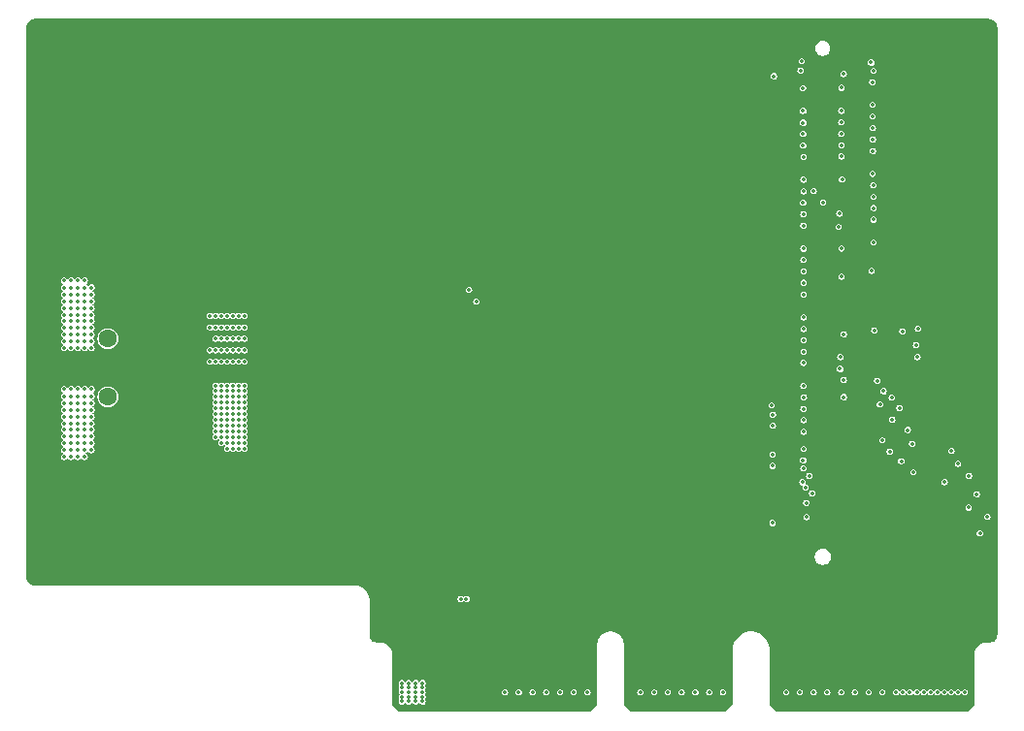
<source format=gbr>
%TF.GenerationSoftware,KiCad,Pcbnew,8.0.7*%
%TF.CreationDate,2025-02-18T16:04:48+01:00*%
%TF.ProjectId,HYDRA_VMM3_CARD_V3_Flex,48594452-415f-4564-9d4d-335f43415244,rev?*%
%TF.SameCoordinates,Original*%
%TF.FileFunction,Copper,L2,Inr*%
%TF.FilePolarity,Positive*%
%FSLAX46Y46*%
G04 Gerber Fmt 4.6, Leading zero omitted, Abs format (unit mm)*
G04 Created by KiCad (PCBNEW 8.0.7) date 2025-02-18 16:04:48*
%MOMM*%
%LPD*%
G01*
G04 APERTURE LIST*
%TA.AperFunction,ComponentPad*%
%ADD10C,2.000000*%
%TD*%
%TA.AperFunction,ComponentPad*%
%ADD11C,1.600000*%
%TD*%
%TA.AperFunction,ComponentPad*%
%ADD12R,1.600000X1.600000*%
%TD*%
%TA.AperFunction,ViaPad*%
%ADD13C,0.350000*%
%TD*%
G04 APERTURE END LIST*
D10*
X134778000Y-122000000D03*
X193073000Y-121980000D03*
X193073000Y-78280000D03*
X129698000Y-78300000D03*
X190533000Y-78280000D03*
X129698000Y-122000000D03*
X132238000Y-80840000D03*
X190533000Y-121980000D03*
X193073000Y-124520000D03*
X193073000Y-80820000D03*
X171493000Y-124540000D03*
X137318000Y-80840000D03*
D11*
X121980000Y-104590000D03*
D10*
X129698000Y-80840000D03*
X190533000Y-124520000D03*
X134778000Y-80840000D03*
X137318000Y-122000000D03*
X134778000Y-124540000D03*
X171493000Y-80840000D03*
X132238000Y-122000000D03*
X174033000Y-80820000D03*
D12*
X121980000Y-107130000D03*
D10*
X174033000Y-78280000D03*
X171493000Y-122000000D03*
X134778000Y-78300000D03*
X190533000Y-80820000D03*
D11*
X121980000Y-109670000D03*
D10*
X171493000Y-78300000D03*
X132238000Y-78300000D03*
X132238000Y-124540000D03*
X129698000Y-124540000D03*
X137318000Y-124540000D03*
X137318000Y-78300000D03*
D13*
X133890000Y-113670000D03*
X131890000Y-111170000D03*
X133390000Y-113670000D03*
X133890000Y-111670000D03*
X132890000Y-111170000D03*
X131390000Y-111170000D03*
X131890000Y-110170000D03*
X131890000Y-111670000D03*
X131890000Y-109670000D03*
X132890000Y-108670000D03*
X132890000Y-111670000D03*
X132390000Y-113670000D03*
X147630000Y-136260000D03*
X132390000Y-110170000D03*
X131890000Y-110670000D03*
X131890000Y-112670000D03*
X133390000Y-110170000D03*
X132890000Y-112170000D03*
X148230000Y-135460000D03*
X133390000Y-114170000D03*
X149430000Y-135460000D03*
X148230000Y-135860000D03*
X131890000Y-112170000D03*
X133890000Y-110170000D03*
X131890000Y-109170000D03*
X133390000Y-111170000D03*
X148230000Y-134660000D03*
X148830000Y-136260000D03*
X131390000Y-108670000D03*
X132390000Y-111170000D03*
X132390000Y-112670000D03*
X131390000Y-110670000D03*
X132390000Y-112170000D03*
X133890000Y-109170000D03*
X132390000Y-109170000D03*
X132890000Y-110170000D03*
X133890000Y-112670000D03*
X133890000Y-111170000D03*
X132390000Y-111670000D03*
X147630000Y-134660000D03*
X133390000Y-109670000D03*
X133890000Y-114170000D03*
X133890000Y-108670000D03*
X132390000Y-108670000D03*
X131390000Y-112170000D03*
X147630000Y-135060000D03*
X132390000Y-110670000D03*
X131390000Y-111670000D03*
X131890000Y-108670000D03*
X148230000Y-136260000D03*
X133390000Y-110670000D03*
X131390000Y-109670000D03*
X148830000Y-135860000D03*
X132890000Y-113670000D03*
X132390000Y-114170000D03*
X133890000Y-112170000D03*
X148830000Y-135460000D03*
X147630000Y-135860000D03*
X149430000Y-135860000D03*
X133390000Y-112670000D03*
X131890000Y-113670000D03*
X132390000Y-113170000D03*
X133390000Y-111670000D03*
X149430000Y-136260000D03*
X131390000Y-110170000D03*
X148230000Y-135060000D03*
X132890000Y-109670000D03*
X133390000Y-112170000D03*
X133390000Y-113170000D03*
X133890000Y-113170000D03*
X133890000Y-109670000D03*
X131390000Y-113170000D03*
X131390000Y-109170000D03*
X132890000Y-110670000D03*
X149430000Y-135060000D03*
X133890000Y-110670000D03*
X133390000Y-109170000D03*
X148830000Y-134660000D03*
X132890000Y-109170000D03*
X133390000Y-108670000D03*
X132390000Y-109670000D03*
X131390000Y-112670000D03*
X132890000Y-112670000D03*
X131890000Y-113170000D03*
X147630000Y-135460000D03*
X148830000Y-135060000D03*
X149430000Y-134660000D03*
X132890000Y-113170000D03*
X132890000Y-114170000D03*
X132890000Y-103590000D03*
X132890000Y-106590000D03*
X130890000Y-103590000D03*
X133390000Y-103590000D03*
X130890000Y-106590000D03*
X131390000Y-105590000D03*
X132390000Y-103590000D03*
X131390000Y-104590000D03*
X133890000Y-104590000D03*
X131390000Y-102590000D03*
X133890000Y-102590000D03*
X131890000Y-102590000D03*
X130890000Y-105590000D03*
X132390000Y-104590000D03*
X133390000Y-104590000D03*
X132890000Y-105590000D03*
X131890000Y-105590000D03*
X133390000Y-102590000D03*
X133890000Y-103590000D03*
X131390000Y-103590000D03*
X132890000Y-102590000D03*
X133890000Y-105590000D03*
X131390000Y-106590000D03*
X131890000Y-103590000D03*
X133890000Y-106590000D03*
X153260000Y-127310000D03*
X131890000Y-104590000D03*
X133390000Y-106590000D03*
X132390000Y-102590000D03*
X132390000Y-106590000D03*
X131890000Y-106590000D03*
X132390000Y-105590000D03*
X132890000Y-104590000D03*
X130890000Y-102590000D03*
X133390000Y-105590000D03*
X152775000Y-127310000D03*
X188670000Y-82180000D03*
X188690000Y-90180000D03*
X188730000Y-86180000D03*
X190360000Y-109720000D03*
X185790000Y-93670000D03*
X194980000Y-117120000D03*
X197070000Y-119330000D03*
X190190000Y-114440000D03*
X186180000Y-104190000D03*
X192620000Y-106190000D03*
X188700000Y-84150000D03*
X198050000Y-121570000D03*
X189545190Y-113454810D03*
X188720000Y-88180000D03*
X197110000Y-116550000D03*
X183562763Y-91678783D03*
X188780000Y-94180000D03*
X185990000Y-96700000D03*
X191196174Y-115275508D03*
X198720000Y-120130000D03*
X185950000Y-85680000D03*
X185980000Y-87680000D03*
X185960000Y-86680000D03*
X197790000Y-118160000D03*
X188790000Y-96170000D03*
X189330000Y-110310000D03*
X188690000Y-85170000D03*
X189100000Y-108250000D03*
X191040000Y-110630000D03*
X185855788Y-107220137D03*
X190420000Y-111650000D03*
X186180000Y-108180000D03*
X185970000Y-88670000D03*
X196150000Y-115500000D03*
X189660000Y-109170000D03*
X188790000Y-93170000D03*
X185880000Y-106190000D03*
X185960000Y-84690000D03*
X185730000Y-94810000D03*
X188750000Y-91180000D03*
X188830000Y-103860000D03*
X192480000Y-105130000D03*
X188780000Y-92190000D03*
X188600000Y-98660000D03*
X192640000Y-103700000D03*
X185990000Y-82670000D03*
X186030000Y-90670000D03*
X192135000Y-113750000D03*
X188720000Y-87180000D03*
X192240000Y-116250000D03*
X191290000Y-103930000D03*
X185990000Y-99170000D03*
X186190000Y-109680000D03*
X195580000Y-114390000D03*
X184380000Y-92670000D03*
X191760000Y-112560000D03*
X192550000Y-135460000D03*
X179970000Y-114700000D03*
X182680000Y-100710000D03*
X182350000Y-135460000D03*
X168440000Y-135460000D03*
X182670000Y-91720000D03*
X179990000Y-112190000D03*
X193150000Y-135460000D03*
X181150000Y-135460000D03*
X182670000Y-99690000D03*
X191350000Y-135460000D03*
X179897854Y-110388397D03*
X182660000Y-115900000D03*
X170840000Y-135460000D03*
X182650000Y-93700000D03*
X183550000Y-135460000D03*
X182680000Y-102720000D03*
X182850000Y-117560000D03*
X188565000Y-80465000D03*
X189550000Y-135460000D03*
X182650000Y-108710000D03*
X182660000Y-96720000D03*
X173240000Y-135460000D03*
X179960000Y-120680000D03*
X183410000Y-118080000D03*
X182690000Y-103730000D03*
X184750000Y-135460000D03*
X182501000Y-80330000D03*
X169640000Y-135460000D03*
X182640000Y-92700000D03*
X182690000Y-112710000D03*
X195550000Y-135460000D03*
X182680000Y-111700000D03*
X196150000Y-135460000D03*
X182640000Y-115200000D03*
X194350000Y-135460000D03*
X163830000Y-135460000D03*
X182660000Y-90700000D03*
X162630000Y-135460000D03*
X182670000Y-88710000D03*
X188350000Y-135460000D03*
X182660000Y-106690000D03*
X182910000Y-118920000D03*
X188770000Y-81180000D03*
X182660000Y-94700000D03*
X172040000Y-135460000D03*
X182670000Y-98690000D03*
X175640000Y-135460000D03*
X174440000Y-135460000D03*
X182660000Y-97710000D03*
X182690000Y-114210000D03*
X194950000Y-135460000D03*
X180081000Y-81659000D03*
X179980000Y-115690000D03*
X191950000Y-135460000D03*
X190750000Y-135460000D03*
X182700000Y-109690000D03*
X179990000Y-111210000D03*
X193750000Y-135460000D03*
X182680000Y-105710000D03*
X187150000Y-135460000D03*
X182940000Y-120170000D03*
X182640000Y-87700000D03*
X161430000Y-135460000D03*
X183166844Y-116563269D03*
X182570000Y-117120000D03*
X196750000Y-135460000D03*
X182650000Y-110720000D03*
X185950000Y-135460000D03*
X182690000Y-104710000D03*
X182640000Y-86690000D03*
X160230000Y-135460000D03*
X179644430Y-123755570D03*
X173625000Y-122240000D03*
X183294657Y-119153542D03*
X197558449Y-116587371D03*
X150630000Y-135860000D03*
X181298000Y-89426000D03*
X179290000Y-106460000D03*
X189216566Y-94289142D03*
X160230000Y-113600000D03*
X167880000Y-83270000D03*
X189196980Y-103599562D03*
X191950000Y-99600000D03*
X152110000Y-100938500D03*
X159070000Y-101450000D03*
X150630000Y-134660000D03*
X165840000Y-92650000D03*
X171870000Y-101290000D03*
X153630000Y-135060000D03*
X117860000Y-89435002D03*
X154830000Y-135860000D03*
X157810000Y-101430000D03*
X189236303Y-93227587D03*
X160250000Y-128390000D03*
X182650000Y-88200000D03*
X190940000Y-104300000D03*
X116330000Y-113200000D03*
X117900000Y-84424998D03*
X115130000Y-110300000D03*
X177250000Y-91690000D03*
X185814807Y-103927062D03*
X169290000Y-101570000D03*
X182670000Y-85180000D03*
X169610000Y-133270000D03*
X186254000Y-103176000D03*
X115730000Y-104300000D03*
X174440000Y-132260000D03*
X163710000Y-115530000D03*
X164650000Y-114820000D03*
X147590000Y-108480000D03*
X182350000Y-133260000D03*
X182650000Y-86200000D03*
X154230000Y-135060000D03*
X179430000Y-83400000D03*
X169620000Y-119540000D03*
X169720000Y-105420000D03*
X162560000Y-132130000D03*
X187398000Y-119426000D03*
X191360000Y-114830000D03*
X153918415Y-100467704D03*
X182640000Y-97200000D03*
X155430000Y-134660000D03*
X161410000Y-95750000D03*
X178290000Y-84660000D03*
X178130000Y-96650000D03*
X153890000Y-100080000D03*
X179090000Y-99680000D03*
X185977505Y-83119829D03*
X178430000Y-110160000D03*
X153630000Y-135460000D03*
X185870288Y-89108816D03*
X182804240Y-129675760D03*
X151450000Y-126670000D03*
X154830000Y-135460000D03*
X193000000Y-105130000D03*
X170290000Y-128590000D03*
X147736000Y-79213500D03*
X182670000Y-111210000D03*
X185600000Y-129700000D03*
X150000000Y-130490000D03*
X153048120Y-100244888D03*
X115130000Y-113800000D03*
X168400000Y-132260000D03*
X176235000Y-120610000D03*
X174460000Y-133270000D03*
X154275612Y-100924207D03*
X189137396Y-85218367D03*
X151230000Y-136260000D03*
X134390000Y-107890000D03*
X189420000Y-101450000D03*
X181455000Y-130165000D03*
X160200000Y-102820000D03*
X115130000Y-109700000D03*
X181035760Y-131584240D03*
X154230000Y-135860000D03*
X187398000Y-89426000D03*
X180525000Y-129225000D03*
X116330000Y-109700000D03*
X172030000Y-132260000D03*
X156590000Y-108430000D03*
X173180000Y-132260000D03*
X153630000Y-135860000D03*
X194985886Y-117585507D03*
X115130000Y-104900000D03*
X173650000Y-97300000D03*
X168200058Y-92446771D03*
X156510000Y-101320000D03*
X150030000Y-135460000D03*
X184260570Y-129279430D03*
X193350000Y-100410000D03*
X187140000Y-133260000D03*
X168240000Y-98450000D03*
X189118911Y-82211319D03*
X115130000Y-100800000D03*
X162600000Y-110680000D03*
X155430000Y-135460000D03*
X156640000Y-133550000D03*
X156690000Y-131920000D03*
X179723138Y-120297379D03*
X187398000Y-83426000D03*
X136780000Y-107860000D03*
X167600000Y-106890000D03*
X185920000Y-133250000D03*
X156690000Y-119040000D03*
X188459430Y-132570570D03*
X180923670Y-127796330D03*
X182680000Y-106200000D03*
X151230000Y-134660000D03*
X161440000Y-132860000D03*
X172590000Y-84640000D03*
X186530000Y-130640000D03*
X158330000Y-91020000D03*
X147230000Y-109290000D03*
X167650000Y-119420000D03*
X188803385Y-98258581D03*
X172080000Y-131180000D03*
X179144810Y-128775190D03*
X156700000Y-114400000D03*
X177535000Y-117090000D03*
X192690000Y-104200000D03*
X179350000Y-101260000D03*
X169640000Y-131180000D03*
X169600000Y-83340000D03*
X149320000Y-109790000D03*
X166590000Y-124250000D03*
X173844307Y-83394084D03*
X164070000Y-130980000D03*
X147790000Y-111680000D03*
X154230000Y-136260000D03*
X149680000Y-113300000D03*
X189200000Y-84180000D03*
X187398000Y-107426000D03*
X172150000Y-85640000D03*
X182650000Y-87190000D03*
X185190570Y-130219430D03*
X130670000Y-107860000D03*
X156610000Y-99020000D03*
X168660000Y-120340000D03*
X189181024Y-91309307D03*
X116330000Y-104900000D03*
X193100000Y-106240000D03*
X140040000Y-107860000D03*
X155430000Y-135860000D03*
X151230000Y-135460000D03*
X156630000Y-130020000D03*
X151450000Y-127960000D03*
X157920000Y-98380000D03*
X190030000Y-112980000D03*
X167430000Y-89370000D03*
X150030000Y-135060000D03*
X187049810Y-132080190D03*
X157820000Y-119680000D03*
X190677308Y-111280819D03*
X179030000Y-105210000D03*
X182603290Y-128556710D03*
X154830000Y-135060000D03*
X115730000Y-109700000D03*
X165630000Y-110340000D03*
X192520000Y-105620000D03*
X168740000Y-108490000D03*
X171860000Y-104240000D03*
X185542177Y-105892716D03*
X116330000Y-113800000D03*
X191402884Y-110363885D03*
X172360000Y-94240000D03*
X185368259Y-95077667D03*
X183550000Y-129500000D03*
X198192304Y-121143091D03*
X182660000Y-91200000D03*
X184490190Y-130439810D03*
X157736000Y-79213500D03*
X154230000Y-134660000D03*
X189770000Y-102500000D03*
X156670000Y-109960000D03*
X192190000Y-103800000D03*
X157810000Y-111580000D03*
X183080151Y-117004842D03*
X182642632Y-119832253D03*
X178170000Y-86660000D03*
X157770000Y-95500000D03*
X146157552Y-108617539D03*
X168140000Y-86810000D03*
X156690000Y-123340000D03*
X161390000Y-104620000D03*
X115130000Y-101400000D03*
X115730000Y-104900000D03*
X197095673Y-118880730D03*
X148345137Y-108884725D03*
X168450000Y-131180000D03*
X184740000Y-133250000D03*
X148787663Y-110780074D03*
X181298000Y-113426000D03*
X186225416Y-109231393D03*
X149980000Y-126560000D03*
X191370000Y-98490000D03*
X189540000Y-133890000D03*
X169731980Y-114265407D03*
X192540687Y-113555270D03*
X115130000Y-113200000D03*
X190450000Y-99250000D03*
X115130000Y-104300000D03*
X196492875Y-115208557D03*
X156590000Y-103070000D03*
X176030000Y-108180000D03*
X181298000Y-119426000D03*
X166050000Y-98630000D03*
X171360000Y-113170000D03*
X163500000Y-85880000D03*
X162600000Y-102870000D03*
X182650000Y-109210000D03*
X150630000Y-136260000D03*
X189239808Y-96156770D03*
X159100000Y-132060000D03*
X173570000Y-105040000D03*
X159300000Y-91610000D03*
X177150000Y-109910000D03*
X178960000Y-85650000D03*
X174925000Y-121930000D03*
X164350000Y-129210000D03*
X116330000Y-110900000D03*
X174090000Y-106090000D03*
X148590000Y-112480000D03*
X182680000Y-103210000D03*
X164090000Y-133300000D03*
X180105760Y-130644240D03*
X154830000Y-134660000D03*
X115730000Y-113200000D03*
X181025380Y-130654620D03*
X189466182Y-107988441D03*
X150030000Y-134660000D03*
X164740000Y-84610000D03*
X193370000Y-99410000D03*
X162600000Y-125340000D03*
X165360000Y-129630000D03*
X162650000Y-118660000D03*
X150030000Y-135860000D03*
X175585000Y-121100000D03*
X182650000Y-98200000D03*
X151230000Y-135060000D03*
X149660000Y-111240000D03*
X116330000Y-110300000D03*
X178980000Y-98620000D03*
X188680000Y-99520000D03*
X189230003Y-92190000D03*
X164650000Y-106480000D03*
X188370000Y-133820000D03*
X115730000Y-110300000D03*
X180239050Y-128030950D03*
X159770000Y-89690000D03*
X192030000Y-101280000D03*
X175680000Y-83380000D03*
X165580000Y-122140000D03*
X156736000Y-80213500D03*
X115730000Y-110900000D03*
X115730000Y-100800000D03*
X182670000Y-94190000D03*
X185955486Y-96251323D03*
X155430000Y-135060000D03*
X163620000Y-103340000D03*
X177300000Y-90640000D03*
X171420000Y-83320000D03*
X189129839Y-90275100D03*
X129190000Y-107860000D03*
X198233879Y-118086020D03*
X182690000Y-100200000D03*
X115130000Y-110900000D03*
X158736000Y-80213500D03*
X177535000Y-120760000D03*
X192750000Y-106750000D03*
X115130000Y-103700000D03*
X181812000Y-107366000D03*
X146736000Y-80213500D03*
X150630000Y-135060000D03*
X181298000Y-95426000D03*
X182966336Y-82998966D03*
X156640000Y-94060000D03*
X166660000Y-129140000D03*
X170810000Y-131180000D03*
X173230000Y-131180000D03*
X174275000Y-121550000D03*
X161370000Y-126690000D03*
X154579847Y-101361838D03*
X115730000Y-101400000D03*
X189162556Y-88261524D03*
X150000000Y-115980000D03*
X177770000Y-83400000D03*
X193120000Y-98440000D03*
X153060000Y-126620000D03*
X182119620Y-129910380D03*
X148736000Y-80213500D03*
X151230000Y-135860000D03*
X190757975Y-109509957D03*
X153630000Y-136260000D03*
X182640000Y-93200000D03*
X164990000Y-85990000D03*
X160340000Y-94560000D03*
X157290000Y-92050000D03*
X184649430Y-128760570D03*
X179340000Y-107840000D03*
X187398000Y-95426000D03*
X178950000Y-97680000D03*
X156600000Y-125580000D03*
X184163624Y-93064568D03*
X149990000Y-120710000D03*
X176640000Y-109040000D03*
X183380000Y-92090000D03*
X157850000Y-131170000D03*
X150630000Y-135460000D03*
X158500000Y-92570000D03*
X166190000Y-86550000D03*
X182690000Y-105210000D03*
X153030000Y-128000000D03*
X170760000Y-132260000D03*
X145680000Y-109410000D03*
X172968000Y-121970000D03*
X159040000Y-109420000D03*
X175320000Y-100570000D03*
X168660000Y-110750000D03*
X185977148Y-99619819D03*
X182670000Y-112200000D03*
X181298000Y-83426000D03*
X115730000Y-103700000D03*
X182690000Y-104220000D03*
X167650000Y-128820000D03*
X179910000Y-115190000D03*
X156700000Y-116640000D03*
X150030000Y-136260000D03*
X116330000Y-104300000D03*
X182650000Y-92210000D03*
X117869364Y-85575002D03*
X190559181Y-114697308D03*
X186180000Y-107660000D03*
X174910000Y-106610000D03*
X170780000Y-133270000D03*
X159030000Y-122730000D03*
X144640000Y-108150000D03*
X156570000Y-96140000D03*
X117840000Y-88284998D03*
X155430000Y-136260000D03*
X154230000Y-135460000D03*
X156600000Y-121010000D03*
X179010000Y-87700000D03*
X156690000Y-112070000D03*
X183310000Y-128340000D03*
X181189620Y-128970380D03*
X170230000Y-127210000D03*
X116330000Y-100200000D03*
X183360000Y-117620000D03*
X183540000Y-133260000D03*
X190810000Y-100740000D03*
X196009115Y-114254490D03*
X189161729Y-87265892D03*
X176885000Y-119530000D03*
X185348736Y-93581747D03*
X116330000Y-101400000D03*
X115730000Y-100200000D03*
X153630000Y-134660000D03*
X115730000Y-113800000D03*
X115730000Y-114400000D03*
X147910000Y-110300000D03*
X115130000Y-100200000D03*
X180095380Y-129714620D03*
X182660000Y-99200000D03*
X169090000Y-95410000D03*
X176320000Y-88970000D03*
X160970000Y-88520000D03*
X189756909Y-110167696D03*
X164950000Y-95670000D03*
X169590000Y-132260000D03*
X191720000Y-104170000D03*
X171400000Y-127060000D03*
X173200000Y-133270000D03*
X174640000Y-92640000D03*
X180223000Y-110748249D03*
X162290000Y-86990000D03*
X181298000Y-101426000D03*
X166360000Y-83470000D03*
X154068679Y-101795804D03*
X182650000Y-110220000D03*
X175570000Y-107290000D03*
X189175260Y-86245160D03*
X179960000Y-111690000D03*
X159820000Y-92850000D03*
X156660000Y-127650000D03*
X171290000Y-91680000D03*
X172050000Y-133270000D03*
X190056214Y-108956654D03*
X156610000Y-105320000D03*
X174920000Y-98300000D03*
X164650000Y-124840000D03*
X192148703Y-112333257D03*
X116330000Y-100800000D03*
X115130000Y-114400000D03*
X142130000Y-107840000D03*
X172980000Y-90620000D03*
X146580000Y-110150000D03*
X161410000Y-113520000D03*
X166640000Y-107140000D03*
X116330000Y-103700000D03*
X190990000Y-102250000D03*
X192360000Y-104670000D03*
X116330000Y-114400000D03*
X192290000Y-106540000D03*
X176950000Y-127500000D03*
X181150000Y-133260000D03*
X178900000Y-104050000D03*
X166260000Y-96340000D03*
X179574430Y-128285570D03*
X189610000Y-100060000D03*
X179155190Y-129704810D03*
X168420000Y-133270000D03*
X192655810Y-116077941D03*
X169040000Y-128730000D03*
X181874240Y-128735760D03*
X174490000Y-131180000D03*
X154830000Y-136260000D03*
X198787412Y-119685075D03*
X182710000Y-114690000D03*
X188410000Y-130470000D03*
X159670000Y-119400000D03*
X170240000Y-135480000D03*
X176160000Y-101920000D03*
X179270000Y-83470000D03*
X196450000Y-135980000D03*
X180590000Y-119310000D03*
X157290000Y-93050000D03*
X186560000Y-133690000D03*
X188770000Y-123010000D03*
X187270000Y-122660000D03*
X160870000Y-135620000D03*
X161891239Y-88298202D03*
X183630000Y-120860000D03*
X162050000Y-135600000D03*
X174743433Y-95776258D03*
X186580000Y-135480000D03*
X186394770Y-85748426D03*
X182367446Y-115558072D03*
X186409854Y-84678465D03*
X168550000Y-99160000D03*
X178190000Y-119910000D03*
X159650000Y-135630000D03*
X188950000Y-125370000D03*
X186427975Y-87637336D03*
X169060000Y-135490000D03*
X178190000Y-107910000D03*
X190110000Y-115450000D03*
X169610000Y-124170000D03*
X176504321Y-86194284D03*
X186290190Y-117929810D03*
X174580000Y-108210000D03*
X176020000Y-108320000D03*
X164330000Y-134420000D03*
X190240000Y-133860000D03*
X186840000Y-127810000D03*
X166740000Y-126240000D03*
X193020000Y-127430000D03*
X184710000Y-127790000D03*
X176785000Y-114130000D03*
X168540000Y-124650000D03*
X173280000Y-109300000D03*
X179610000Y-126640000D03*
X186391717Y-86806976D03*
X195020000Y-123180000D03*
X171250000Y-127370000D03*
X190030000Y-117810000D03*
X172660000Y-135470000D03*
X195000000Y-120460000D03*
X192440000Y-128850000D03*
X173280000Y-115300000D03*
X188750000Y-126420000D03*
X180660000Y-126630000D03*
X171660000Y-105290000D03*
X165045000Y-119270000D03*
X167560000Y-88340000D03*
X169670000Y-86170000D03*
X167430000Y-90200000D03*
X185380000Y-135440000D03*
X168870000Y-127780000D03*
X181670000Y-133500000D03*
X166760000Y-106180000D03*
X194670000Y-135940000D03*
X173860000Y-135490000D03*
X181780000Y-135470000D03*
X168660000Y-130060000D03*
X163216161Y-131443448D03*
X172940000Y-85230000D03*
X175270000Y-120240000D03*
X167670000Y-108280000D03*
X180460000Y-132380000D03*
X169640000Y-83560000D03*
X189570000Y-119730000D03*
X178940000Y-101590000D03*
X171020000Y-99710000D03*
X171340000Y-112310000D03*
X184150000Y-133520000D03*
X165527358Y-96508056D03*
X191480000Y-129090000D03*
X176020000Y-88230000D03*
X187710000Y-135490000D03*
X157230000Y-107190000D03*
X176020000Y-120320000D03*
X159680000Y-131440000D03*
X162030000Y-120200000D03*
X162030000Y-109540000D03*
X177460000Y-113920000D03*
X160820000Y-109950000D03*
X180250000Y-128240000D03*
X173930000Y-121040000D03*
X168180000Y-97900000D03*
X173280000Y-121300000D03*
X175270000Y-114240000D03*
X196600000Y-134730000D03*
X195870000Y-135990000D03*
X175270000Y-108240000D03*
X177320000Y-127240000D03*
X163270000Y-135580000D03*
X191700000Y-135920000D03*
X162057481Y-131458694D03*
X174580000Y-114210000D03*
X180690000Y-85200000D03*
X171470000Y-135500000D03*
X193450000Y-135970000D03*
X176785000Y-108130000D03*
X172580000Y-133610000D03*
X168550000Y-118810000D03*
X164570000Y-87340000D03*
X188930000Y-135500000D03*
X188870000Y-133820000D03*
X158390000Y-108510000D03*
X187730000Y-133690000D03*
X167080000Y-97310000D03*
X161980000Y-98090000D03*
X173930000Y-115040000D03*
X184160000Y-135460000D03*
X170625611Y-128272325D03*
X185920000Y-115920000D03*
X157230000Y-135580000D03*
X192880000Y-135920000D03*
X186340000Y-130350000D03*
X160910000Y-119900000D03*
X183000000Y-135500000D03*
X169520000Y-99570000D03*
X197290000Y-135640000D03*
X178915190Y-127894810D03*
X178190000Y-113910000D03*
X162690000Y-93330000D03*
X158400000Y-131430000D03*
X173800000Y-133590000D03*
X167430000Y-92160000D03*
X160690000Y-131380000D03*
X165820000Y-88140000D03*
X182325570Y-126334430D03*
X178040000Y-94130000D03*
X159060000Y-92990000D03*
X168600000Y-104510000D03*
X158480000Y-135580000D03*
X179630000Y-118950000D03*
X168480000Y-110270000D03*
X182010190Y-125099810D03*
X175080000Y-135520000D03*
X178750000Y-97170000D03*
X170080000Y-92050000D03*
X158346595Y-118805012D03*
X184390000Y-120360000D03*
X195280000Y-135970000D03*
X184530000Y-129460000D03*
X194070000Y-135970000D03*
X174580000Y-120210000D03*
X183010000Y-133450000D03*
X165930000Y-121450000D03*
X192310000Y-135920000D03*
X177670000Y-98130000D03*
X163170000Y-120470000D03*
X167720000Y-118130000D03*
X185520000Y-113370000D03*
X164290000Y-120590000D03*
X159580000Y-108170000D03*
X166790000Y-117990000D03*
X177690000Y-92230000D03*
X172240000Y-131080000D03*
X190170000Y-135530000D03*
X178940000Y-107590000D03*
X178940000Y-119590000D03*
X176020000Y-114320000D03*
X169600000Y-119830000D03*
X176785000Y-120130000D03*
X172780000Y-100080000D03*
X173930000Y-109040000D03*
X183330000Y-122240000D03*
X181145190Y-126074810D03*
X169600000Y-112240000D03*
X183940000Y-129880000D03*
X161300000Y-92460000D03*
X167759404Y-132434424D03*
X185410000Y-133600000D03*
X178940000Y-113590000D03*
X182030000Y-120940000D03*
X172936808Y-87223374D03*
X165778913Y-107370675D03*
X157090000Y-118670000D03*
X173280000Y-103300000D03*
X164450000Y-129170000D03*
X187700000Y-126520000D03*
X191080000Y-135910000D03*
X166630000Y-129220000D03*
X174150000Y-89560000D03*
X185967701Y-120464978D03*
X157130000Y-130990000D03*
X163240000Y-99550000D03*
X189490000Y-129430000D03*
X177400000Y-99210000D03*
X177460000Y-119920000D03*
X179934622Y-87177637D03*
X156630000Y-135460000D03*
X182630000Y-82700000D03*
X157830000Y-135460000D03*
X182640000Y-84690000D03*
X182640000Y-85720000D03*
X159030000Y-135460000D03*
X186180000Y-81470000D03*
X182410000Y-81170000D03*
X154130000Y-101350000D03*
X153490000Y-100330000D03*
X118173500Y-109598500D03*
X119373500Y-111998500D03*
X119973500Y-111998500D03*
X118773500Y-111998500D03*
X118773500Y-109598500D03*
X120573500Y-109598500D03*
X119973500Y-111398500D03*
X119373500Y-110798500D03*
X119373500Y-108998500D03*
X118173500Y-112513500D03*
X120573500Y-108998500D03*
X118173500Y-111398500D03*
X118773500Y-113113500D03*
X118773500Y-110798500D03*
X120573500Y-112513500D03*
X118773500Y-108998500D03*
X120573500Y-113113500D03*
X120573500Y-111398500D03*
X119973500Y-110198500D03*
X119373500Y-110198500D03*
X118773500Y-111398500D03*
X120573500Y-110198500D03*
X119373500Y-114313500D03*
X119373500Y-109598500D03*
X120573500Y-114313500D03*
X118773500Y-114313500D03*
X118173500Y-111998500D03*
X118773500Y-110198500D03*
X118773500Y-112513500D03*
X119373500Y-114913500D03*
X118773500Y-113713500D03*
X119373500Y-111398500D03*
X118773500Y-114913500D03*
X120573500Y-110798500D03*
X119973500Y-108998500D03*
X118173500Y-110798500D03*
X118173500Y-113113500D03*
X119973500Y-109598500D03*
X119973500Y-113713500D03*
X118173500Y-114913500D03*
X120573500Y-113713500D03*
X119973500Y-113113500D03*
X120573500Y-111998500D03*
X119973500Y-112513500D03*
X119373500Y-113713500D03*
X119373500Y-112513500D03*
X118173500Y-108998500D03*
X118173500Y-110198500D03*
X119973500Y-114313500D03*
X119373500Y-113113500D03*
X119973500Y-110798500D03*
X118173500Y-114313500D03*
X118173500Y-113713500D03*
X119973500Y-114913500D03*
X120573500Y-103013500D03*
X119373500Y-100113500D03*
X118173500Y-100113500D03*
X119973500Y-101313500D03*
X119973500Y-105413500D03*
X118173500Y-104213500D03*
X118173500Y-101313500D03*
X120573500Y-100113500D03*
X119373500Y-104213500D03*
X118173500Y-104813500D03*
X118773500Y-100113500D03*
X119973500Y-99513500D03*
X120573500Y-100713500D03*
X118773500Y-102513500D03*
X118773500Y-104213500D03*
X119373500Y-105413500D03*
X118173500Y-102513500D03*
X119373500Y-102513500D03*
X119973500Y-104213500D03*
X118773500Y-101313500D03*
X118773500Y-104813500D03*
X119373500Y-101913500D03*
X118773500Y-103613500D03*
X118773500Y-99513500D03*
X120573500Y-101913500D03*
X120573500Y-104213500D03*
X119373500Y-99513500D03*
X119973500Y-103013500D03*
X119373500Y-103013500D03*
X118173500Y-105413500D03*
X118773500Y-100713500D03*
X119373500Y-103613500D03*
X119373500Y-104813500D03*
X119973500Y-103613500D03*
X119973500Y-102513500D03*
X120573500Y-104813500D03*
X118773500Y-101913500D03*
X118173500Y-101913500D03*
X120573500Y-101313500D03*
X119973500Y-104813500D03*
X118173500Y-103013500D03*
X120573500Y-102513500D03*
X119973500Y-101913500D03*
X118173500Y-99513500D03*
X118173500Y-100713500D03*
X119373500Y-100713500D03*
X120573500Y-105413500D03*
X120573500Y-103613500D03*
X119373500Y-101313500D03*
X119973500Y-100713500D03*
X118773500Y-105413500D03*
X118173500Y-103613500D03*
X118773500Y-103013500D03*
X119973500Y-100113500D03*
%TA.AperFunction,Conductor*%
G36*
X198832396Y-76650736D02*
G01*
X198971417Y-76664428D01*
X198980839Y-76666302D01*
X199112205Y-76706151D01*
X199121072Y-76709824D01*
X199186123Y-76744595D01*
X199242144Y-76774539D01*
X199250130Y-76779875D01*
X199356245Y-76866961D01*
X199363038Y-76873754D01*
X199450124Y-76979869D01*
X199455460Y-76987855D01*
X199520173Y-77108923D01*
X199523849Y-77117798D01*
X199563697Y-77249161D01*
X199565571Y-77258582D01*
X199579264Y-77397603D01*
X199579500Y-77402406D01*
X199579500Y-130397593D01*
X199579264Y-130402396D01*
X199565571Y-130541417D01*
X199563697Y-130550838D01*
X199523849Y-130682201D01*
X199520173Y-130691076D01*
X199455460Y-130812144D01*
X199450124Y-130820130D01*
X199363038Y-130926245D01*
X199356245Y-130933038D01*
X199250130Y-131020124D01*
X199242144Y-131025460D01*
X199121076Y-131090173D01*
X199112201Y-131093849D01*
X198980838Y-131133697D01*
X198971417Y-131135571D01*
X198832396Y-131149264D01*
X198827593Y-131149500D01*
X198492467Y-131149500D01*
X198389316Y-131167687D01*
X198320062Y-131179899D01*
X198320061Y-131179899D01*
X198320057Y-131179900D01*
X198155556Y-131239774D01*
X198155548Y-131239778D01*
X198003945Y-131327307D01*
X198003939Y-131327312D01*
X197869838Y-131439835D01*
X197869835Y-131439838D01*
X197757312Y-131573939D01*
X197757307Y-131573945D01*
X197669778Y-131725548D01*
X197669774Y-131725556D01*
X197609900Y-131890057D01*
X197579500Y-132062467D01*
X197579500Y-136525943D01*
X197565148Y-136560591D01*
X196990591Y-137135148D01*
X196955943Y-137149500D01*
X180344057Y-137149500D01*
X180309409Y-137135148D01*
X179734851Y-136560590D01*
X179720499Y-136525942D01*
X179720499Y-135459997D01*
X180869103Y-135459997D01*
X180869103Y-135460002D01*
X180890483Y-135567492D01*
X180951375Y-135658624D01*
X180994177Y-135687223D01*
X181042505Y-135719515D01*
X181042507Y-135719516D01*
X181149997Y-135740897D01*
X181150000Y-135740897D01*
X181150003Y-135740897D01*
X181257492Y-135719516D01*
X181257492Y-135719515D01*
X181257495Y-135719515D01*
X181348624Y-135658624D01*
X181409515Y-135567495D01*
X181413584Y-135547043D01*
X181430897Y-135460002D01*
X181430897Y-135459997D01*
X182069103Y-135459997D01*
X182069103Y-135460002D01*
X182090483Y-135567492D01*
X182151375Y-135658624D01*
X182194177Y-135687223D01*
X182242505Y-135719515D01*
X182242507Y-135719516D01*
X182349997Y-135740897D01*
X182350000Y-135740897D01*
X182350003Y-135740897D01*
X182457492Y-135719516D01*
X182457492Y-135719515D01*
X182457495Y-135719515D01*
X182548624Y-135658624D01*
X182609515Y-135567495D01*
X182613584Y-135547043D01*
X182630897Y-135460002D01*
X182630897Y-135459997D01*
X183269103Y-135459997D01*
X183269103Y-135460002D01*
X183290483Y-135567492D01*
X183351375Y-135658624D01*
X183394177Y-135687223D01*
X183442505Y-135719515D01*
X183442507Y-135719516D01*
X183549997Y-135740897D01*
X183550000Y-135740897D01*
X183550003Y-135740897D01*
X183657492Y-135719516D01*
X183657492Y-135719515D01*
X183657495Y-135719515D01*
X183748624Y-135658624D01*
X183809515Y-135567495D01*
X183813584Y-135547043D01*
X183830897Y-135460002D01*
X183830897Y-135459997D01*
X184469103Y-135459997D01*
X184469103Y-135460002D01*
X184490483Y-135567492D01*
X184551375Y-135658624D01*
X184594177Y-135687223D01*
X184642505Y-135719515D01*
X184642507Y-135719516D01*
X184749997Y-135740897D01*
X184750000Y-135740897D01*
X184750003Y-135740897D01*
X184857492Y-135719516D01*
X184857492Y-135719515D01*
X184857495Y-135719515D01*
X184948624Y-135658624D01*
X185009515Y-135567495D01*
X185013584Y-135547043D01*
X185030897Y-135460002D01*
X185030897Y-135459997D01*
X185669103Y-135459997D01*
X185669103Y-135460002D01*
X185690483Y-135567492D01*
X185751375Y-135658624D01*
X185794177Y-135687223D01*
X185842505Y-135719515D01*
X185842507Y-135719516D01*
X185949997Y-135740897D01*
X185950000Y-135740897D01*
X185950003Y-135740897D01*
X186057492Y-135719516D01*
X186057492Y-135719515D01*
X186057495Y-135719515D01*
X186148624Y-135658624D01*
X186209515Y-135567495D01*
X186213584Y-135547043D01*
X186230897Y-135460002D01*
X186230897Y-135459997D01*
X186869103Y-135459997D01*
X186869103Y-135460002D01*
X186890483Y-135567492D01*
X186951375Y-135658624D01*
X186994177Y-135687223D01*
X187042505Y-135719515D01*
X187042507Y-135719516D01*
X187149997Y-135740897D01*
X187150000Y-135740897D01*
X187150003Y-135740897D01*
X187257492Y-135719516D01*
X187257492Y-135719515D01*
X187257495Y-135719515D01*
X187348624Y-135658624D01*
X187409515Y-135567495D01*
X187413584Y-135547043D01*
X187430897Y-135460002D01*
X187430897Y-135459997D01*
X188069103Y-135459997D01*
X188069103Y-135460002D01*
X188090483Y-135567492D01*
X188151375Y-135658624D01*
X188194177Y-135687223D01*
X188242505Y-135719515D01*
X188242507Y-135719516D01*
X188349997Y-135740897D01*
X188350000Y-135740897D01*
X188350003Y-135740897D01*
X188457492Y-135719516D01*
X188457492Y-135719515D01*
X188457495Y-135719515D01*
X188548624Y-135658624D01*
X188609515Y-135567495D01*
X188613584Y-135547043D01*
X188630897Y-135460002D01*
X188630897Y-135459997D01*
X189269103Y-135459997D01*
X189269103Y-135460002D01*
X189290483Y-135567492D01*
X189351375Y-135658624D01*
X189394177Y-135687223D01*
X189442505Y-135719515D01*
X189442507Y-135719516D01*
X189549997Y-135740897D01*
X189550000Y-135740897D01*
X189550003Y-135740897D01*
X189657492Y-135719516D01*
X189657492Y-135719515D01*
X189657495Y-135719515D01*
X189748624Y-135658624D01*
X189809515Y-135567495D01*
X189813584Y-135547043D01*
X189830897Y-135460002D01*
X189830897Y-135459997D01*
X190469103Y-135459997D01*
X190469103Y-135460002D01*
X190490483Y-135567492D01*
X190551375Y-135658624D01*
X190594177Y-135687223D01*
X190642505Y-135719515D01*
X190642507Y-135719516D01*
X190749997Y-135740897D01*
X190750000Y-135740897D01*
X190750003Y-135740897D01*
X190857492Y-135719516D01*
X190857492Y-135719515D01*
X190857495Y-135719515D01*
X190948624Y-135658624D01*
X191009258Y-135567878D01*
X191040440Y-135547044D01*
X191077223Y-135554360D01*
X191090742Y-135567879D01*
X191151375Y-135658624D01*
X191194177Y-135687223D01*
X191242505Y-135719515D01*
X191242507Y-135719516D01*
X191349997Y-135740897D01*
X191350000Y-135740897D01*
X191350003Y-135740897D01*
X191457492Y-135719516D01*
X191457492Y-135719515D01*
X191457495Y-135719515D01*
X191548624Y-135658624D01*
X191609258Y-135567878D01*
X191640440Y-135547044D01*
X191677223Y-135554360D01*
X191690742Y-135567879D01*
X191751375Y-135658624D01*
X191794177Y-135687223D01*
X191842505Y-135719515D01*
X191842507Y-135719516D01*
X191949997Y-135740897D01*
X191950000Y-135740897D01*
X191950003Y-135740897D01*
X192057492Y-135719516D01*
X192057492Y-135719515D01*
X192057495Y-135719515D01*
X192148624Y-135658624D01*
X192209258Y-135567878D01*
X192240440Y-135547044D01*
X192277223Y-135554360D01*
X192290742Y-135567879D01*
X192351375Y-135658624D01*
X192394177Y-135687223D01*
X192442505Y-135719515D01*
X192442507Y-135719516D01*
X192549997Y-135740897D01*
X192550000Y-135740897D01*
X192550003Y-135740897D01*
X192657492Y-135719516D01*
X192657492Y-135719515D01*
X192657495Y-135719515D01*
X192748624Y-135658624D01*
X192809258Y-135567878D01*
X192840440Y-135547044D01*
X192877223Y-135554360D01*
X192890742Y-135567879D01*
X192951375Y-135658624D01*
X192994177Y-135687223D01*
X193042505Y-135719515D01*
X193042507Y-135719516D01*
X193149997Y-135740897D01*
X193150000Y-135740897D01*
X193150003Y-135740897D01*
X193257492Y-135719516D01*
X193257492Y-135719515D01*
X193257495Y-135719515D01*
X193348624Y-135658624D01*
X193409258Y-135567878D01*
X193440440Y-135547044D01*
X193477223Y-135554360D01*
X193490742Y-135567879D01*
X193551375Y-135658624D01*
X193594177Y-135687223D01*
X193642505Y-135719515D01*
X193642507Y-135719516D01*
X193749997Y-135740897D01*
X193750000Y-135740897D01*
X193750003Y-135740897D01*
X193857492Y-135719516D01*
X193857492Y-135719515D01*
X193857495Y-135719515D01*
X193948624Y-135658624D01*
X194009258Y-135567878D01*
X194040440Y-135547044D01*
X194077223Y-135554360D01*
X194090742Y-135567879D01*
X194151375Y-135658624D01*
X194194177Y-135687223D01*
X194242505Y-135719515D01*
X194242507Y-135719516D01*
X194349997Y-135740897D01*
X194350000Y-135740897D01*
X194350003Y-135740897D01*
X194457492Y-135719516D01*
X194457492Y-135719515D01*
X194457495Y-135719515D01*
X194548624Y-135658624D01*
X194609258Y-135567878D01*
X194640440Y-135547044D01*
X194677223Y-135554360D01*
X194690742Y-135567879D01*
X194751375Y-135658624D01*
X194794177Y-135687223D01*
X194842505Y-135719515D01*
X194842507Y-135719516D01*
X194949997Y-135740897D01*
X194950000Y-135740897D01*
X194950003Y-135740897D01*
X195057492Y-135719516D01*
X195057492Y-135719515D01*
X195057495Y-135719515D01*
X195148624Y-135658624D01*
X195209258Y-135567878D01*
X195240440Y-135547044D01*
X195277223Y-135554360D01*
X195290742Y-135567879D01*
X195351375Y-135658624D01*
X195394177Y-135687223D01*
X195442505Y-135719515D01*
X195442507Y-135719516D01*
X195549997Y-135740897D01*
X195550000Y-135740897D01*
X195550003Y-135740897D01*
X195657492Y-135719516D01*
X195657492Y-135719515D01*
X195657495Y-135719515D01*
X195748624Y-135658624D01*
X195809258Y-135567878D01*
X195840440Y-135547044D01*
X195877223Y-135554360D01*
X195890742Y-135567879D01*
X195951375Y-135658624D01*
X195994177Y-135687223D01*
X196042505Y-135719515D01*
X196042507Y-135719516D01*
X196149997Y-135740897D01*
X196150000Y-135740897D01*
X196150003Y-135740897D01*
X196257492Y-135719516D01*
X196257492Y-135719515D01*
X196257495Y-135719515D01*
X196348624Y-135658624D01*
X196409258Y-135567878D01*
X196440440Y-135547044D01*
X196477223Y-135554360D01*
X196490742Y-135567879D01*
X196551375Y-135658624D01*
X196594177Y-135687223D01*
X196642505Y-135719515D01*
X196642507Y-135719516D01*
X196749997Y-135740897D01*
X196750000Y-135740897D01*
X196750003Y-135740897D01*
X196857492Y-135719516D01*
X196857492Y-135719515D01*
X196857495Y-135719515D01*
X196948624Y-135658624D01*
X197009515Y-135567495D01*
X197013584Y-135547043D01*
X197030897Y-135460002D01*
X197030897Y-135459997D01*
X197009516Y-135352507D01*
X197009257Y-135352120D01*
X196965895Y-135287223D01*
X196948624Y-135261375D01*
X196857492Y-135200483D01*
X196750003Y-135179103D01*
X196749997Y-135179103D01*
X196642507Y-135200483D01*
X196551375Y-135261375D01*
X196490742Y-135352120D01*
X196459559Y-135372956D01*
X196422777Y-135365639D01*
X196409258Y-135352120D01*
X196348624Y-135261375D01*
X196257492Y-135200483D01*
X196150003Y-135179103D01*
X196149997Y-135179103D01*
X196042507Y-135200483D01*
X195951375Y-135261375D01*
X195890742Y-135352120D01*
X195859559Y-135372956D01*
X195822777Y-135365639D01*
X195809258Y-135352120D01*
X195748624Y-135261375D01*
X195657492Y-135200483D01*
X195550003Y-135179103D01*
X195549997Y-135179103D01*
X195442507Y-135200483D01*
X195351375Y-135261375D01*
X195290742Y-135352120D01*
X195259559Y-135372956D01*
X195222777Y-135365639D01*
X195209258Y-135352120D01*
X195148624Y-135261375D01*
X195057492Y-135200483D01*
X194950003Y-135179103D01*
X194949997Y-135179103D01*
X194842507Y-135200483D01*
X194751375Y-135261375D01*
X194690742Y-135352120D01*
X194659559Y-135372956D01*
X194622777Y-135365639D01*
X194609258Y-135352120D01*
X194548624Y-135261375D01*
X194457492Y-135200483D01*
X194350003Y-135179103D01*
X194349997Y-135179103D01*
X194242507Y-135200483D01*
X194151375Y-135261375D01*
X194090742Y-135352120D01*
X194059559Y-135372956D01*
X194022777Y-135365639D01*
X194009258Y-135352120D01*
X193948624Y-135261375D01*
X193857492Y-135200483D01*
X193750003Y-135179103D01*
X193749997Y-135179103D01*
X193642507Y-135200483D01*
X193551375Y-135261375D01*
X193490742Y-135352120D01*
X193459559Y-135372956D01*
X193422777Y-135365639D01*
X193409258Y-135352120D01*
X193348624Y-135261375D01*
X193257492Y-135200483D01*
X193150003Y-135179103D01*
X193149997Y-135179103D01*
X193042507Y-135200483D01*
X192951375Y-135261375D01*
X192890742Y-135352120D01*
X192859559Y-135372956D01*
X192822777Y-135365639D01*
X192809258Y-135352120D01*
X192748624Y-135261375D01*
X192657492Y-135200483D01*
X192550003Y-135179103D01*
X192549997Y-135179103D01*
X192442507Y-135200483D01*
X192351375Y-135261375D01*
X192290742Y-135352120D01*
X192259559Y-135372956D01*
X192222777Y-135365639D01*
X192209258Y-135352120D01*
X192148624Y-135261375D01*
X192057492Y-135200483D01*
X191950003Y-135179103D01*
X191949997Y-135179103D01*
X191842507Y-135200483D01*
X191751375Y-135261375D01*
X191690742Y-135352120D01*
X191659559Y-135372956D01*
X191622777Y-135365639D01*
X191609258Y-135352120D01*
X191548624Y-135261375D01*
X191457492Y-135200483D01*
X191350003Y-135179103D01*
X191349997Y-135179103D01*
X191242507Y-135200483D01*
X191151375Y-135261375D01*
X191090742Y-135352120D01*
X191059559Y-135372956D01*
X191022777Y-135365639D01*
X191009258Y-135352120D01*
X190948624Y-135261375D01*
X190857492Y-135200483D01*
X190750003Y-135179103D01*
X190749997Y-135179103D01*
X190642507Y-135200483D01*
X190551375Y-135261375D01*
X190490483Y-135352507D01*
X190469103Y-135459997D01*
X189830897Y-135459997D01*
X189809516Y-135352507D01*
X189809257Y-135352120D01*
X189765895Y-135287223D01*
X189748624Y-135261375D01*
X189657492Y-135200483D01*
X189550003Y-135179103D01*
X189549997Y-135179103D01*
X189442507Y-135200483D01*
X189351375Y-135261375D01*
X189290483Y-135352507D01*
X189269103Y-135459997D01*
X188630897Y-135459997D01*
X188609516Y-135352507D01*
X188609257Y-135352120D01*
X188565895Y-135287223D01*
X188548624Y-135261375D01*
X188457492Y-135200483D01*
X188350003Y-135179103D01*
X188349997Y-135179103D01*
X188242507Y-135200483D01*
X188151375Y-135261375D01*
X188090483Y-135352507D01*
X188069103Y-135459997D01*
X187430897Y-135459997D01*
X187409516Y-135352507D01*
X187409257Y-135352120D01*
X187365895Y-135287223D01*
X187348624Y-135261375D01*
X187257492Y-135200483D01*
X187150003Y-135179103D01*
X187149997Y-135179103D01*
X187042507Y-135200483D01*
X186951375Y-135261375D01*
X186890483Y-135352507D01*
X186869103Y-135459997D01*
X186230897Y-135459997D01*
X186209516Y-135352507D01*
X186209257Y-135352120D01*
X186165895Y-135287223D01*
X186148624Y-135261375D01*
X186057492Y-135200483D01*
X185950003Y-135179103D01*
X185949997Y-135179103D01*
X185842507Y-135200483D01*
X185751375Y-135261375D01*
X185690483Y-135352507D01*
X185669103Y-135459997D01*
X185030897Y-135459997D01*
X185009516Y-135352507D01*
X185009257Y-135352120D01*
X184965895Y-135287223D01*
X184948624Y-135261375D01*
X184857492Y-135200483D01*
X184750003Y-135179103D01*
X184749997Y-135179103D01*
X184642507Y-135200483D01*
X184551375Y-135261375D01*
X184490483Y-135352507D01*
X184469103Y-135459997D01*
X183830897Y-135459997D01*
X183809516Y-135352507D01*
X183809257Y-135352120D01*
X183765895Y-135287223D01*
X183748624Y-135261375D01*
X183657492Y-135200483D01*
X183550003Y-135179103D01*
X183549997Y-135179103D01*
X183442507Y-135200483D01*
X183351375Y-135261375D01*
X183290483Y-135352507D01*
X183269103Y-135459997D01*
X182630897Y-135459997D01*
X182609516Y-135352507D01*
X182609257Y-135352120D01*
X182565895Y-135287223D01*
X182548624Y-135261375D01*
X182457492Y-135200483D01*
X182350003Y-135179103D01*
X182349997Y-135179103D01*
X182242507Y-135200483D01*
X182151375Y-135261375D01*
X182090483Y-135352507D01*
X182069103Y-135459997D01*
X181430897Y-135459997D01*
X181409516Y-135352507D01*
X181409257Y-135352120D01*
X181365895Y-135287223D01*
X181348624Y-135261375D01*
X181257492Y-135200483D01*
X181150003Y-135179103D01*
X181149997Y-135179103D01*
X181042507Y-135200483D01*
X180951375Y-135261375D01*
X180890483Y-135352507D01*
X180869103Y-135459997D01*
X179720499Y-135459997D01*
X179720499Y-131758319D01*
X179721844Y-131749521D01*
X179721693Y-131749502D01*
X179722245Y-131745248D01*
X179720550Y-131707948D01*
X179720499Y-131705723D01*
X179720499Y-131662674D01*
X179719557Y-131657938D01*
X179719889Y-131657871D01*
X179717817Y-131648584D01*
X179714706Y-131581107D01*
X179668650Y-131345271D01*
X179588449Y-131118759D01*
X179475843Y-130906487D01*
X179333274Y-130713059D01*
X179313154Y-130692826D01*
X179163843Y-130542678D01*
X178971212Y-130399030D01*
X178971210Y-130399029D01*
X178971209Y-130399028D01*
X178759569Y-130285238D01*
X178759564Y-130285236D01*
X178759560Y-130285234D01*
X178533512Y-130203775D01*
X178533506Y-130203773D01*
X178297937Y-130156402D01*
X178105949Y-130146601D01*
X178057954Y-130144151D01*
X178057953Y-130144151D01*
X177818779Y-130167286D01*
X177585600Y-130225304D01*
X177363474Y-130316948D01*
X177363470Y-130316950D01*
X177157214Y-130440234D01*
X176971307Y-130592478D01*
X176809785Y-130770378D01*
X176676145Y-130970080D01*
X176573291Y-131187253D01*
X176503458Y-131417174D01*
X176468160Y-131654845D01*
X176468159Y-131654854D01*
X176468082Y-131775016D01*
X176468082Y-131819168D01*
X176468756Y-131822991D01*
X176469500Y-131831500D01*
X176469500Y-136525943D01*
X176455148Y-136560591D01*
X175880591Y-137135148D01*
X175845943Y-137149500D01*
X167634057Y-137149500D01*
X167599409Y-137135148D01*
X167024852Y-136560591D01*
X167010500Y-136525943D01*
X167010500Y-135459997D01*
X168159103Y-135459997D01*
X168159103Y-135460002D01*
X168180483Y-135567492D01*
X168241375Y-135658624D01*
X168284177Y-135687223D01*
X168332505Y-135719515D01*
X168332507Y-135719516D01*
X168439997Y-135740897D01*
X168440000Y-135740897D01*
X168440003Y-135740897D01*
X168547492Y-135719516D01*
X168547492Y-135719515D01*
X168547495Y-135719515D01*
X168638624Y-135658624D01*
X168699515Y-135567495D01*
X168703584Y-135547043D01*
X168720897Y-135460002D01*
X168720897Y-135459997D01*
X169359103Y-135459997D01*
X169359103Y-135460002D01*
X169380483Y-135567492D01*
X169441375Y-135658624D01*
X169484177Y-135687223D01*
X169532505Y-135719515D01*
X169532507Y-135719516D01*
X169639997Y-135740897D01*
X169640000Y-135740897D01*
X169640003Y-135740897D01*
X169747492Y-135719516D01*
X169747492Y-135719515D01*
X169747495Y-135719515D01*
X169838624Y-135658624D01*
X169899515Y-135567495D01*
X169903584Y-135547043D01*
X169920897Y-135460002D01*
X169920897Y-135459997D01*
X170559103Y-135459997D01*
X170559103Y-135460002D01*
X170580483Y-135567492D01*
X170641375Y-135658624D01*
X170684177Y-135687223D01*
X170732505Y-135719515D01*
X170732507Y-135719516D01*
X170839997Y-135740897D01*
X170840000Y-135740897D01*
X170840003Y-135740897D01*
X170947492Y-135719516D01*
X170947492Y-135719515D01*
X170947495Y-135719515D01*
X171038624Y-135658624D01*
X171099515Y-135567495D01*
X171103584Y-135547043D01*
X171120897Y-135460002D01*
X171120897Y-135459997D01*
X171759103Y-135459997D01*
X171759103Y-135460002D01*
X171780483Y-135567492D01*
X171841375Y-135658624D01*
X171884177Y-135687223D01*
X171932505Y-135719515D01*
X171932507Y-135719516D01*
X172039997Y-135740897D01*
X172040000Y-135740897D01*
X172040003Y-135740897D01*
X172147492Y-135719516D01*
X172147492Y-135719515D01*
X172147495Y-135719515D01*
X172238624Y-135658624D01*
X172299515Y-135567495D01*
X172303584Y-135547043D01*
X172320897Y-135460002D01*
X172320897Y-135459997D01*
X172959103Y-135459997D01*
X172959103Y-135460002D01*
X172980483Y-135567492D01*
X173041375Y-135658624D01*
X173084177Y-135687223D01*
X173132505Y-135719515D01*
X173132507Y-135719516D01*
X173239997Y-135740897D01*
X173240000Y-135740897D01*
X173240003Y-135740897D01*
X173347492Y-135719516D01*
X173347492Y-135719515D01*
X173347495Y-135719515D01*
X173438624Y-135658624D01*
X173499515Y-135567495D01*
X173503584Y-135547043D01*
X173520897Y-135460002D01*
X173520897Y-135459997D01*
X174159103Y-135459997D01*
X174159103Y-135460002D01*
X174180483Y-135567492D01*
X174241375Y-135658624D01*
X174284177Y-135687223D01*
X174332505Y-135719515D01*
X174332507Y-135719516D01*
X174439997Y-135740897D01*
X174440000Y-135740897D01*
X174440003Y-135740897D01*
X174547492Y-135719516D01*
X174547492Y-135719515D01*
X174547495Y-135719515D01*
X174638624Y-135658624D01*
X174699515Y-135567495D01*
X174703584Y-135547043D01*
X174720897Y-135460002D01*
X174720897Y-135459997D01*
X175359103Y-135459997D01*
X175359103Y-135460002D01*
X175380483Y-135567492D01*
X175441375Y-135658624D01*
X175484177Y-135687223D01*
X175532505Y-135719515D01*
X175532507Y-135719516D01*
X175639997Y-135740897D01*
X175640000Y-135740897D01*
X175640003Y-135740897D01*
X175747492Y-135719516D01*
X175747492Y-135719515D01*
X175747495Y-135719515D01*
X175838624Y-135658624D01*
X175899515Y-135567495D01*
X175903584Y-135547043D01*
X175920897Y-135460002D01*
X175920897Y-135459997D01*
X175899516Y-135352507D01*
X175899257Y-135352120D01*
X175855895Y-135287223D01*
X175838624Y-135261375D01*
X175747492Y-135200483D01*
X175640003Y-135179103D01*
X175639997Y-135179103D01*
X175532507Y-135200483D01*
X175441375Y-135261375D01*
X175380483Y-135352507D01*
X175359103Y-135459997D01*
X174720897Y-135459997D01*
X174699516Y-135352507D01*
X174699257Y-135352120D01*
X174655895Y-135287223D01*
X174638624Y-135261375D01*
X174547492Y-135200483D01*
X174440003Y-135179103D01*
X174439997Y-135179103D01*
X174332507Y-135200483D01*
X174241375Y-135261375D01*
X174180483Y-135352507D01*
X174159103Y-135459997D01*
X173520897Y-135459997D01*
X173499516Y-135352507D01*
X173499257Y-135352120D01*
X173455895Y-135287223D01*
X173438624Y-135261375D01*
X173347492Y-135200483D01*
X173240003Y-135179103D01*
X173239997Y-135179103D01*
X173132507Y-135200483D01*
X173041375Y-135261375D01*
X172980483Y-135352507D01*
X172959103Y-135459997D01*
X172320897Y-135459997D01*
X172299516Y-135352507D01*
X172299257Y-135352120D01*
X172255895Y-135287223D01*
X172238624Y-135261375D01*
X172147492Y-135200483D01*
X172040003Y-135179103D01*
X172039997Y-135179103D01*
X171932507Y-135200483D01*
X171841375Y-135261375D01*
X171780483Y-135352507D01*
X171759103Y-135459997D01*
X171120897Y-135459997D01*
X171099516Y-135352507D01*
X171099257Y-135352120D01*
X171055895Y-135287223D01*
X171038624Y-135261375D01*
X170947492Y-135200483D01*
X170840003Y-135179103D01*
X170839997Y-135179103D01*
X170732507Y-135200483D01*
X170641375Y-135261375D01*
X170580483Y-135352507D01*
X170559103Y-135459997D01*
X169920897Y-135459997D01*
X169899516Y-135352507D01*
X169899257Y-135352120D01*
X169855895Y-135287223D01*
X169838624Y-135261375D01*
X169747492Y-135200483D01*
X169640003Y-135179103D01*
X169639997Y-135179103D01*
X169532507Y-135200483D01*
X169441375Y-135261375D01*
X169380483Y-135352507D01*
X169359103Y-135459997D01*
X168720897Y-135459997D01*
X168699516Y-135352507D01*
X168699257Y-135352120D01*
X168655895Y-135287223D01*
X168638624Y-135261375D01*
X168547492Y-135200483D01*
X168440003Y-135179103D01*
X168439997Y-135179103D01*
X168332507Y-135200483D01*
X168241375Y-135261375D01*
X168180483Y-135352507D01*
X168159103Y-135459997D01*
X167010500Y-135459997D01*
X167010500Y-131222163D01*
X167010500Y-131222157D01*
X166974783Y-131019596D01*
X166904434Y-130826315D01*
X166872139Y-130770378D01*
X166801594Y-130648190D01*
X166801591Y-130648186D01*
X166669379Y-130490621D01*
X166511814Y-130358409D01*
X166511813Y-130358408D01*
X166511809Y-130358405D01*
X166333691Y-130255569D01*
X166333683Y-130255565D01*
X166140408Y-130185218D01*
X166140405Y-130185217D01*
X166140404Y-130185217D01*
X165937843Y-130149500D01*
X165732157Y-130149500D01*
X165732156Y-130149500D01*
X165610952Y-130170871D01*
X165529596Y-130185217D01*
X165529595Y-130185217D01*
X165529591Y-130185218D01*
X165336316Y-130255565D01*
X165336308Y-130255569D01*
X165158190Y-130358405D01*
X165000621Y-130490621D01*
X164868405Y-130648190D01*
X164765569Y-130826308D01*
X164765565Y-130826316D01*
X164695218Y-131019591D01*
X164659500Y-131222156D01*
X164659500Y-136525943D01*
X164645148Y-136560591D01*
X164070591Y-137135148D01*
X164035943Y-137149500D01*
X147424057Y-137149500D01*
X147389409Y-137135148D01*
X146814852Y-136560591D01*
X146800500Y-136525943D01*
X146800500Y-134659997D01*
X147349103Y-134659997D01*
X147349103Y-134660002D01*
X147370483Y-134767492D01*
X147414105Y-134832777D01*
X147421421Y-134869560D01*
X147414105Y-134887223D01*
X147370483Y-134952507D01*
X147349103Y-135059997D01*
X147349103Y-135060002D01*
X147370483Y-135167492D01*
X147414105Y-135232777D01*
X147421421Y-135269560D01*
X147414105Y-135287223D01*
X147370483Y-135352507D01*
X147349103Y-135459997D01*
X147349103Y-135460002D01*
X147370483Y-135567492D01*
X147414105Y-135632777D01*
X147421421Y-135669560D01*
X147414105Y-135687223D01*
X147370483Y-135752507D01*
X147349103Y-135859997D01*
X147349103Y-135860002D01*
X147370483Y-135967492D01*
X147414105Y-136032777D01*
X147421421Y-136069560D01*
X147414105Y-136087223D01*
X147370483Y-136152507D01*
X147349103Y-136259997D01*
X147349103Y-136260002D01*
X147370483Y-136367492D01*
X147431375Y-136458624D01*
X147491991Y-136499126D01*
X147522505Y-136519515D01*
X147522507Y-136519516D01*
X147629997Y-136540897D01*
X147630000Y-136540897D01*
X147630003Y-136540897D01*
X147737492Y-136519516D01*
X147737492Y-136519515D01*
X147737495Y-136519515D01*
X147828624Y-136458624D01*
X147889258Y-136367878D01*
X147920440Y-136347044D01*
X147957223Y-136354360D01*
X147970742Y-136367879D01*
X148031375Y-136458624D01*
X148091991Y-136499126D01*
X148122505Y-136519515D01*
X148122507Y-136519516D01*
X148229997Y-136540897D01*
X148230000Y-136540897D01*
X148230003Y-136540897D01*
X148337492Y-136519516D01*
X148337492Y-136519515D01*
X148337495Y-136519515D01*
X148428624Y-136458624D01*
X148489258Y-136367878D01*
X148520440Y-136347044D01*
X148557223Y-136354360D01*
X148570742Y-136367879D01*
X148631375Y-136458624D01*
X148691991Y-136499126D01*
X148722505Y-136519515D01*
X148722507Y-136519516D01*
X148829997Y-136540897D01*
X148830000Y-136540897D01*
X148830003Y-136540897D01*
X148937492Y-136519516D01*
X148937492Y-136519515D01*
X148937495Y-136519515D01*
X149028624Y-136458624D01*
X149089258Y-136367878D01*
X149120440Y-136347044D01*
X149157223Y-136354360D01*
X149170742Y-136367879D01*
X149231375Y-136458624D01*
X149291991Y-136499126D01*
X149322505Y-136519515D01*
X149322507Y-136519516D01*
X149429997Y-136540897D01*
X149430000Y-136540897D01*
X149430003Y-136540897D01*
X149537492Y-136519516D01*
X149537492Y-136519515D01*
X149537495Y-136519515D01*
X149628624Y-136458624D01*
X149689515Y-136367495D01*
X149710897Y-136260000D01*
X149710897Y-136259997D01*
X149689516Y-136152507D01*
X149689515Y-136152505D01*
X149645893Y-136087221D01*
X149638577Y-136050441D01*
X149645893Y-136032779D01*
X149689515Y-135967495D01*
X149693584Y-135947043D01*
X149710897Y-135860002D01*
X149710897Y-135859997D01*
X149689516Y-135752507D01*
X149689515Y-135752505D01*
X149645893Y-135687221D01*
X149638577Y-135650441D01*
X149645893Y-135632779D01*
X149689515Y-135567495D01*
X149693584Y-135547043D01*
X149710897Y-135460002D01*
X149710897Y-135459997D01*
X156349103Y-135459997D01*
X156349103Y-135460002D01*
X156370483Y-135567492D01*
X156431375Y-135658624D01*
X156474177Y-135687223D01*
X156522505Y-135719515D01*
X156522507Y-135719516D01*
X156629997Y-135740897D01*
X156630000Y-135740897D01*
X156630003Y-135740897D01*
X156737492Y-135719516D01*
X156737492Y-135719515D01*
X156737495Y-135719515D01*
X156828624Y-135658624D01*
X156889515Y-135567495D01*
X156893584Y-135547043D01*
X156910897Y-135460002D01*
X156910897Y-135459997D01*
X157549103Y-135459997D01*
X157549103Y-135460002D01*
X157570483Y-135567492D01*
X157631375Y-135658624D01*
X157674177Y-135687223D01*
X157722505Y-135719515D01*
X157722507Y-135719516D01*
X157829997Y-135740897D01*
X157830000Y-135740897D01*
X157830003Y-135740897D01*
X157937492Y-135719516D01*
X157937492Y-135719515D01*
X157937495Y-135719515D01*
X158028624Y-135658624D01*
X158089515Y-135567495D01*
X158093584Y-135547043D01*
X158110897Y-135460002D01*
X158110897Y-135459997D01*
X158749103Y-135459997D01*
X158749103Y-135460002D01*
X158770483Y-135567492D01*
X158831375Y-135658624D01*
X158874177Y-135687223D01*
X158922505Y-135719515D01*
X158922507Y-135719516D01*
X159029997Y-135740897D01*
X159030000Y-135740897D01*
X159030003Y-135740897D01*
X159137492Y-135719516D01*
X159137492Y-135719515D01*
X159137495Y-135719515D01*
X159228624Y-135658624D01*
X159289515Y-135567495D01*
X159293584Y-135547043D01*
X159310897Y-135460002D01*
X159310897Y-135459997D01*
X159949103Y-135459997D01*
X159949103Y-135460002D01*
X159970483Y-135567492D01*
X160031375Y-135658624D01*
X160074177Y-135687223D01*
X160122505Y-135719515D01*
X160122507Y-135719516D01*
X160229997Y-135740897D01*
X160230000Y-135740897D01*
X160230003Y-135740897D01*
X160337492Y-135719516D01*
X160337492Y-135719515D01*
X160337495Y-135719515D01*
X160428624Y-135658624D01*
X160489515Y-135567495D01*
X160493584Y-135547043D01*
X160510897Y-135460002D01*
X160510897Y-135459997D01*
X161149103Y-135459997D01*
X161149103Y-135460002D01*
X161170483Y-135567492D01*
X161231375Y-135658624D01*
X161274177Y-135687223D01*
X161322505Y-135719515D01*
X161322507Y-135719516D01*
X161429997Y-135740897D01*
X161430000Y-135740897D01*
X161430003Y-135740897D01*
X161537492Y-135719516D01*
X161537492Y-135719515D01*
X161537495Y-135719515D01*
X161628624Y-135658624D01*
X161689515Y-135567495D01*
X161693584Y-135547043D01*
X161710897Y-135460002D01*
X161710897Y-135459997D01*
X162349103Y-135459997D01*
X162349103Y-135460002D01*
X162370483Y-135567492D01*
X162431375Y-135658624D01*
X162474177Y-135687223D01*
X162522505Y-135719515D01*
X162522507Y-135719516D01*
X162629997Y-135740897D01*
X162630000Y-135740897D01*
X162630003Y-135740897D01*
X162737492Y-135719516D01*
X162737492Y-135719515D01*
X162737495Y-135719515D01*
X162828624Y-135658624D01*
X162889515Y-135567495D01*
X162893584Y-135547043D01*
X162910897Y-135460002D01*
X162910897Y-135459997D01*
X163549103Y-135459997D01*
X163549103Y-135460002D01*
X163570483Y-135567492D01*
X163631375Y-135658624D01*
X163674177Y-135687223D01*
X163722505Y-135719515D01*
X163722507Y-135719516D01*
X163829997Y-135740897D01*
X163830000Y-135740897D01*
X163830003Y-135740897D01*
X163937492Y-135719516D01*
X163937492Y-135719515D01*
X163937495Y-135719515D01*
X164028624Y-135658624D01*
X164089515Y-135567495D01*
X164093584Y-135547043D01*
X164110897Y-135460002D01*
X164110897Y-135459997D01*
X164089516Y-135352507D01*
X164089257Y-135352120D01*
X164045895Y-135287223D01*
X164028624Y-135261375D01*
X163937492Y-135200483D01*
X163830003Y-135179103D01*
X163829997Y-135179103D01*
X163722507Y-135200483D01*
X163631375Y-135261375D01*
X163570483Y-135352507D01*
X163549103Y-135459997D01*
X162910897Y-135459997D01*
X162889516Y-135352507D01*
X162889257Y-135352120D01*
X162845895Y-135287223D01*
X162828624Y-135261375D01*
X162737492Y-135200483D01*
X162630003Y-135179103D01*
X162629997Y-135179103D01*
X162522507Y-135200483D01*
X162431375Y-135261375D01*
X162370483Y-135352507D01*
X162349103Y-135459997D01*
X161710897Y-135459997D01*
X161689516Y-135352507D01*
X161689257Y-135352120D01*
X161645895Y-135287223D01*
X161628624Y-135261375D01*
X161537492Y-135200483D01*
X161430003Y-135179103D01*
X161429997Y-135179103D01*
X161322507Y-135200483D01*
X161231375Y-135261375D01*
X161170483Y-135352507D01*
X161149103Y-135459997D01*
X160510897Y-135459997D01*
X160489516Y-135352507D01*
X160489257Y-135352120D01*
X160445895Y-135287223D01*
X160428624Y-135261375D01*
X160337492Y-135200483D01*
X160230003Y-135179103D01*
X160229997Y-135179103D01*
X160122507Y-135200483D01*
X160031375Y-135261375D01*
X159970483Y-135352507D01*
X159949103Y-135459997D01*
X159310897Y-135459997D01*
X159289516Y-135352507D01*
X159289257Y-135352120D01*
X159245895Y-135287223D01*
X159228624Y-135261375D01*
X159137492Y-135200483D01*
X159030003Y-135179103D01*
X159029997Y-135179103D01*
X158922507Y-135200483D01*
X158831375Y-135261375D01*
X158770483Y-135352507D01*
X158749103Y-135459997D01*
X158110897Y-135459997D01*
X158089516Y-135352507D01*
X158089257Y-135352120D01*
X158045895Y-135287223D01*
X158028624Y-135261375D01*
X157937492Y-135200483D01*
X157830003Y-135179103D01*
X157829997Y-135179103D01*
X157722507Y-135200483D01*
X157631375Y-135261375D01*
X157570483Y-135352507D01*
X157549103Y-135459997D01*
X156910897Y-135459997D01*
X156889516Y-135352507D01*
X156889257Y-135352120D01*
X156845895Y-135287223D01*
X156828624Y-135261375D01*
X156737492Y-135200483D01*
X156630003Y-135179103D01*
X156629997Y-135179103D01*
X156522507Y-135200483D01*
X156431375Y-135261375D01*
X156370483Y-135352507D01*
X156349103Y-135459997D01*
X149710897Y-135459997D01*
X149689516Y-135352507D01*
X149689515Y-135352505D01*
X149645893Y-135287221D01*
X149638577Y-135250441D01*
X149645893Y-135232779D01*
X149689515Y-135167495D01*
X149693584Y-135147043D01*
X149710897Y-135060002D01*
X149710897Y-135059997D01*
X149689516Y-134952507D01*
X149689515Y-134952505D01*
X149645893Y-134887221D01*
X149638577Y-134850441D01*
X149645893Y-134832779D01*
X149689515Y-134767495D01*
X149693584Y-134747043D01*
X149710897Y-134660002D01*
X149710897Y-134659997D01*
X149689516Y-134552507D01*
X149689257Y-134552120D01*
X149669126Y-134521991D01*
X149628624Y-134461375D01*
X149537492Y-134400483D01*
X149430003Y-134379103D01*
X149429997Y-134379103D01*
X149322507Y-134400483D01*
X149231375Y-134461375D01*
X149170742Y-134552120D01*
X149139559Y-134572956D01*
X149102777Y-134565639D01*
X149089258Y-134552120D01*
X149028624Y-134461375D01*
X148937492Y-134400483D01*
X148830003Y-134379103D01*
X148829997Y-134379103D01*
X148722507Y-134400483D01*
X148631375Y-134461375D01*
X148570742Y-134552120D01*
X148539559Y-134572956D01*
X148502777Y-134565639D01*
X148489258Y-134552120D01*
X148428624Y-134461375D01*
X148337492Y-134400483D01*
X148230003Y-134379103D01*
X148229997Y-134379103D01*
X148122507Y-134400483D01*
X148031375Y-134461375D01*
X147970742Y-134552120D01*
X147939559Y-134572956D01*
X147902777Y-134565639D01*
X147889258Y-134552120D01*
X147828624Y-134461375D01*
X147737492Y-134400483D01*
X147630003Y-134379103D01*
X147629997Y-134379103D01*
X147522507Y-134400483D01*
X147431375Y-134461375D01*
X147370483Y-134552507D01*
X147349103Y-134659997D01*
X146800500Y-134659997D01*
X146800500Y-132062474D01*
X146800500Y-132062468D01*
X146770101Y-131890062D01*
X146710225Y-131725555D01*
X146700059Y-131707948D01*
X146622692Y-131573945D01*
X146622687Y-131573939D01*
X146510164Y-131439838D01*
X146510161Y-131439835D01*
X146376060Y-131327312D01*
X146376054Y-131327307D01*
X146224451Y-131239778D01*
X146224443Y-131239774D01*
X146059942Y-131179900D01*
X146059943Y-131179900D01*
X146059938Y-131179899D01*
X145887532Y-131149500D01*
X145552407Y-131149500D01*
X145547604Y-131149264D01*
X145408582Y-131135571D01*
X145399161Y-131133697D01*
X145267798Y-131093849D01*
X145258923Y-131090173D01*
X145137855Y-131025460D01*
X145129869Y-131020124D01*
X145023754Y-130933038D01*
X145016961Y-130926245D01*
X144929875Y-130820130D01*
X144924539Y-130812144D01*
X144859824Y-130691072D01*
X144856151Y-130682205D01*
X144816302Y-130550838D01*
X144814428Y-130541417D01*
X144800736Y-130402396D01*
X144800500Y-130397593D01*
X144800500Y-127309997D01*
X152494103Y-127309997D01*
X152494103Y-127310002D01*
X152515483Y-127417492D01*
X152576375Y-127508624D01*
X152636991Y-127549126D01*
X152667505Y-127569515D01*
X152667507Y-127569516D01*
X152774997Y-127590897D01*
X152775000Y-127590897D01*
X152775003Y-127590897D01*
X152882492Y-127569516D01*
X152882492Y-127569515D01*
X152882495Y-127569515D01*
X152973624Y-127508624D01*
X152973625Y-127508623D01*
X152976758Y-127503935D01*
X153007940Y-127483099D01*
X153044722Y-127490415D01*
X153058242Y-127503935D01*
X153061374Y-127508623D01*
X153106940Y-127539069D01*
X153152505Y-127569515D01*
X153152507Y-127569516D01*
X153259997Y-127590897D01*
X153260000Y-127590897D01*
X153260003Y-127590897D01*
X153367492Y-127569516D01*
X153367492Y-127569515D01*
X153367495Y-127569515D01*
X153458624Y-127508624D01*
X153519515Y-127417495D01*
X153532907Y-127350172D01*
X153540897Y-127310002D01*
X153540897Y-127309997D01*
X153519516Y-127202507D01*
X153458624Y-127111375D01*
X153367492Y-127050483D01*
X153260003Y-127029103D01*
X153259997Y-127029103D01*
X153152507Y-127050483D01*
X153061375Y-127111375D01*
X153058241Y-127116067D01*
X153027057Y-127136901D01*
X152990275Y-127129583D01*
X152976759Y-127116067D01*
X152973624Y-127111375D01*
X152882492Y-127050483D01*
X152775003Y-127029103D01*
X152774997Y-127029103D01*
X152667507Y-127050483D01*
X152576375Y-127111375D01*
X152515483Y-127202507D01*
X152494103Y-127309997D01*
X144800500Y-127309997D01*
X144800500Y-127301583D01*
X144784808Y-127202505D01*
X144769709Y-127107174D01*
X144708884Y-126919975D01*
X144683432Y-126870023D01*
X144619527Y-126744600D01*
X144619525Y-126744597D01*
X144619524Y-126744595D01*
X144503828Y-126585354D01*
X144503824Y-126585350D01*
X144503822Y-126585347D01*
X144364652Y-126446177D01*
X144364653Y-126446177D01*
X144205399Y-126330472D01*
X144030026Y-126241116D01*
X143842826Y-126180291D01*
X143842823Y-126180290D01*
X143693482Y-126156637D01*
X143648417Y-126149500D01*
X143648416Y-126149500D01*
X115632407Y-126149500D01*
X115627604Y-126149264D01*
X115488582Y-126135571D01*
X115479161Y-126133697D01*
X115347798Y-126093849D01*
X115338923Y-126090173D01*
X115217855Y-126025460D01*
X115209869Y-126020124D01*
X115103754Y-125933038D01*
X115096961Y-125926245D01*
X115009875Y-125820130D01*
X115004539Y-125812144D01*
X114939824Y-125691072D01*
X114936151Y-125682205D01*
X114896302Y-125550838D01*
X114894428Y-125541417D01*
X114880736Y-125402396D01*
X114880500Y-125397593D01*
X114880500Y-123557001D01*
X183647500Y-123557001D01*
X183647500Y-123694998D01*
X183674417Y-123830318D01*
X183674420Y-123830328D01*
X183727225Y-123957811D01*
X183758137Y-124004074D01*
X183803883Y-124072539D01*
X183901460Y-124170116D01*
X183947102Y-124200613D01*
X184016189Y-124246775D01*
X184143672Y-124299580D01*
X184143678Y-124299581D01*
X184143681Y-124299582D01*
X184279001Y-124326499D01*
X184279007Y-124326500D01*
X184416993Y-124326500D01*
X184552328Y-124299580D01*
X184679811Y-124246775D01*
X184794542Y-124170114D01*
X184892114Y-124072542D01*
X184968775Y-123957811D01*
X185021580Y-123830328D01*
X185048500Y-123694993D01*
X185048500Y-123557007D01*
X185021580Y-123421672D01*
X184968775Y-123294189D01*
X184922613Y-123225102D01*
X184892116Y-123179460D01*
X184794539Y-123081883D01*
X184726074Y-123036137D01*
X184679811Y-123005225D01*
X184679808Y-123005223D01*
X184679807Y-123005223D01*
X184552329Y-122952420D01*
X184552318Y-122952417D01*
X184416998Y-122925500D01*
X184416993Y-122925500D01*
X184279007Y-122925500D01*
X184279001Y-122925500D01*
X184143681Y-122952417D01*
X184143670Y-122952420D01*
X184016192Y-123005223D01*
X183901460Y-123081883D01*
X183803883Y-123179460D01*
X183727223Y-123294192D01*
X183674420Y-123421670D01*
X183674417Y-123421681D01*
X183647500Y-123557001D01*
X114880500Y-123557001D01*
X114880500Y-121569997D01*
X197769103Y-121569997D01*
X197769103Y-121570002D01*
X197790483Y-121677492D01*
X197851375Y-121768624D01*
X197911991Y-121809126D01*
X197942505Y-121829515D01*
X197942507Y-121829516D01*
X198049997Y-121850897D01*
X198050000Y-121850897D01*
X198050003Y-121850897D01*
X198157492Y-121829516D01*
X198157492Y-121829515D01*
X198157495Y-121829515D01*
X198248624Y-121768624D01*
X198309515Y-121677495D01*
X198330897Y-121570000D01*
X198330897Y-121569997D01*
X198309516Y-121462507D01*
X198248624Y-121371375D01*
X198157492Y-121310483D01*
X198050003Y-121289103D01*
X198049997Y-121289103D01*
X197942507Y-121310483D01*
X197851375Y-121371375D01*
X197790483Y-121462507D01*
X197769103Y-121569997D01*
X114880500Y-121569997D01*
X114880500Y-120679997D01*
X179679103Y-120679997D01*
X179679103Y-120680002D01*
X179700483Y-120787492D01*
X179761375Y-120878624D01*
X179821991Y-120919126D01*
X179852505Y-120939515D01*
X179852507Y-120939516D01*
X179959997Y-120960897D01*
X179960000Y-120960897D01*
X179960003Y-120960897D01*
X180067492Y-120939516D01*
X180067492Y-120939515D01*
X180067495Y-120939515D01*
X180158624Y-120878624D01*
X180219515Y-120787495D01*
X180240897Y-120680000D01*
X180240897Y-120679997D01*
X180219516Y-120572507D01*
X180158624Y-120481375D01*
X180067492Y-120420483D01*
X179960003Y-120399103D01*
X179959997Y-120399103D01*
X179852507Y-120420483D01*
X179761375Y-120481375D01*
X179700483Y-120572507D01*
X179679103Y-120679997D01*
X114880500Y-120679997D01*
X114880500Y-120169997D01*
X182659103Y-120169997D01*
X182659103Y-120170002D01*
X182680483Y-120277492D01*
X182741375Y-120368624D01*
X182801991Y-120409126D01*
X182832505Y-120429515D01*
X182832507Y-120429516D01*
X182939997Y-120450897D01*
X182940000Y-120450897D01*
X182940003Y-120450897D01*
X183047492Y-120429516D01*
X183047492Y-120429515D01*
X183047495Y-120429515D01*
X183138624Y-120368624D01*
X183199515Y-120277495D01*
X183207472Y-120237495D01*
X183220897Y-120170002D01*
X183220897Y-120169997D01*
X183212941Y-120129997D01*
X198439103Y-120129997D01*
X198439103Y-120130002D01*
X198460483Y-120237492D01*
X198521375Y-120328624D01*
X198581240Y-120368624D01*
X198612505Y-120389515D01*
X198612507Y-120389516D01*
X198719997Y-120410897D01*
X198720000Y-120410897D01*
X198720003Y-120410897D01*
X198827492Y-120389516D01*
X198827492Y-120389515D01*
X198827495Y-120389515D01*
X198918624Y-120328624D01*
X198979515Y-120237495D01*
X198992941Y-120170002D01*
X199000897Y-120130002D01*
X199000897Y-120129997D01*
X198979516Y-120022507D01*
X198918624Y-119931375D01*
X198827492Y-119870483D01*
X198720003Y-119849103D01*
X198719997Y-119849103D01*
X198612507Y-119870483D01*
X198521375Y-119931375D01*
X198460483Y-120022507D01*
X198439103Y-120129997D01*
X183212941Y-120129997D01*
X183199516Y-120062507D01*
X183138624Y-119971375D01*
X183047492Y-119910483D01*
X182940003Y-119889103D01*
X182939997Y-119889103D01*
X182832507Y-119910483D01*
X182741375Y-119971375D01*
X182680483Y-120062507D01*
X182659103Y-120169997D01*
X114880500Y-120169997D01*
X114880500Y-119329997D01*
X196789103Y-119329997D01*
X196789103Y-119330002D01*
X196810483Y-119437492D01*
X196871375Y-119528624D01*
X196931991Y-119569126D01*
X196962505Y-119589515D01*
X196962507Y-119589516D01*
X197069997Y-119610897D01*
X197070000Y-119610897D01*
X197070003Y-119610897D01*
X197177492Y-119589516D01*
X197177492Y-119589515D01*
X197177495Y-119589515D01*
X197268624Y-119528624D01*
X197329515Y-119437495D01*
X197350897Y-119330000D01*
X197350897Y-119329997D01*
X197329516Y-119222507D01*
X197268624Y-119131375D01*
X197177492Y-119070483D01*
X197070003Y-119049103D01*
X197069997Y-119049103D01*
X196962507Y-119070483D01*
X196871375Y-119131375D01*
X196810483Y-119222507D01*
X196789103Y-119329997D01*
X114880500Y-119329997D01*
X114880500Y-118919997D01*
X182629103Y-118919997D01*
X182629103Y-118920002D01*
X182650483Y-119027492D01*
X182711375Y-119118624D01*
X182771991Y-119159126D01*
X182802505Y-119179515D01*
X182802507Y-119179516D01*
X182909997Y-119200897D01*
X182910000Y-119200897D01*
X182910003Y-119200897D01*
X183017492Y-119179516D01*
X183017492Y-119179515D01*
X183017495Y-119179515D01*
X183108624Y-119118624D01*
X183169515Y-119027495D01*
X183190897Y-118920000D01*
X183190897Y-118919997D01*
X183169516Y-118812507D01*
X183108624Y-118721375D01*
X183017492Y-118660483D01*
X182910003Y-118639103D01*
X182909997Y-118639103D01*
X182802507Y-118660483D01*
X182711375Y-118721375D01*
X182650483Y-118812507D01*
X182629103Y-118919997D01*
X114880500Y-118919997D01*
X114880500Y-118079997D01*
X183129103Y-118079997D01*
X183129103Y-118080002D01*
X183150483Y-118187492D01*
X183211375Y-118278624D01*
X183271991Y-118319126D01*
X183302505Y-118339515D01*
X183302507Y-118339516D01*
X183409997Y-118360897D01*
X183410000Y-118360897D01*
X183410003Y-118360897D01*
X183517492Y-118339516D01*
X183517492Y-118339515D01*
X183517495Y-118339515D01*
X183608624Y-118278624D01*
X183669515Y-118187495D01*
X183674985Y-118159997D01*
X197509103Y-118159997D01*
X197509103Y-118160002D01*
X197530483Y-118267492D01*
X197591375Y-118358624D01*
X197651991Y-118399126D01*
X197682505Y-118419515D01*
X197682507Y-118419516D01*
X197789997Y-118440897D01*
X197790000Y-118440897D01*
X197790003Y-118440897D01*
X197897492Y-118419516D01*
X197897492Y-118419515D01*
X197897495Y-118419515D01*
X197988624Y-118358624D01*
X198049515Y-118267495D01*
X198070897Y-118160000D01*
X198070897Y-118159997D01*
X198049516Y-118052507D01*
X197988624Y-117961375D01*
X197897492Y-117900483D01*
X197790003Y-117879103D01*
X197789997Y-117879103D01*
X197682507Y-117900483D01*
X197591375Y-117961375D01*
X197530483Y-118052507D01*
X197509103Y-118159997D01*
X183674985Y-118159997D01*
X183690897Y-118080000D01*
X183690897Y-118079997D01*
X183669516Y-117972507D01*
X183608624Y-117881375D01*
X183517492Y-117820483D01*
X183410003Y-117799103D01*
X183409997Y-117799103D01*
X183302507Y-117820483D01*
X183211375Y-117881375D01*
X183150483Y-117972507D01*
X183129103Y-118079997D01*
X114880500Y-118079997D01*
X114880500Y-117119997D01*
X182289103Y-117119997D01*
X182289103Y-117120002D01*
X182310483Y-117227492D01*
X182371375Y-117318624D01*
X182432266Y-117359309D01*
X182462505Y-117379515D01*
X182551523Y-117397221D01*
X182582704Y-117418056D01*
X182590021Y-117454838D01*
X182569103Y-117560002D01*
X182590483Y-117667492D01*
X182651375Y-117758624D01*
X182711957Y-117799103D01*
X182742505Y-117819515D01*
X182742507Y-117819516D01*
X182849997Y-117840897D01*
X182850000Y-117840897D01*
X182850003Y-117840897D01*
X182957492Y-117819516D01*
X182957492Y-117819515D01*
X182957495Y-117819515D01*
X183048624Y-117758624D01*
X183109515Y-117667495D01*
X183130897Y-117560000D01*
X183130897Y-117559997D01*
X183109516Y-117452507D01*
X183048624Y-117361375D01*
X182993995Y-117324874D01*
X182957495Y-117300485D01*
X182868476Y-117282778D01*
X182837295Y-117261943D01*
X182829978Y-117225164D01*
X182850897Y-117120000D01*
X182850897Y-117119997D01*
X194699103Y-117119997D01*
X194699103Y-117120002D01*
X194720483Y-117227492D01*
X194781375Y-117318624D01*
X194841991Y-117359126D01*
X194872505Y-117379515D01*
X194872507Y-117379516D01*
X194979997Y-117400897D01*
X194980000Y-117400897D01*
X194980003Y-117400897D01*
X195087492Y-117379516D01*
X195087492Y-117379515D01*
X195087495Y-117379515D01*
X195178624Y-117318624D01*
X195239515Y-117227495D01*
X195239980Y-117225161D01*
X195260897Y-117120002D01*
X195260897Y-117119997D01*
X195239516Y-117012507D01*
X195178624Y-116921375D01*
X195087492Y-116860483D01*
X194980003Y-116839103D01*
X194979997Y-116839103D01*
X194872507Y-116860483D01*
X194781375Y-116921375D01*
X194720483Y-117012507D01*
X194699103Y-117119997D01*
X182850897Y-117119997D01*
X182829516Y-117012507D01*
X182768624Y-116921375D01*
X182677492Y-116860483D01*
X182570003Y-116839103D01*
X182569997Y-116839103D01*
X182462507Y-116860483D01*
X182371375Y-116921375D01*
X182310483Y-117012507D01*
X182289103Y-117119997D01*
X114880500Y-117119997D01*
X114880500Y-116563266D01*
X182885947Y-116563266D01*
X182885947Y-116563271D01*
X182907327Y-116670761D01*
X182968219Y-116761893D01*
X183028835Y-116802395D01*
X183059349Y-116822784D01*
X183059351Y-116822785D01*
X183166841Y-116844166D01*
X183166844Y-116844166D01*
X183166847Y-116844166D01*
X183274336Y-116822785D01*
X183274336Y-116822784D01*
X183274339Y-116822784D01*
X183365468Y-116761893D01*
X183426359Y-116670764D01*
X183428999Y-116657495D01*
X183447741Y-116563271D01*
X183447741Y-116563266D01*
X183445102Y-116549997D01*
X196829103Y-116549997D01*
X196829103Y-116550002D01*
X196850483Y-116657492D01*
X196911375Y-116748624D01*
X196931234Y-116761893D01*
X197002505Y-116809515D01*
X197002507Y-116809516D01*
X197109997Y-116830897D01*
X197110000Y-116830897D01*
X197110003Y-116830897D01*
X197217492Y-116809516D01*
X197217492Y-116809515D01*
X197217495Y-116809515D01*
X197308624Y-116748624D01*
X197369515Y-116657495D01*
X197388258Y-116563271D01*
X197390897Y-116550002D01*
X197390897Y-116549997D01*
X197369516Y-116442507D01*
X197308624Y-116351375D01*
X197217492Y-116290483D01*
X197110003Y-116269103D01*
X197109997Y-116269103D01*
X197002507Y-116290483D01*
X196911375Y-116351375D01*
X196850483Y-116442507D01*
X196829103Y-116549997D01*
X183445102Y-116549997D01*
X183426360Y-116455776D01*
X183365468Y-116364644D01*
X183274336Y-116303752D01*
X183166847Y-116282372D01*
X183166841Y-116282372D01*
X183059351Y-116303752D01*
X182968219Y-116364644D01*
X182907327Y-116455776D01*
X182885947Y-116563266D01*
X114880500Y-116563266D01*
X114880500Y-116249997D01*
X191959103Y-116249997D01*
X191959103Y-116250002D01*
X191980483Y-116357492D01*
X192041375Y-116448624D01*
X192101991Y-116489126D01*
X192132505Y-116509515D01*
X192132507Y-116509516D01*
X192239997Y-116530897D01*
X192240000Y-116530897D01*
X192240003Y-116530897D01*
X192347492Y-116509516D01*
X192347492Y-116509515D01*
X192347495Y-116509515D01*
X192438624Y-116448624D01*
X192499515Y-116357495D01*
X192500733Y-116351376D01*
X192520897Y-116250002D01*
X192520897Y-116249997D01*
X192499516Y-116142507D01*
X192438624Y-116051375D01*
X192347492Y-115990483D01*
X192240003Y-115969103D01*
X192239997Y-115969103D01*
X192132507Y-115990483D01*
X192041375Y-116051375D01*
X191980483Y-116142507D01*
X191959103Y-116249997D01*
X114880500Y-116249997D01*
X114880500Y-115689997D01*
X179699103Y-115689997D01*
X179699103Y-115690002D01*
X179720483Y-115797492D01*
X179781375Y-115888624D01*
X179798401Y-115900000D01*
X179872505Y-115949515D01*
X179872507Y-115949516D01*
X179979997Y-115970897D01*
X179980000Y-115970897D01*
X179980003Y-115970897D01*
X180087492Y-115949516D01*
X180087492Y-115949515D01*
X180087495Y-115949515D01*
X180161603Y-115899997D01*
X182379103Y-115899997D01*
X182379103Y-115900002D01*
X182400483Y-116007492D01*
X182461375Y-116098624D01*
X182521991Y-116139126D01*
X182552505Y-116159515D01*
X182552507Y-116159516D01*
X182659997Y-116180897D01*
X182660000Y-116180897D01*
X182660003Y-116180897D01*
X182767492Y-116159516D01*
X182767492Y-116159515D01*
X182767495Y-116159515D01*
X182858624Y-116098624D01*
X182919515Y-116007495D01*
X182922899Y-115990485D01*
X182940897Y-115900002D01*
X182940897Y-115899997D01*
X182919516Y-115792507D01*
X182858624Y-115701375D01*
X182767492Y-115640483D01*
X182660003Y-115619103D01*
X182659997Y-115619103D01*
X182552507Y-115640483D01*
X182461375Y-115701375D01*
X182400483Y-115792507D01*
X182379103Y-115899997D01*
X180161603Y-115899997D01*
X180178624Y-115888624D01*
X180239515Y-115797495D01*
X180240508Y-115792507D01*
X180260897Y-115690002D01*
X180260897Y-115689997D01*
X180239516Y-115582507D01*
X180178624Y-115491375D01*
X180087492Y-115430483D01*
X179980003Y-115409103D01*
X179979997Y-115409103D01*
X179872507Y-115430483D01*
X179781375Y-115491375D01*
X179720483Y-115582507D01*
X179699103Y-115689997D01*
X114880500Y-115689997D01*
X114880500Y-115199997D01*
X182359103Y-115199997D01*
X182359103Y-115200002D01*
X182380483Y-115307492D01*
X182441375Y-115398624D01*
X182489056Y-115430483D01*
X182532505Y-115459515D01*
X182532507Y-115459516D01*
X182639997Y-115480897D01*
X182640000Y-115480897D01*
X182640003Y-115480897D01*
X182747492Y-115459516D01*
X182747492Y-115459515D01*
X182747495Y-115459515D01*
X182838624Y-115398624D01*
X182899515Y-115307495D01*
X182900733Y-115301376D01*
X182905879Y-115275505D01*
X190915277Y-115275505D01*
X190915277Y-115275510D01*
X190936657Y-115383000D01*
X190997549Y-115474132D01*
X191058165Y-115514634D01*
X191088679Y-115535023D01*
X191088681Y-115535024D01*
X191196171Y-115556405D01*
X191196174Y-115556405D01*
X191196177Y-115556405D01*
X191303666Y-115535024D01*
X191303666Y-115535023D01*
X191303669Y-115535023D01*
X191356089Y-115499997D01*
X195869103Y-115499997D01*
X195869103Y-115500002D01*
X195890483Y-115607492D01*
X195951375Y-115698624D01*
X196011991Y-115739126D01*
X196042505Y-115759515D01*
X196042507Y-115759516D01*
X196149997Y-115780897D01*
X196150000Y-115780897D01*
X196150003Y-115780897D01*
X196257492Y-115759516D01*
X196257492Y-115759515D01*
X196257495Y-115759515D01*
X196348624Y-115698624D01*
X196409515Y-115607495D01*
X196414486Y-115582507D01*
X196430897Y-115500002D01*
X196430897Y-115499997D01*
X196409516Y-115392507D01*
X196348624Y-115301375D01*
X196257492Y-115240483D01*
X196150003Y-115219103D01*
X196149997Y-115219103D01*
X196042507Y-115240483D01*
X195951375Y-115301375D01*
X195890483Y-115392507D01*
X195869103Y-115499997D01*
X191356089Y-115499997D01*
X191394798Y-115474132D01*
X191455689Y-115383003D01*
X191470709Y-115307495D01*
X191477071Y-115275510D01*
X191477071Y-115275505D01*
X191455690Y-115168015D01*
X191394798Y-115076883D01*
X191303666Y-115015991D01*
X191196177Y-114994611D01*
X191196171Y-114994611D01*
X191088681Y-115015991D01*
X190997549Y-115076883D01*
X190936657Y-115168015D01*
X190915277Y-115275505D01*
X182905879Y-115275505D01*
X182920897Y-115200002D01*
X182920897Y-115199997D01*
X182899516Y-115092507D01*
X182889076Y-115076883D01*
X182851990Y-115021379D01*
X182838624Y-115001375D01*
X182747492Y-114940483D01*
X182640003Y-114919103D01*
X182639997Y-114919103D01*
X182532507Y-114940483D01*
X182441375Y-115001375D01*
X182380483Y-115092507D01*
X182359103Y-115199997D01*
X114880500Y-115199997D01*
X114880500Y-108998497D01*
X117892603Y-108998497D01*
X117892603Y-108998502D01*
X117913983Y-109105992D01*
X117974875Y-109197124D01*
X118065620Y-109257758D01*
X118086456Y-109288941D01*
X118079139Y-109325723D01*
X118065620Y-109339242D01*
X117974875Y-109399875D01*
X117913983Y-109491007D01*
X117892603Y-109598497D01*
X117892603Y-109598502D01*
X117913983Y-109705992D01*
X117974875Y-109797124D01*
X118065620Y-109857758D01*
X118086456Y-109888941D01*
X118079139Y-109925723D01*
X118065620Y-109939242D01*
X117974875Y-109999875D01*
X117913983Y-110091007D01*
X117892603Y-110198497D01*
X117892603Y-110198502D01*
X117913983Y-110305992D01*
X117974875Y-110397124D01*
X118065620Y-110457758D01*
X118086456Y-110488941D01*
X118079139Y-110525723D01*
X118065620Y-110539242D01*
X117974875Y-110599875D01*
X117913983Y-110691007D01*
X117892603Y-110798497D01*
X117892603Y-110798502D01*
X117913983Y-110905992D01*
X117974875Y-110997124D01*
X118065620Y-111057758D01*
X118086456Y-111088941D01*
X118079139Y-111125723D01*
X118065620Y-111139242D01*
X117974875Y-111199875D01*
X117913983Y-111291007D01*
X117892603Y-111398497D01*
X117892603Y-111398502D01*
X117913983Y-111505992D01*
X117974875Y-111597124D01*
X118065620Y-111657758D01*
X118086456Y-111688941D01*
X118079139Y-111725723D01*
X118065620Y-111739242D01*
X117974875Y-111799875D01*
X117913983Y-111891007D01*
X117892603Y-111998497D01*
X117892603Y-111998502D01*
X117913983Y-112105992D01*
X117974875Y-112197124D01*
X118002014Y-112215258D01*
X118022850Y-112246441D01*
X118015533Y-112283223D01*
X118002014Y-112296742D01*
X117974875Y-112314875D01*
X117913983Y-112406007D01*
X117892603Y-112513497D01*
X117892603Y-112513502D01*
X117913983Y-112620992D01*
X117974875Y-112712124D01*
X118065620Y-112772758D01*
X118086456Y-112803941D01*
X118079139Y-112840723D01*
X118065620Y-112854242D01*
X117974875Y-112914875D01*
X117913983Y-113006007D01*
X117892603Y-113113497D01*
X117892603Y-113113502D01*
X117913983Y-113220992D01*
X117974875Y-113312124D01*
X118065620Y-113372758D01*
X118086456Y-113403941D01*
X118079139Y-113440723D01*
X118065620Y-113454242D01*
X117974875Y-113514875D01*
X117913983Y-113606007D01*
X117892603Y-113713497D01*
X117892603Y-113713502D01*
X117913983Y-113820992D01*
X117974875Y-113912124D01*
X118065620Y-113972758D01*
X118086456Y-114003941D01*
X118079139Y-114040723D01*
X118065620Y-114054242D01*
X117974875Y-114114875D01*
X117913983Y-114206007D01*
X117892603Y-114313497D01*
X117892603Y-114313502D01*
X117913983Y-114420992D01*
X117974875Y-114512124D01*
X118065620Y-114572758D01*
X118086456Y-114603941D01*
X118079139Y-114640723D01*
X118065620Y-114654242D01*
X117974875Y-114714875D01*
X117913983Y-114806007D01*
X117892603Y-114913497D01*
X117892603Y-114913502D01*
X117913983Y-115020992D01*
X117974875Y-115112124D01*
X118035491Y-115152626D01*
X118066005Y-115173015D01*
X118066007Y-115173016D01*
X118173497Y-115194397D01*
X118173500Y-115194397D01*
X118173503Y-115194397D01*
X118280992Y-115173016D01*
X118280992Y-115173015D01*
X118280995Y-115173015D01*
X118372124Y-115112124D01*
X118432758Y-115021378D01*
X118463940Y-115000544D01*
X118500723Y-115007860D01*
X118514242Y-115021379D01*
X118574875Y-115112124D01*
X118635491Y-115152626D01*
X118666005Y-115173015D01*
X118666007Y-115173016D01*
X118773497Y-115194397D01*
X118773500Y-115194397D01*
X118773503Y-115194397D01*
X118880992Y-115173016D01*
X118880992Y-115173015D01*
X118880995Y-115173015D01*
X118972124Y-115112124D01*
X119032758Y-115021378D01*
X119063940Y-115000544D01*
X119100723Y-115007860D01*
X119114242Y-115021379D01*
X119174875Y-115112124D01*
X119235491Y-115152626D01*
X119266005Y-115173015D01*
X119266007Y-115173016D01*
X119373497Y-115194397D01*
X119373500Y-115194397D01*
X119373503Y-115194397D01*
X119480992Y-115173016D01*
X119480992Y-115173015D01*
X119480995Y-115173015D01*
X119572124Y-115112124D01*
X119632758Y-115021378D01*
X119663940Y-115000544D01*
X119700723Y-115007860D01*
X119714242Y-115021379D01*
X119774875Y-115112124D01*
X119835491Y-115152626D01*
X119866005Y-115173015D01*
X119866007Y-115173016D01*
X119973497Y-115194397D01*
X119973500Y-115194397D01*
X119973503Y-115194397D01*
X120080992Y-115173016D01*
X120080992Y-115173015D01*
X120080995Y-115173015D01*
X120172124Y-115112124D01*
X120233015Y-115020995D01*
X120234011Y-115015991D01*
X120254397Y-114913502D01*
X120254397Y-114913497D01*
X120233016Y-114806007D01*
X120232757Y-114805620D01*
X120212626Y-114775491D01*
X120172124Y-114714875D01*
X120149857Y-114699997D01*
X179689103Y-114699997D01*
X179689103Y-114700002D01*
X179710483Y-114807492D01*
X179771375Y-114898624D01*
X179831991Y-114939126D01*
X179862505Y-114959515D01*
X179862507Y-114959516D01*
X179969997Y-114980897D01*
X179970000Y-114980897D01*
X179970003Y-114980897D01*
X180077492Y-114959516D01*
X180077492Y-114959515D01*
X180077495Y-114959515D01*
X180168624Y-114898624D01*
X180229515Y-114807495D01*
X180229812Y-114806005D01*
X180250897Y-114700002D01*
X180250897Y-114699997D01*
X180229516Y-114592507D01*
X180226921Y-114588624D01*
X180175806Y-114512124D01*
X180168624Y-114501375D01*
X180077492Y-114440483D01*
X179970003Y-114419103D01*
X179969997Y-114419103D01*
X179862507Y-114440483D01*
X179771375Y-114501375D01*
X179710483Y-114592507D01*
X179689103Y-114699997D01*
X120149857Y-114699997D01*
X120106305Y-114670897D01*
X120081378Y-114654241D01*
X120060544Y-114623060D01*
X120067860Y-114586277D01*
X120081377Y-114572759D01*
X120172124Y-114512124D01*
X120232758Y-114421378D01*
X120263940Y-114400544D01*
X120300723Y-114407860D01*
X120314242Y-114421379D01*
X120374875Y-114512124D01*
X120427807Y-114547492D01*
X120466005Y-114573015D01*
X120466007Y-114573016D01*
X120573497Y-114594397D01*
X120573500Y-114594397D01*
X120573503Y-114594397D01*
X120680992Y-114573016D01*
X120680992Y-114573015D01*
X120680995Y-114573015D01*
X120772124Y-114512124D01*
X120833015Y-114420995D01*
X120833392Y-114419103D01*
X120854397Y-114313502D01*
X120854397Y-114313497D01*
X120833016Y-114206007D01*
X120832757Y-114205620D01*
X120782554Y-114130485D01*
X120772124Y-114114875D01*
X120693746Y-114062505D01*
X120681378Y-114054241D01*
X120660544Y-114023060D01*
X120667860Y-113986277D01*
X120681377Y-113972759D01*
X120772124Y-113912124D01*
X120833015Y-113820995D01*
X120838836Y-113791735D01*
X120854397Y-113713502D01*
X120854397Y-113713497D01*
X120833016Y-113606007D01*
X120832757Y-113605620D01*
X120796512Y-113551375D01*
X120772124Y-113514875D01*
X120691107Y-113460742D01*
X120681378Y-113454241D01*
X120660544Y-113423060D01*
X120667860Y-113386277D01*
X120681377Y-113372759D01*
X120772124Y-113312124D01*
X120833015Y-113220995D01*
X120838128Y-113195293D01*
X120854397Y-113113502D01*
X120854397Y-113113497D01*
X120833016Y-113006007D01*
X120832757Y-113005620D01*
X120775548Y-112920000D01*
X120772124Y-112914875D01*
X120702905Y-112868625D01*
X120681378Y-112854241D01*
X120660544Y-112823060D01*
X120667860Y-112786277D01*
X120681377Y-112772759D01*
X120772124Y-112712124D01*
X120833015Y-112620995D01*
X120836693Y-112602507D01*
X120854397Y-112513502D01*
X120854397Y-112513497D01*
X120833016Y-112406007D01*
X120832757Y-112405620D01*
X120803194Y-112361375D01*
X120772124Y-112314875D01*
X120744985Y-112296742D01*
X120724150Y-112265560D01*
X120731466Y-112228777D01*
X120744985Y-112215258D01*
X120772124Y-112197124D01*
X120776886Y-112189997D01*
X120833015Y-112105995D01*
X120837688Y-112082505D01*
X120854397Y-111998502D01*
X120854397Y-111998497D01*
X120833016Y-111891007D01*
X120832757Y-111890620D01*
X120777213Y-111807492D01*
X120772124Y-111799875D01*
X120708087Y-111757088D01*
X120681378Y-111739241D01*
X120660544Y-111708060D01*
X120667860Y-111671277D01*
X120681377Y-111657759D01*
X120772124Y-111597124D01*
X120833015Y-111505995D01*
X120836019Y-111490897D01*
X120854397Y-111398502D01*
X120854397Y-111398497D01*
X120833016Y-111291007D01*
X120832757Y-111290620D01*
X120812626Y-111260491D01*
X120772124Y-111199875D01*
X120708087Y-111157088D01*
X120681378Y-111139241D01*
X120660544Y-111108060D01*
X120667860Y-111071277D01*
X120681377Y-111057759D01*
X120772124Y-110997124D01*
X120833015Y-110905995D01*
X120838334Y-110879258D01*
X120854397Y-110798502D01*
X120854397Y-110798497D01*
X120833016Y-110691007D01*
X120832757Y-110690620D01*
X120792254Y-110630002D01*
X120772124Y-110599875D01*
X120694882Y-110548264D01*
X120681378Y-110539241D01*
X120660544Y-110508060D01*
X120667860Y-110471277D01*
X120681377Y-110457759D01*
X120772124Y-110397124D01*
X120833015Y-110305995D01*
X120835852Y-110291735D01*
X120854397Y-110198502D01*
X120854397Y-110198497D01*
X120833016Y-110091007D01*
X120832757Y-110090620D01*
X120791653Y-110029103D01*
X120772124Y-109999875D01*
X120708087Y-109957088D01*
X120681378Y-109939241D01*
X120660544Y-109908060D01*
X120667860Y-109871277D01*
X120681377Y-109857759D01*
X120772124Y-109797124D01*
X120833015Y-109705995D01*
X120836197Y-109690002D01*
X120840176Y-109670000D01*
X121074540Y-109670000D01*
X121094326Y-109858256D01*
X121152821Y-110038284D01*
X121183261Y-110091007D01*
X121245321Y-110198500D01*
X121247467Y-110202216D01*
X121247729Y-110202507D01*
X121374124Y-110342884D01*
X121374127Y-110342886D01*
X121374129Y-110342888D01*
X121527270Y-110454151D01*
X121700197Y-110531144D01*
X121885354Y-110570500D01*
X122074646Y-110570500D01*
X122259803Y-110531144D01*
X122432730Y-110454151D01*
X122585871Y-110342888D01*
X122712533Y-110202216D01*
X122807179Y-110038284D01*
X122865674Y-109858256D01*
X122885460Y-109670000D01*
X122865674Y-109481744D01*
X122807179Y-109301716D01*
X122712533Y-109137784D01*
X122665496Y-109085544D01*
X122585875Y-108997115D01*
X122585872Y-108997113D01*
X122577317Y-108990897D01*
X122432730Y-108885849D01*
X122259803Y-108808856D01*
X122259800Y-108808855D01*
X122259796Y-108808854D01*
X122074646Y-108769500D01*
X121885354Y-108769500D01*
X121700203Y-108808854D01*
X121700194Y-108808857D01*
X121569809Y-108866909D01*
X121542074Y-108879258D01*
X121527268Y-108885850D01*
X121374127Y-108997113D01*
X121374124Y-108997115D01*
X121247470Y-109137780D01*
X121247464Y-109137788D01*
X121152823Y-109301712D01*
X121152821Y-109301715D01*
X121094446Y-109481376D01*
X121094326Y-109481744D01*
X121074540Y-109670000D01*
X120840176Y-109670000D01*
X120854397Y-109598502D01*
X120854397Y-109598497D01*
X120833016Y-109491007D01*
X120832757Y-109490620D01*
X120812621Y-109460483D01*
X120772124Y-109399875D01*
X120708087Y-109357088D01*
X120681378Y-109339241D01*
X120660544Y-109308060D01*
X120667860Y-109271277D01*
X120681377Y-109257759D01*
X120772124Y-109197124D01*
X120833015Y-109105995D01*
X120841666Y-109062507D01*
X120854397Y-108998502D01*
X120854397Y-108998497D01*
X120833016Y-108891007D01*
X120832757Y-108890620D01*
X120783895Y-108817492D01*
X120772124Y-108799875D01*
X120680992Y-108738983D01*
X120573503Y-108717603D01*
X120573497Y-108717603D01*
X120466007Y-108738983D01*
X120374875Y-108799875D01*
X120314242Y-108890620D01*
X120283059Y-108911456D01*
X120246277Y-108904139D01*
X120232758Y-108890620D01*
X120172124Y-108799875D01*
X120080992Y-108738983D01*
X119973503Y-108717603D01*
X119973497Y-108717603D01*
X119866007Y-108738983D01*
X119774875Y-108799875D01*
X119714242Y-108890620D01*
X119683059Y-108911456D01*
X119646277Y-108904139D01*
X119632758Y-108890620D01*
X119572124Y-108799875D01*
X119480992Y-108738983D01*
X119373503Y-108717603D01*
X119373497Y-108717603D01*
X119266007Y-108738983D01*
X119174875Y-108799875D01*
X119114242Y-108890620D01*
X119083059Y-108911456D01*
X119046277Y-108904139D01*
X119032758Y-108890620D01*
X118972124Y-108799875D01*
X118880992Y-108738983D01*
X118773503Y-108717603D01*
X118773497Y-108717603D01*
X118666007Y-108738983D01*
X118574875Y-108799875D01*
X118514242Y-108890620D01*
X118483059Y-108911456D01*
X118446277Y-108904139D01*
X118432758Y-108890620D01*
X118372124Y-108799875D01*
X118280992Y-108738983D01*
X118173503Y-108717603D01*
X118173497Y-108717603D01*
X118066007Y-108738983D01*
X117974875Y-108799875D01*
X117913983Y-108891007D01*
X117892603Y-108998497D01*
X114880500Y-108998497D01*
X114880500Y-108669997D01*
X131109103Y-108669997D01*
X131109103Y-108670002D01*
X131130483Y-108777492D01*
X131191375Y-108868624D01*
X131207290Y-108879258D01*
X131228126Y-108910441D01*
X131220809Y-108947223D01*
X131207290Y-108960742D01*
X131191375Y-108971375D01*
X131130483Y-109062507D01*
X131109103Y-109169997D01*
X131109103Y-109170002D01*
X131130483Y-109277492D01*
X131191375Y-109368624D01*
X131207290Y-109379258D01*
X131228126Y-109410441D01*
X131220809Y-109447223D01*
X131207290Y-109460742D01*
X131191375Y-109471375D01*
X131130483Y-109562507D01*
X131109103Y-109669997D01*
X131109103Y-109670002D01*
X131130483Y-109777492D01*
X131191375Y-109868624D01*
X131207290Y-109879258D01*
X131228126Y-109910441D01*
X131220809Y-109947223D01*
X131207290Y-109960742D01*
X131191375Y-109971375D01*
X131130483Y-110062507D01*
X131109103Y-110169997D01*
X131109103Y-110170002D01*
X131130483Y-110277492D01*
X131191375Y-110368624D01*
X131207290Y-110379258D01*
X131228126Y-110410441D01*
X131220809Y-110447223D01*
X131207290Y-110460742D01*
X131191375Y-110471375D01*
X131130483Y-110562507D01*
X131109103Y-110669997D01*
X131109103Y-110670002D01*
X131130483Y-110777492D01*
X131191375Y-110868624D01*
X131207290Y-110879258D01*
X131228126Y-110910441D01*
X131220809Y-110947223D01*
X131207290Y-110960742D01*
X131191375Y-110971375D01*
X131130483Y-111062507D01*
X131109103Y-111169997D01*
X131109103Y-111170002D01*
X131130483Y-111277492D01*
X131191375Y-111368624D01*
X131207290Y-111379258D01*
X131228126Y-111410441D01*
X131220809Y-111447223D01*
X131207290Y-111460742D01*
X131191375Y-111471375D01*
X131130483Y-111562507D01*
X131109103Y-111669997D01*
X131109103Y-111670002D01*
X131130483Y-111777492D01*
X131191375Y-111868624D01*
X131207290Y-111879258D01*
X131228126Y-111910441D01*
X131220809Y-111947223D01*
X131207290Y-111960742D01*
X131191375Y-111971375D01*
X131130483Y-112062507D01*
X131109103Y-112169997D01*
X131109103Y-112170002D01*
X131130483Y-112277492D01*
X131191375Y-112368624D01*
X131207290Y-112379258D01*
X131228126Y-112410441D01*
X131220809Y-112447223D01*
X131207290Y-112460742D01*
X131191375Y-112471375D01*
X131130483Y-112562507D01*
X131109103Y-112669997D01*
X131109103Y-112670002D01*
X131130483Y-112777492D01*
X131191375Y-112868624D01*
X131207290Y-112879258D01*
X131228126Y-112910441D01*
X131220809Y-112947223D01*
X131207290Y-112960742D01*
X131191375Y-112971375D01*
X131130483Y-113062507D01*
X131109103Y-113169997D01*
X131109103Y-113170002D01*
X131130483Y-113277492D01*
X131191375Y-113368624D01*
X131244231Y-113403941D01*
X131282505Y-113429515D01*
X131282507Y-113429516D01*
X131389997Y-113450897D01*
X131390000Y-113450897D01*
X131390003Y-113450897D01*
X131497492Y-113429516D01*
X131497492Y-113429515D01*
X131497495Y-113429515D01*
X131588624Y-113368624D01*
X131588625Y-113368623D01*
X131599258Y-113352710D01*
X131630440Y-113331874D01*
X131667222Y-113339190D01*
X131680742Y-113352710D01*
X131691374Y-113368623D01*
X131707290Y-113379258D01*
X131728126Y-113410441D01*
X131720809Y-113447223D01*
X131707290Y-113460742D01*
X131691375Y-113471375D01*
X131630483Y-113562507D01*
X131609103Y-113669997D01*
X131609103Y-113670002D01*
X131630483Y-113777492D01*
X131691375Y-113868624D01*
X131751991Y-113909126D01*
X131782505Y-113929515D01*
X131782507Y-113929516D01*
X131889997Y-113950897D01*
X131890000Y-113950897D01*
X131890003Y-113950897D01*
X131997492Y-113929516D01*
X131997492Y-113929515D01*
X131997495Y-113929515D01*
X132088624Y-113868624D01*
X132088625Y-113868623D01*
X132099258Y-113852710D01*
X132130440Y-113831874D01*
X132167222Y-113839190D01*
X132180742Y-113852710D01*
X132191374Y-113868623D01*
X132207290Y-113879258D01*
X132228126Y-113910441D01*
X132220809Y-113947223D01*
X132207290Y-113960742D01*
X132191375Y-113971375D01*
X132130483Y-114062507D01*
X132109103Y-114169997D01*
X132109103Y-114170002D01*
X132130483Y-114277492D01*
X132191375Y-114368624D01*
X132223367Y-114390000D01*
X132282505Y-114429515D01*
X132282507Y-114429516D01*
X132389997Y-114450897D01*
X132390000Y-114450897D01*
X132390003Y-114450897D01*
X132497492Y-114429516D01*
X132497492Y-114429515D01*
X132497495Y-114429515D01*
X132588624Y-114368624D01*
X132588625Y-114368623D01*
X132599258Y-114352710D01*
X132630440Y-114331874D01*
X132667222Y-114339190D01*
X132680742Y-114352710D01*
X132691374Y-114368623D01*
X132723363Y-114389997D01*
X132782505Y-114429515D01*
X132782507Y-114429516D01*
X132889997Y-114450897D01*
X132890000Y-114450897D01*
X132890003Y-114450897D01*
X132997492Y-114429516D01*
X132997492Y-114429515D01*
X132997495Y-114429515D01*
X133088624Y-114368624D01*
X133088625Y-114368623D01*
X133099258Y-114352710D01*
X133130440Y-114331874D01*
X133167222Y-114339190D01*
X133180742Y-114352710D01*
X133191374Y-114368623D01*
X133223363Y-114389997D01*
X133282505Y-114429515D01*
X133282507Y-114429516D01*
X133389997Y-114450897D01*
X133390000Y-114450897D01*
X133390003Y-114450897D01*
X133497492Y-114429516D01*
X133497492Y-114429515D01*
X133497495Y-114429515D01*
X133588624Y-114368624D01*
X133588625Y-114368623D01*
X133599258Y-114352710D01*
X133630440Y-114331874D01*
X133667222Y-114339190D01*
X133680742Y-114352710D01*
X133691374Y-114368623D01*
X133723363Y-114389997D01*
X133782505Y-114429515D01*
X133782507Y-114429516D01*
X133889997Y-114450897D01*
X133890000Y-114450897D01*
X133890003Y-114450897D01*
X133997492Y-114429516D01*
X133997492Y-114429515D01*
X133997495Y-114429515D01*
X134088624Y-114368624D01*
X134149515Y-114277495D01*
X134156700Y-114241376D01*
X134162942Y-114209997D01*
X182409103Y-114209997D01*
X182409103Y-114210002D01*
X182430483Y-114317492D01*
X182491375Y-114408624D01*
X182538333Y-114440000D01*
X182582505Y-114469515D01*
X182582507Y-114469516D01*
X182689997Y-114490897D01*
X182690000Y-114490897D01*
X182690003Y-114490897D01*
X182797492Y-114469516D01*
X182797492Y-114469515D01*
X182797495Y-114469515D01*
X182841671Y-114439997D01*
X189909103Y-114439997D01*
X189909103Y-114440002D01*
X189930483Y-114547492D01*
X189991375Y-114638624D01*
X190051991Y-114679126D01*
X190082505Y-114699515D01*
X190082507Y-114699516D01*
X190189997Y-114720897D01*
X190190000Y-114720897D01*
X190190003Y-114720897D01*
X190297492Y-114699516D01*
X190297492Y-114699515D01*
X190297495Y-114699515D01*
X190388624Y-114638624D01*
X190449515Y-114547495D01*
X190459462Y-114497492D01*
X190470897Y-114440002D01*
X190470897Y-114439997D01*
X190460951Y-114389997D01*
X195299103Y-114389997D01*
X195299103Y-114390002D01*
X195320483Y-114497492D01*
X195381375Y-114588624D01*
X195404299Y-114603941D01*
X195472505Y-114649515D01*
X195472507Y-114649516D01*
X195579997Y-114670897D01*
X195580000Y-114670897D01*
X195580003Y-114670897D01*
X195687492Y-114649516D01*
X195687492Y-114649515D01*
X195687495Y-114649515D01*
X195778624Y-114588624D01*
X195839515Y-114497495D01*
X195840828Y-114490897D01*
X195860897Y-114390002D01*
X195860897Y-114389997D01*
X195839516Y-114282507D01*
X195778624Y-114191375D01*
X195687492Y-114130483D01*
X195580003Y-114109103D01*
X195579997Y-114109103D01*
X195472507Y-114130483D01*
X195381375Y-114191375D01*
X195320483Y-114282507D01*
X195299103Y-114389997D01*
X190460951Y-114389997D01*
X190449516Y-114332507D01*
X190439485Y-114317495D01*
X190412756Y-114277492D01*
X190388624Y-114241375D01*
X190297492Y-114180483D01*
X190190003Y-114159103D01*
X190189997Y-114159103D01*
X190082507Y-114180483D01*
X189991375Y-114241375D01*
X189930483Y-114332507D01*
X189909103Y-114439997D01*
X182841671Y-114439997D01*
X182888624Y-114408624D01*
X182949515Y-114317495D01*
X182950310Y-114313502D01*
X182970897Y-114210002D01*
X182970897Y-114209997D01*
X182949516Y-114102507D01*
X182888624Y-114011375D01*
X182797492Y-113950483D01*
X182690003Y-113929103D01*
X182689997Y-113929103D01*
X182582507Y-113950483D01*
X182491375Y-114011375D01*
X182430483Y-114102507D01*
X182409103Y-114209997D01*
X134162942Y-114209997D01*
X134170897Y-114170002D01*
X134170897Y-114169997D01*
X134149516Y-114062507D01*
X134134960Y-114040723D01*
X134114108Y-114009515D01*
X134088623Y-113971374D01*
X134072710Y-113960742D01*
X134051874Y-113929560D01*
X134059190Y-113892778D01*
X134072710Y-113879258D01*
X134088623Y-113868625D01*
X134088624Y-113868624D01*
X134149515Y-113777495D01*
X134154985Y-113749997D01*
X191854103Y-113749997D01*
X191854103Y-113750002D01*
X191875483Y-113857492D01*
X191936375Y-113948624D01*
X191972879Y-113973015D01*
X192027505Y-114009515D01*
X192027507Y-114009516D01*
X192134997Y-114030897D01*
X192135000Y-114030897D01*
X192135003Y-114030897D01*
X192242492Y-114009516D01*
X192242492Y-114009515D01*
X192242495Y-114009515D01*
X192333624Y-113948624D01*
X192394515Y-113857495D01*
X192399612Y-113831874D01*
X192415897Y-113750002D01*
X192415897Y-113749997D01*
X192394516Y-113642507D01*
X192333624Y-113551375D01*
X192242492Y-113490483D01*
X192135003Y-113469103D01*
X192134997Y-113469103D01*
X192027507Y-113490483D01*
X191936375Y-113551375D01*
X191875483Y-113642507D01*
X191854103Y-113749997D01*
X134154985Y-113749997D01*
X134157828Y-113735707D01*
X134170897Y-113670002D01*
X134170897Y-113669997D01*
X134149516Y-113562507D01*
X134088623Y-113471374D01*
X134072710Y-113460742D01*
X134068744Y-113454807D01*
X189264293Y-113454807D01*
X189264293Y-113454812D01*
X189285673Y-113562302D01*
X189346565Y-113653434D01*
X189407181Y-113693936D01*
X189437695Y-113714325D01*
X189437697Y-113714326D01*
X189545187Y-113735707D01*
X189545190Y-113735707D01*
X189545193Y-113735707D01*
X189652682Y-113714326D01*
X189652682Y-113714325D01*
X189652685Y-113714325D01*
X189743814Y-113653434D01*
X189804705Y-113562305D01*
X189806880Y-113551375D01*
X189826087Y-113454812D01*
X189826087Y-113454807D01*
X189804706Y-113347317D01*
X189794387Y-113331874D01*
X189781191Y-113312124D01*
X189743814Y-113256185D01*
X189652682Y-113195293D01*
X189545193Y-113173913D01*
X189545187Y-113173913D01*
X189437697Y-113195293D01*
X189346565Y-113256185D01*
X189285673Y-113347317D01*
X189264293Y-113454807D01*
X134068744Y-113454807D01*
X134051874Y-113429560D01*
X134059190Y-113392778D01*
X134072710Y-113379258D01*
X134088623Y-113368625D01*
X134088624Y-113368624D01*
X134149515Y-113277495D01*
X134160678Y-113221379D01*
X134170897Y-113170002D01*
X134170897Y-113169997D01*
X134149516Y-113062507D01*
X134120538Y-113019139D01*
X134088624Y-112971376D01*
X134088623Y-112971374D01*
X134072710Y-112960742D01*
X134051874Y-112929560D01*
X134059190Y-112892778D01*
X134072710Y-112879258D01*
X134088623Y-112868625D01*
X134088624Y-112868624D01*
X134149515Y-112777495D01*
X134150407Y-112773015D01*
X134162942Y-112709997D01*
X182409103Y-112709997D01*
X182409103Y-112710002D01*
X182430483Y-112817492D01*
X182491375Y-112908624D01*
X182549143Y-112947223D01*
X182582505Y-112969515D01*
X182582507Y-112969516D01*
X182689997Y-112990897D01*
X182690000Y-112990897D01*
X182690003Y-112990897D01*
X182797492Y-112969516D01*
X182797492Y-112969515D01*
X182797495Y-112969515D01*
X182888624Y-112908624D01*
X182949515Y-112817495D01*
X182954110Y-112794397D01*
X182970897Y-112710002D01*
X182970897Y-112709997D01*
X182949516Y-112602507D01*
X182948204Y-112600544D01*
X182921112Y-112559997D01*
X191479103Y-112559997D01*
X191479103Y-112560002D01*
X191500483Y-112667492D01*
X191561375Y-112758624D01*
X191621991Y-112799126D01*
X191652505Y-112819515D01*
X191652507Y-112819516D01*
X191759997Y-112840897D01*
X191760000Y-112840897D01*
X191760003Y-112840897D01*
X191867492Y-112819516D01*
X191867492Y-112819515D01*
X191867495Y-112819515D01*
X191958624Y-112758624D01*
X192019515Y-112667495D01*
X192028765Y-112620995D01*
X192040897Y-112560002D01*
X192040897Y-112559997D01*
X192019516Y-112452507D01*
X192017517Y-112449516D01*
X191997220Y-112419139D01*
X191958624Y-112361375D01*
X191867492Y-112300483D01*
X191760003Y-112279103D01*
X191759997Y-112279103D01*
X191652507Y-112300483D01*
X191561375Y-112361375D01*
X191500483Y-112452507D01*
X191479103Y-112559997D01*
X182921112Y-112559997D01*
X182890045Y-112513502D01*
X182888624Y-112511375D01*
X182797492Y-112450483D01*
X182690003Y-112429103D01*
X182689997Y-112429103D01*
X182582507Y-112450483D01*
X182491375Y-112511375D01*
X182430483Y-112602507D01*
X182409103Y-112709997D01*
X134162942Y-112709997D01*
X134170897Y-112670002D01*
X134170897Y-112669997D01*
X134149516Y-112562507D01*
X134147842Y-112560002D01*
X134088624Y-112471376D01*
X134088623Y-112471374D01*
X134072710Y-112460742D01*
X134051874Y-112429560D01*
X134059190Y-112392778D01*
X134072710Y-112379258D01*
X134088623Y-112368625D01*
X134093467Y-112361376D01*
X134149515Y-112277495D01*
X134166919Y-112190002D01*
X134166920Y-112189997D01*
X179709103Y-112189997D01*
X179709103Y-112190002D01*
X179730483Y-112297492D01*
X179791375Y-112388624D01*
X179838333Y-112420000D01*
X179882505Y-112449515D01*
X179882507Y-112449516D01*
X179989997Y-112470897D01*
X179990000Y-112470897D01*
X179990003Y-112470897D01*
X180097492Y-112449516D01*
X180097492Y-112449515D01*
X180097495Y-112449515D01*
X180188624Y-112388624D01*
X180249515Y-112297495D01*
X180253174Y-112279103D01*
X180270897Y-112190002D01*
X180270897Y-112189997D01*
X180249516Y-112082507D01*
X180188624Y-111991375D01*
X180097492Y-111930483D01*
X179990003Y-111909103D01*
X179989997Y-111909103D01*
X179882507Y-111930483D01*
X179791375Y-111991375D01*
X179730483Y-112082507D01*
X179709103Y-112189997D01*
X134166920Y-112189997D01*
X134170897Y-112170002D01*
X134170897Y-112169997D01*
X134149516Y-112062507D01*
X134088623Y-111971374D01*
X134072710Y-111960742D01*
X134051874Y-111929560D01*
X134059190Y-111892778D01*
X134072710Y-111879258D01*
X134088623Y-111868625D01*
X134088624Y-111868624D01*
X134149515Y-111777495D01*
X134153494Y-111757495D01*
X134164931Y-111699997D01*
X182399103Y-111699997D01*
X182399103Y-111700002D01*
X182420483Y-111807492D01*
X182481375Y-111898624D01*
X182541991Y-111939126D01*
X182572505Y-111959515D01*
X182572507Y-111959516D01*
X182679997Y-111980897D01*
X182680000Y-111980897D01*
X182680003Y-111980897D01*
X182787492Y-111959516D01*
X182787492Y-111959515D01*
X182787495Y-111959515D01*
X182878624Y-111898624D01*
X182939515Y-111807495D01*
X182945483Y-111777495D01*
X182960897Y-111700002D01*
X182960897Y-111699997D01*
X182950951Y-111649997D01*
X190139103Y-111649997D01*
X190139103Y-111650002D01*
X190160483Y-111757492D01*
X190221375Y-111848624D01*
X190281991Y-111889126D01*
X190312505Y-111909515D01*
X190312507Y-111909516D01*
X190419997Y-111930897D01*
X190420000Y-111930897D01*
X190420003Y-111930897D01*
X190527492Y-111909516D01*
X190527492Y-111909515D01*
X190527495Y-111909515D01*
X190618624Y-111848624D01*
X190679515Y-111757495D01*
X190689349Y-111708060D01*
X190700897Y-111650002D01*
X190700897Y-111649997D01*
X190679516Y-111542507D01*
X190618624Y-111451375D01*
X190527492Y-111390483D01*
X190420003Y-111369103D01*
X190419997Y-111369103D01*
X190312507Y-111390483D01*
X190221375Y-111451375D01*
X190160483Y-111542507D01*
X190139103Y-111649997D01*
X182950951Y-111649997D01*
X182939516Y-111592507D01*
X182878624Y-111501375D01*
X182787492Y-111440483D01*
X182680003Y-111419103D01*
X182679997Y-111419103D01*
X182572507Y-111440483D01*
X182481375Y-111501375D01*
X182420483Y-111592507D01*
X182399103Y-111699997D01*
X134164931Y-111699997D01*
X134170897Y-111670002D01*
X134170897Y-111669997D01*
X134149516Y-111562507D01*
X134136152Y-111542507D01*
X134119069Y-111516940D01*
X134088623Y-111471374D01*
X134072710Y-111460742D01*
X134051874Y-111429560D01*
X134059190Y-111392778D01*
X134072710Y-111379258D01*
X134088623Y-111368625D01*
X134088624Y-111368624D01*
X134149515Y-111277495D01*
X134162941Y-111210002D01*
X134162942Y-111209997D01*
X179709103Y-111209997D01*
X179709103Y-111210002D01*
X179730483Y-111317492D01*
X179791375Y-111408624D01*
X179839056Y-111440483D01*
X179882505Y-111469515D01*
X179882507Y-111469516D01*
X179989997Y-111490897D01*
X179990000Y-111490897D01*
X179990003Y-111490897D01*
X180097492Y-111469516D01*
X180097492Y-111469515D01*
X180097495Y-111469515D01*
X180188624Y-111408624D01*
X180249515Y-111317495D01*
X180250717Y-111311456D01*
X180270897Y-111210002D01*
X180270897Y-111209997D01*
X180249516Y-111102507D01*
X180188624Y-111011375D01*
X180097492Y-110950483D01*
X179990003Y-110929103D01*
X179989997Y-110929103D01*
X179882507Y-110950483D01*
X179791375Y-111011375D01*
X179730483Y-111102507D01*
X179709103Y-111209997D01*
X134162942Y-111209997D01*
X134170897Y-111170002D01*
X134170897Y-111169997D01*
X134149516Y-111062507D01*
X134088623Y-110971374D01*
X134072710Y-110960742D01*
X134051874Y-110929560D01*
X134059190Y-110892778D01*
X134072710Y-110879258D01*
X134088623Y-110868625D01*
X134115351Y-110828624D01*
X134149515Y-110777495D01*
X134157472Y-110737495D01*
X134160953Y-110719997D01*
X182369103Y-110719997D01*
X182369103Y-110720002D01*
X182390483Y-110827492D01*
X182451375Y-110918624D01*
X182494177Y-110947223D01*
X182542505Y-110979515D01*
X182542507Y-110979516D01*
X182649997Y-111000897D01*
X182650000Y-111000897D01*
X182650003Y-111000897D01*
X182757492Y-110979516D01*
X182757492Y-110979515D01*
X182757495Y-110979515D01*
X182848624Y-110918624D01*
X182909515Y-110827495D01*
X182915283Y-110798500D01*
X182930897Y-110720002D01*
X182930897Y-110719997D01*
X182912995Y-110629997D01*
X190759103Y-110629997D01*
X190759103Y-110630002D01*
X190780483Y-110737492D01*
X190841375Y-110828624D01*
X190901240Y-110868624D01*
X190932505Y-110889515D01*
X190932507Y-110889516D01*
X191039997Y-110910897D01*
X191040000Y-110910897D01*
X191040003Y-110910897D01*
X191147492Y-110889516D01*
X191147492Y-110889515D01*
X191147495Y-110889515D01*
X191238624Y-110828624D01*
X191299515Y-110737495D01*
X191304695Y-110711456D01*
X191320897Y-110630002D01*
X191320897Y-110629997D01*
X191299516Y-110522507D01*
X191298760Y-110521376D01*
X191270711Y-110479397D01*
X191238624Y-110431375D01*
X191147492Y-110370483D01*
X191040003Y-110349103D01*
X191039997Y-110349103D01*
X190932507Y-110370483D01*
X190841375Y-110431375D01*
X190780483Y-110522507D01*
X190759103Y-110629997D01*
X182912995Y-110629997D01*
X182909516Y-110612507D01*
X182848624Y-110521375D01*
X182757492Y-110460483D01*
X182650003Y-110439103D01*
X182649997Y-110439103D01*
X182542507Y-110460483D01*
X182451375Y-110521375D01*
X182390483Y-110612507D01*
X182369103Y-110719997D01*
X134160953Y-110719997D01*
X134170897Y-110670002D01*
X134170897Y-110669997D01*
X134149516Y-110562507D01*
X134088623Y-110471374D01*
X134072710Y-110460742D01*
X134051874Y-110429560D01*
X134059190Y-110392778D01*
X134063574Y-110388394D01*
X179616957Y-110388394D01*
X179616957Y-110388399D01*
X179638337Y-110495889D01*
X179699229Y-110587021D01*
X179737369Y-110612505D01*
X179790359Y-110647912D01*
X179790361Y-110647913D01*
X179897851Y-110669294D01*
X179897854Y-110669294D01*
X179897857Y-110669294D01*
X180005346Y-110647913D01*
X180005346Y-110647912D01*
X180005349Y-110647912D01*
X180096478Y-110587021D01*
X180157369Y-110495892D01*
X180162266Y-110471277D01*
X180178751Y-110388399D01*
X180178751Y-110388394D01*
X180163157Y-110309997D01*
X189049103Y-110309997D01*
X189049103Y-110310002D01*
X189070483Y-110417492D01*
X189131375Y-110508624D01*
X189190701Y-110548264D01*
X189222505Y-110569515D01*
X189222507Y-110569516D01*
X189329997Y-110590897D01*
X189330000Y-110590897D01*
X189330003Y-110590897D01*
X189437492Y-110569516D01*
X189437492Y-110569515D01*
X189437495Y-110569515D01*
X189528624Y-110508624D01*
X189589515Y-110417495D01*
X189590919Y-110410441D01*
X189610897Y-110310002D01*
X189610897Y-110309997D01*
X189589516Y-110202507D01*
X189589318Y-110202211D01*
X189567794Y-110169997D01*
X189528624Y-110111375D01*
X189437492Y-110050483D01*
X189330003Y-110029103D01*
X189329997Y-110029103D01*
X189222507Y-110050483D01*
X189131375Y-110111375D01*
X189070483Y-110202507D01*
X189049103Y-110309997D01*
X180163157Y-110309997D01*
X180157370Y-110280904D01*
X180096478Y-110189772D01*
X180005346Y-110128880D01*
X179897857Y-110107500D01*
X179897851Y-110107500D01*
X179790361Y-110128880D01*
X179699229Y-110189772D01*
X179638337Y-110280904D01*
X179616957Y-110388394D01*
X134063574Y-110388394D01*
X134072710Y-110379258D01*
X134088623Y-110368625D01*
X134088624Y-110368624D01*
X134149515Y-110277495D01*
X134164432Y-110202505D01*
X134170897Y-110170002D01*
X134170897Y-110169997D01*
X134149516Y-110062507D01*
X134088623Y-109971374D01*
X134072710Y-109960742D01*
X134051874Y-109929560D01*
X134059190Y-109892778D01*
X134072710Y-109879258D01*
X134088623Y-109868625D01*
X134088624Y-109868624D01*
X134149515Y-109777495D01*
X134160952Y-109720000D01*
X134166920Y-109689997D01*
X182419103Y-109689997D01*
X182419103Y-109690002D01*
X182440483Y-109797492D01*
X182501375Y-109888624D01*
X182546274Y-109918624D01*
X182592505Y-109949515D01*
X182592507Y-109949516D01*
X182699997Y-109970897D01*
X182700000Y-109970897D01*
X182700003Y-109970897D01*
X182807492Y-109949516D01*
X182807492Y-109949515D01*
X182807495Y-109949515D01*
X182898624Y-109888624D01*
X182959515Y-109797495D01*
X182961505Y-109787495D01*
X182980897Y-109690002D01*
X182980897Y-109689997D01*
X182978908Y-109679997D01*
X185909103Y-109679997D01*
X185909103Y-109680002D01*
X185930483Y-109787492D01*
X185991375Y-109878624D01*
X186038993Y-109910441D01*
X186082505Y-109939515D01*
X186082507Y-109939516D01*
X186189997Y-109960897D01*
X186190000Y-109960897D01*
X186190003Y-109960897D01*
X186297492Y-109939516D01*
X186297492Y-109939515D01*
X186297495Y-109939515D01*
X186388624Y-109878624D01*
X186449515Y-109787495D01*
X186451505Y-109777495D01*
X186462942Y-109719997D01*
X190079103Y-109719997D01*
X190079103Y-109720002D01*
X190100483Y-109827492D01*
X190161375Y-109918624D01*
X190221991Y-109959126D01*
X190252505Y-109979515D01*
X190252507Y-109979516D01*
X190359997Y-110000897D01*
X190360000Y-110000897D01*
X190360003Y-110000897D01*
X190467492Y-109979516D01*
X190467492Y-109979515D01*
X190467495Y-109979515D01*
X190558624Y-109918624D01*
X190619515Y-109827495D01*
X190625483Y-109797495D01*
X190640897Y-109720002D01*
X190640897Y-109719997D01*
X190619516Y-109612507D01*
X190558624Y-109521375D01*
X190467492Y-109460483D01*
X190360003Y-109439103D01*
X190359997Y-109439103D01*
X190252507Y-109460483D01*
X190161375Y-109521375D01*
X190100483Y-109612507D01*
X190079103Y-109719997D01*
X186462942Y-109719997D01*
X186470897Y-109680002D01*
X186470897Y-109679997D01*
X186449516Y-109572507D01*
X186433317Y-109548264D01*
X186429126Y-109541991D01*
X186388624Y-109481375D01*
X186297492Y-109420483D01*
X186190003Y-109399103D01*
X186189997Y-109399103D01*
X186082507Y-109420483D01*
X185991375Y-109481375D01*
X185930483Y-109572507D01*
X185909103Y-109679997D01*
X182978908Y-109679997D01*
X182959516Y-109582507D01*
X182898624Y-109491375D01*
X182807492Y-109430483D01*
X182700003Y-109409103D01*
X182699997Y-109409103D01*
X182592507Y-109430483D01*
X182501375Y-109491375D01*
X182440483Y-109582507D01*
X182419103Y-109689997D01*
X134166920Y-109689997D01*
X134170897Y-109670002D01*
X134170897Y-109669997D01*
X134149516Y-109562507D01*
X134088623Y-109471374D01*
X134072710Y-109460742D01*
X134051874Y-109429560D01*
X134059190Y-109392778D01*
X134072710Y-109379258D01*
X134088623Y-109368625D01*
X134088624Y-109368624D01*
X134149515Y-109277495D01*
X134170897Y-109170000D01*
X134170897Y-109169997D01*
X189379103Y-109169997D01*
X189379103Y-109170002D01*
X189400483Y-109277492D01*
X189461375Y-109368624D01*
X189521957Y-109409103D01*
X189552505Y-109429515D01*
X189552507Y-109429516D01*
X189659997Y-109450897D01*
X189660000Y-109450897D01*
X189660003Y-109450897D01*
X189767492Y-109429516D01*
X189767492Y-109429515D01*
X189767495Y-109429515D01*
X189858624Y-109368624D01*
X189919515Y-109277495D01*
X189940897Y-109170000D01*
X189940897Y-109169997D01*
X189919516Y-109062507D01*
X189858624Y-108971375D01*
X189767492Y-108910483D01*
X189660003Y-108889103D01*
X189659997Y-108889103D01*
X189552507Y-108910483D01*
X189461375Y-108971375D01*
X189400483Y-109062507D01*
X189379103Y-109169997D01*
X134170897Y-109169997D01*
X134149516Y-109062507D01*
X134088623Y-108971374D01*
X134072710Y-108960742D01*
X134051874Y-108929560D01*
X134059190Y-108892778D01*
X134072710Y-108879258D01*
X134088623Y-108868625D01*
X134088624Y-108868624D01*
X134149515Y-108777495D01*
X134151106Y-108769500D01*
X134162942Y-108709997D01*
X182369103Y-108709997D01*
X182369103Y-108710002D01*
X182390483Y-108817492D01*
X182451375Y-108908624D01*
X182509143Y-108947223D01*
X182542505Y-108969515D01*
X182542507Y-108969516D01*
X182649997Y-108990897D01*
X182650000Y-108990897D01*
X182650003Y-108990897D01*
X182757492Y-108969516D01*
X182757492Y-108969515D01*
X182757495Y-108969515D01*
X182848624Y-108908624D01*
X182909515Y-108817495D01*
X182911234Y-108808857D01*
X182930897Y-108710002D01*
X182930897Y-108709997D01*
X182909516Y-108602507D01*
X182848624Y-108511375D01*
X182757492Y-108450483D01*
X182650003Y-108429103D01*
X182649997Y-108429103D01*
X182542507Y-108450483D01*
X182451375Y-108511375D01*
X182390483Y-108602507D01*
X182369103Y-108709997D01*
X134162942Y-108709997D01*
X134170897Y-108670002D01*
X134170897Y-108669997D01*
X134149516Y-108562507D01*
X134088624Y-108471375D01*
X133997492Y-108410483D01*
X133890003Y-108389103D01*
X133889997Y-108389103D01*
X133782507Y-108410483D01*
X133691375Y-108471375D01*
X133680742Y-108487290D01*
X133649559Y-108508126D01*
X133612777Y-108500809D01*
X133599258Y-108487290D01*
X133588624Y-108471375D01*
X133497492Y-108410483D01*
X133390003Y-108389103D01*
X133389997Y-108389103D01*
X133282507Y-108410483D01*
X133191375Y-108471375D01*
X133180742Y-108487290D01*
X133149559Y-108508126D01*
X133112777Y-108500809D01*
X133099258Y-108487290D01*
X133088624Y-108471375D01*
X132997492Y-108410483D01*
X132890003Y-108389103D01*
X132889997Y-108389103D01*
X132782507Y-108410483D01*
X132691375Y-108471375D01*
X132680742Y-108487290D01*
X132649559Y-108508126D01*
X132612777Y-108500809D01*
X132599258Y-108487290D01*
X132588624Y-108471375D01*
X132497492Y-108410483D01*
X132390003Y-108389103D01*
X132389997Y-108389103D01*
X132282507Y-108410483D01*
X132191375Y-108471375D01*
X132180742Y-108487290D01*
X132149559Y-108508126D01*
X132112777Y-108500809D01*
X132099258Y-108487290D01*
X132088624Y-108471375D01*
X131997492Y-108410483D01*
X131890003Y-108389103D01*
X131889997Y-108389103D01*
X131782507Y-108410483D01*
X131691375Y-108471375D01*
X131680742Y-108487290D01*
X131649559Y-108508126D01*
X131612777Y-108500809D01*
X131599258Y-108487290D01*
X131588624Y-108471375D01*
X131497492Y-108410483D01*
X131390003Y-108389103D01*
X131389997Y-108389103D01*
X131282507Y-108410483D01*
X131191375Y-108471375D01*
X131130483Y-108562507D01*
X131109103Y-108669997D01*
X114880500Y-108669997D01*
X114880500Y-108179997D01*
X185899103Y-108179997D01*
X185899103Y-108180002D01*
X185920483Y-108287492D01*
X185981375Y-108378624D01*
X186029056Y-108410483D01*
X186072505Y-108439515D01*
X186072507Y-108439516D01*
X186179997Y-108460897D01*
X186180000Y-108460897D01*
X186180003Y-108460897D01*
X186287492Y-108439516D01*
X186287492Y-108439515D01*
X186287495Y-108439515D01*
X186378624Y-108378624D01*
X186439515Y-108287495D01*
X186446974Y-108250000D01*
X186446975Y-108249997D01*
X188819103Y-108249997D01*
X188819103Y-108250002D01*
X188840483Y-108357492D01*
X188901375Y-108448624D01*
X188935425Y-108471375D01*
X188992505Y-108509515D01*
X188992507Y-108509516D01*
X189099997Y-108530897D01*
X189100000Y-108530897D01*
X189100003Y-108530897D01*
X189207492Y-108509516D01*
X189207492Y-108509515D01*
X189207495Y-108509515D01*
X189298624Y-108448624D01*
X189359515Y-108357495D01*
X189373440Y-108287492D01*
X189380897Y-108250002D01*
X189380897Y-108249997D01*
X189359516Y-108142507D01*
X189298624Y-108051375D01*
X189207492Y-107990483D01*
X189100003Y-107969103D01*
X189099997Y-107969103D01*
X188992507Y-107990483D01*
X188901375Y-108051375D01*
X188840483Y-108142507D01*
X188819103Y-108249997D01*
X186446975Y-108249997D01*
X186460897Y-108180002D01*
X186460897Y-108179997D01*
X186439516Y-108072507D01*
X186378624Y-107981375D01*
X186287492Y-107920483D01*
X186180003Y-107899103D01*
X186179997Y-107899103D01*
X186072507Y-107920483D01*
X185981375Y-107981375D01*
X185920483Y-108072507D01*
X185899103Y-108179997D01*
X114880500Y-108179997D01*
X114880500Y-107220134D01*
X185574891Y-107220134D01*
X185574891Y-107220139D01*
X185596271Y-107327629D01*
X185657163Y-107418761D01*
X185717779Y-107459263D01*
X185748293Y-107479652D01*
X185748295Y-107479653D01*
X185855785Y-107501034D01*
X185855788Y-107501034D01*
X185855791Y-107501034D01*
X185963280Y-107479653D01*
X185963280Y-107479652D01*
X185963283Y-107479652D01*
X186054412Y-107418761D01*
X186115303Y-107327632D01*
X186136685Y-107220137D01*
X186136685Y-107220134D01*
X186115304Y-107112644D01*
X186054412Y-107021512D01*
X185963280Y-106960620D01*
X185855791Y-106939240D01*
X185855785Y-106939240D01*
X185748295Y-106960620D01*
X185657163Y-107021512D01*
X185596271Y-107112644D01*
X185574891Y-107220134D01*
X114880500Y-107220134D01*
X114880500Y-106589997D01*
X130609103Y-106589997D01*
X130609103Y-106590002D01*
X130630483Y-106697492D01*
X130691375Y-106788624D01*
X130751991Y-106829126D01*
X130782505Y-106849515D01*
X130782507Y-106849516D01*
X130889997Y-106870897D01*
X130890000Y-106870897D01*
X130890003Y-106870897D01*
X130997492Y-106849516D01*
X130997492Y-106849515D01*
X130997495Y-106849515D01*
X131088624Y-106788624D01*
X131088625Y-106788623D01*
X131099258Y-106772710D01*
X131130440Y-106751874D01*
X131167222Y-106759190D01*
X131180742Y-106772710D01*
X131191374Y-106788623D01*
X131204652Y-106797495D01*
X131282505Y-106849515D01*
X131282507Y-106849516D01*
X131389997Y-106870897D01*
X131390000Y-106870897D01*
X131390003Y-106870897D01*
X131497492Y-106849516D01*
X131497492Y-106849515D01*
X131497495Y-106849515D01*
X131588624Y-106788624D01*
X131588625Y-106788623D01*
X131599258Y-106772710D01*
X131630440Y-106751874D01*
X131667222Y-106759190D01*
X131680742Y-106772710D01*
X131691374Y-106788623D01*
X131704652Y-106797495D01*
X131782505Y-106849515D01*
X131782507Y-106849516D01*
X131889997Y-106870897D01*
X131890000Y-106870897D01*
X131890003Y-106870897D01*
X131997492Y-106849516D01*
X131997492Y-106849515D01*
X131997495Y-106849515D01*
X132088624Y-106788624D01*
X132088625Y-106788623D01*
X132099258Y-106772710D01*
X132130440Y-106751874D01*
X132167222Y-106759190D01*
X132180742Y-106772710D01*
X132191374Y-106788623D01*
X132204652Y-106797495D01*
X132282505Y-106849515D01*
X132282507Y-106849516D01*
X132389997Y-106870897D01*
X132390000Y-106870897D01*
X132390003Y-106870897D01*
X132497492Y-106849516D01*
X132497492Y-106849515D01*
X132497495Y-106849515D01*
X132588624Y-106788624D01*
X132588625Y-106788623D01*
X132599258Y-106772710D01*
X132630440Y-106751874D01*
X132667222Y-106759190D01*
X132680742Y-106772710D01*
X132691374Y-106788623D01*
X132704652Y-106797495D01*
X132782505Y-106849515D01*
X132782507Y-106849516D01*
X132889997Y-106870897D01*
X132890000Y-106870897D01*
X132890003Y-106870897D01*
X132997492Y-106849516D01*
X132997492Y-106849515D01*
X132997495Y-106849515D01*
X133088624Y-106788624D01*
X133088625Y-106788623D01*
X133099258Y-106772710D01*
X133130440Y-106751874D01*
X133167222Y-106759190D01*
X133180742Y-106772710D01*
X133191374Y-106788623D01*
X133204652Y-106797495D01*
X133282505Y-106849515D01*
X133282507Y-106849516D01*
X133389997Y-106870897D01*
X133390000Y-106870897D01*
X133390003Y-106870897D01*
X133497492Y-106849516D01*
X133497492Y-106849515D01*
X133497495Y-106849515D01*
X133588624Y-106788624D01*
X133588625Y-106788623D01*
X133599258Y-106772710D01*
X133630440Y-106751874D01*
X133667222Y-106759190D01*
X133680742Y-106772710D01*
X133691374Y-106788623D01*
X133704652Y-106797495D01*
X133782505Y-106849515D01*
X133782507Y-106849516D01*
X133889997Y-106870897D01*
X133890000Y-106870897D01*
X133890003Y-106870897D01*
X133997492Y-106849516D01*
X133997492Y-106849515D01*
X133997495Y-106849515D01*
X134088624Y-106788624D01*
X134149515Y-106697495D01*
X134151006Y-106690002D01*
X134151007Y-106689997D01*
X182379103Y-106689997D01*
X182379103Y-106690002D01*
X182400483Y-106797492D01*
X182461375Y-106888624D01*
X182521991Y-106929126D01*
X182552505Y-106949515D01*
X182552507Y-106949516D01*
X182659997Y-106970897D01*
X182660000Y-106970897D01*
X182660003Y-106970897D01*
X182767492Y-106949516D01*
X182767492Y-106949515D01*
X182767495Y-106949515D01*
X182858624Y-106888624D01*
X182919515Y-106797495D01*
X182927135Y-106759190D01*
X182940897Y-106690002D01*
X182940897Y-106689997D01*
X182919516Y-106582507D01*
X182858624Y-106491375D01*
X182767492Y-106430483D01*
X182660003Y-106409103D01*
X182659997Y-106409103D01*
X182552507Y-106430483D01*
X182461375Y-106491375D01*
X182400483Y-106582507D01*
X182379103Y-106689997D01*
X134151007Y-106689997D01*
X134170897Y-106590002D01*
X134170897Y-106589997D01*
X134149516Y-106482507D01*
X134088624Y-106391375D01*
X133997492Y-106330483D01*
X133890003Y-106309103D01*
X133889997Y-106309103D01*
X133782507Y-106330483D01*
X133691375Y-106391375D01*
X133680742Y-106407290D01*
X133649559Y-106428126D01*
X133612777Y-106420809D01*
X133599258Y-106407290D01*
X133588624Y-106391375D01*
X133497492Y-106330483D01*
X133390003Y-106309103D01*
X133389997Y-106309103D01*
X133282507Y-106330483D01*
X133191375Y-106391375D01*
X133180742Y-106407290D01*
X133149559Y-106428126D01*
X133112777Y-106420809D01*
X133099258Y-106407290D01*
X133088624Y-106391375D01*
X132997492Y-106330483D01*
X132890003Y-106309103D01*
X132889997Y-106309103D01*
X132782507Y-106330483D01*
X132691375Y-106391375D01*
X132680742Y-106407290D01*
X132649559Y-106428126D01*
X132612777Y-106420809D01*
X132599258Y-106407290D01*
X132588624Y-106391375D01*
X132497492Y-106330483D01*
X132390003Y-106309103D01*
X132389997Y-106309103D01*
X132282507Y-106330483D01*
X132191375Y-106391375D01*
X132180742Y-106407290D01*
X132149559Y-106428126D01*
X132112777Y-106420809D01*
X132099258Y-106407290D01*
X132088624Y-106391375D01*
X131997492Y-106330483D01*
X131890003Y-106309103D01*
X131889997Y-106309103D01*
X131782507Y-106330483D01*
X131691375Y-106391375D01*
X131680742Y-106407290D01*
X131649559Y-106428126D01*
X131612777Y-106420809D01*
X131599258Y-106407290D01*
X131588624Y-106391375D01*
X131497492Y-106330483D01*
X131390003Y-106309103D01*
X131389997Y-106309103D01*
X131282507Y-106330483D01*
X131191375Y-106391375D01*
X131180742Y-106407290D01*
X131149559Y-106428126D01*
X131112777Y-106420809D01*
X131099258Y-106407290D01*
X131088624Y-106391375D01*
X130997492Y-106330483D01*
X130890003Y-106309103D01*
X130889997Y-106309103D01*
X130782507Y-106330483D01*
X130691375Y-106391375D01*
X130630483Y-106482507D01*
X130609103Y-106589997D01*
X114880500Y-106589997D01*
X114880500Y-106189997D01*
X185599103Y-106189997D01*
X185599103Y-106190002D01*
X185620483Y-106297492D01*
X185681375Y-106388624D01*
X185729544Y-106420809D01*
X185772505Y-106449515D01*
X185772507Y-106449516D01*
X185879997Y-106470897D01*
X185880000Y-106470897D01*
X185880003Y-106470897D01*
X185987492Y-106449516D01*
X185987492Y-106449515D01*
X185987495Y-106449515D01*
X186078624Y-106388624D01*
X186139515Y-106297495D01*
X186160897Y-106190000D01*
X186160897Y-106189997D01*
X192339103Y-106189997D01*
X192339103Y-106190002D01*
X192360483Y-106297492D01*
X192421375Y-106388624D01*
X192469544Y-106420809D01*
X192512505Y-106449515D01*
X192512507Y-106449516D01*
X192619997Y-106470897D01*
X192620000Y-106470897D01*
X192620003Y-106470897D01*
X192727492Y-106449516D01*
X192727492Y-106449515D01*
X192727495Y-106449515D01*
X192818624Y-106388624D01*
X192879515Y-106297495D01*
X192900897Y-106190000D01*
X192900897Y-106189997D01*
X192879516Y-106082507D01*
X192818624Y-105991375D01*
X192727492Y-105930483D01*
X192620003Y-105909103D01*
X192619997Y-105909103D01*
X192512507Y-105930483D01*
X192421375Y-105991375D01*
X192360483Y-106082507D01*
X192339103Y-106189997D01*
X186160897Y-106189997D01*
X186139516Y-106082507D01*
X186078624Y-105991375D01*
X185987492Y-105930483D01*
X185880003Y-105909103D01*
X185879997Y-105909103D01*
X185772507Y-105930483D01*
X185681375Y-105991375D01*
X185620483Y-106082507D01*
X185599103Y-106189997D01*
X114880500Y-106189997D01*
X114880500Y-99513497D01*
X117892603Y-99513497D01*
X117892603Y-99513502D01*
X117913983Y-99620992D01*
X117974875Y-99712124D01*
X118065620Y-99772758D01*
X118086456Y-99803941D01*
X118079139Y-99840723D01*
X118065620Y-99854242D01*
X117974875Y-99914875D01*
X117913983Y-100006007D01*
X117892603Y-100113497D01*
X117892603Y-100113502D01*
X117913983Y-100220992D01*
X117974875Y-100312124D01*
X118065620Y-100372758D01*
X118086456Y-100403941D01*
X118079139Y-100440723D01*
X118065620Y-100454242D01*
X117974875Y-100514875D01*
X117913983Y-100606007D01*
X117892603Y-100713497D01*
X117892603Y-100713502D01*
X117913983Y-100820992D01*
X117974875Y-100912124D01*
X118065620Y-100972758D01*
X118086456Y-101003941D01*
X118079139Y-101040723D01*
X118065620Y-101054242D01*
X117974875Y-101114875D01*
X117913983Y-101206007D01*
X117892603Y-101313497D01*
X117892603Y-101313502D01*
X117913983Y-101420992D01*
X117974875Y-101512124D01*
X118065620Y-101572758D01*
X118086456Y-101603941D01*
X118079139Y-101640723D01*
X118065620Y-101654242D01*
X117974875Y-101714875D01*
X117913983Y-101806007D01*
X117892603Y-101913497D01*
X117892603Y-101913502D01*
X117913983Y-102020992D01*
X117974875Y-102112124D01*
X118065620Y-102172758D01*
X118086456Y-102203941D01*
X118079139Y-102240723D01*
X118065620Y-102254242D01*
X117974875Y-102314875D01*
X117913983Y-102406007D01*
X117892603Y-102513497D01*
X117892603Y-102513502D01*
X117913983Y-102620992D01*
X117974875Y-102712124D01*
X117990790Y-102722758D01*
X118011626Y-102753941D01*
X118004309Y-102790723D01*
X117990790Y-102804242D01*
X117974875Y-102814875D01*
X117913983Y-102906007D01*
X117892603Y-103013497D01*
X117892603Y-103013502D01*
X117913983Y-103120992D01*
X117974875Y-103212124D01*
X118065620Y-103272758D01*
X118086456Y-103303941D01*
X118079139Y-103340723D01*
X118065620Y-103354242D01*
X117974875Y-103414875D01*
X117913983Y-103506007D01*
X117892603Y-103613497D01*
X117892603Y-103613502D01*
X117913983Y-103720992D01*
X117974875Y-103812124D01*
X118065620Y-103872758D01*
X118086456Y-103903941D01*
X118079139Y-103940723D01*
X118065620Y-103954242D01*
X117974875Y-104014875D01*
X117913983Y-104106007D01*
X117892603Y-104213497D01*
X117892603Y-104213502D01*
X117913983Y-104320992D01*
X117974875Y-104412124D01*
X118065620Y-104472758D01*
X118086456Y-104503941D01*
X118079139Y-104540723D01*
X118065620Y-104554242D01*
X117974875Y-104614875D01*
X117913983Y-104706007D01*
X117892603Y-104813497D01*
X117892603Y-104813502D01*
X117913983Y-104920992D01*
X117974875Y-105012124D01*
X118065620Y-105072758D01*
X118086456Y-105103941D01*
X118079139Y-105140723D01*
X118065620Y-105154242D01*
X117974875Y-105214875D01*
X117913983Y-105306007D01*
X117892603Y-105413497D01*
X117892603Y-105413502D01*
X117913983Y-105520992D01*
X117974875Y-105612124D01*
X118035491Y-105652626D01*
X118066005Y-105673015D01*
X118066007Y-105673016D01*
X118173497Y-105694397D01*
X118173500Y-105694397D01*
X118173503Y-105694397D01*
X118280992Y-105673016D01*
X118280992Y-105673015D01*
X118280995Y-105673015D01*
X118372124Y-105612124D01*
X118432758Y-105521378D01*
X118463940Y-105500544D01*
X118500723Y-105507860D01*
X118514242Y-105521379D01*
X118574875Y-105612124D01*
X118635491Y-105652626D01*
X118666005Y-105673015D01*
X118666007Y-105673016D01*
X118773497Y-105694397D01*
X118773500Y-105694397D01*
X118773503Y-105694397D01*
X118880992Y-105673016D01*
X118880992Y-105673015D01*
X118880995Y-105673015D01*
X118972124Y-105612124D01*
X119032758Y-105521378D01*
X119063940Y-105500544D01*
X119100723Y-105507860D01*
X119114242Y-105521379D01*
X119174875Y-105612124D01*
X119235491Y-105652626D01*
X119266005Y-105673015D01*
X119266007Y-105673016D01*
X119373497Y-105694397D01*
X119373500Y-105694397D01*
X119373503Y-105694397D01*
X119480992Y-105673016D01*
X119480992Y-105673015D01*
X119480995Y-105673015D01*
X119572124Y-105612124D01*
X119632758Y-105521378D01*
X119663940Y-105500544D01*
X119700723Y-105507860D01*
X119714242Y-105521379D01*
X119774875Y-105612124D01*
X119835491Y-105652626D01*
X119866005Y-105673015D01*
X119866007Y-105673016D01*
X119973497Y-105694397D01*
X119973500Y-105694397D01*
X119973503Y-105694397D01*
X120080992Y-105673016D01*
X120080992Y-105673015D01*
X120080995Y-105673015D01*
X120172124Y-105612124D01*
X120232758Y-105521378D01*
X120263940Y-105500544D01*
X120300723Y-105507860D01*
X120314242Y-105521379D01*
X120374875Y-105612124D01*
X120435491Y-105652626D01*
X120466005Y-105673015D01*
X120466007Y-105673016D01*
X120573497Y-105694397D01*
X120573500Y-105694397D01*
X120573503Y-105694397D01*
X120680992Y-105673016D01*
X120680992Y-105673015D01*
X120680995Y-105673015D01*
X120772124Y-105612124D01*
X120786909Y-105589997D01*
X130609103Y-105589997D01*
X130609103Y-105590002D01*
X130630483Y-105697492D01*
X130691375Y-105788624D01*
X130734584Y-105817495D01*
X130782505Y-105849515D01*
X130782507Y-105849516D01*
X130889997Y-105870897D01*
X130890000Y-105870897D01*
X130890003Y-105870897D01*
X130997492Y-105849516D01*
X130997492Y-105849515D01*
X130997495Y-105849515D01*
X131088624Y-105788624D01*
X131088625Y-105788623D01*
X131099258Y-105772710D01*
X131130440Y-105751874D01*
X131167222Y-105759190D01*
X131180742Y-105772710D01*
X131191374Y-105788623D01*
X131234580Y-105817492D01*
X131282505Y-105849515D01*
X131282507Y-105849516D01*
X131389997Y-105870897D01*
X131390000Y-105870897D01*
X131390003Y-105870897D01*
X131497492Y-105849516D01*
X131497492Y-105849515D01*
X131497495Y-105849515D01*
X131588624Y-105788624D01*
X131588625Y-105788623D01*
X131599258Y-105772710D01*
X131630440Y-105751874D01*
X131667222Y-105759190D01*
X131680742Y-105772710D01*
X131691374Y-105788623D01*
X131734580Y-105817492D01*
X131782505Y-105849515D01*
X131782507Y-105849516D01*
X131889997Y-105870897D01*
X131890000Y-105870897D01*
X131890003Y-105870897D01*
X131997492Y-105849516D01*
X131997492Y-105849515D01*
X131997495Y-105849515D01*
X132088624Y-105788624D01*
X132088625Y-105788623D01*
X132099258Y-105772710D01*
X132130440Y-105751874D01*
X132167222Y-105759190D01*
X132180742Y-105772710D01*
X132191374Y-105788623D01*
X132234580Y-105817492D01*
X132282505Y-105849515D01*
X132282507Y-105849516D01*
X132389997Y-105870897D01*
X132390000Y-105870897D01*
X132390003Y-105870897D01*
X132497492Y-105849516D01*
X132497492Y-105849515D01*
X132497495Y-105849515D01*
X132588624Y-105788624D01*
X132588625Y-105788623D01*
X132599258Y-105772710D01*
X132630440Y-105751874D01*
X132667222Y-105759190D01*
X132680742Y-105772710D01*
X132691374Y-105788623D01*
X132734580Y-105817492D01*
X132782505Y-105849515D01*
X132782507Y-105849516D01*
X132889997Y-105870897D01*
X132890000Y-105870897D01*
X132890003Y-105870897D01*
X132997492Y-105849516D01*
X132997492Y-105849515D01*
X132997495Y-105849515D01*
X133088624Y-105788624D01*
X133088625Y-105788623D01*
X133099258Y-105772710D01*
X133130440Y-105751874D01*
X133167222Y-105759190D01*
X133180742Y-105772710D01*
X133191374Y-105788623D01*
X133234580Y-105817492D01*
X133282505Y-105849515D01*
X133282507Y-105849516D01*
X133389997Y-105870897D01*
X133390000Y-105870897D01*
X133390003Y-105870897D01*
X133497492Y-105849516D01*
X133497492Y-105849515D01*
X133497495Y-105849515D01*
X133588624Y-105788624D01*
X133588625Y-105788623D01*
X133599258Y-105772710D01*
X133630440Y-105751874D01*
X133667222Y-105759190D01*
X133680742Y-105772710D01*
X133691374Y-105788623D01*
X133734580Y-105817492D01*
X133782505Y-105849515D01*
X133782507Y-105849516D01*
X133889997Y-105870897D01*
X133890000Y-105870897D01*
X133890003Y-105870897D01*
X133997492Y-105849516D01*
X133997492Y-105849515D01*
X133997495Y-105849515D01*
X134088624Y-105788624D01*
X134141161Y-105709997D01*
X182399103Y-105709997D01*
X182399103Y-105710002D01*
X182420483Y-105817492D01*
X182481375Y-105908624D01*
X182514090Y-105930483D01*
X182572505Y-105969515D01*
X182572507Y-105969516D01*
X182679997Y-105990897D01*
X182680000Y-105990897D01*
X182680003Y-105990897D01*
X182787492Y-105969516D01*
X182787492Y-105969515D01*
X182787495Y-105969515D01*
X182878624Y-105908624D01*
X182939515Y-105817495D01*
X182948424Y-105772710D01*
X182960897Y-105710002D01*
X182960897Y-105709997D01*
X182939516Y-105602507D01*
X182931160Y-105590002D01*
X182885308Y-105521379D01*
X182878624Y-105511375D01*
X182787492Y-105450483D01*
X182680003Y-105429103D01*
X182679997Y-105429103D01*
X182572507Y-105450483D01*
X182481375Y-105511375D01*
X182420483Y-105602507D01*
X182399103Y-105709997D01*
X134141161Y-105709997D01*
X134149515Y-105697495D01*
X134150132Y-105694397D01*
X134170897Y-105590002D01*
X134170897Y-105589997D01*
X134149516Y-105482507D01*
X134088624Y-105391375D01*
X133997492Y-105330483D01*
X133890003Y-105309103D01*
X133889997Y-105309103D01*
X133782507Y-105330483D01*
X133691375Y-105391375D01*
X133680742Y-105407290D01*
X133649559Y-105428126D01*
X133612777Y-105420809D01*
X133599258Y-105407290D01*
X133588624Y-105391375D01*
X133497492Y-105330483D01*
X133390003Y-105309103D01*
X133389997Y-105309103D01*
X133282507Y-105330483D01*
X133191375Y-105391375D01*
X133180742Y-105407290D01*
X133149559Y-105428126D01*
X133112777Y-105420809D01*
X133099258Y-105407290D01*
X133088624Y-105391375D01*
X132997492Y-105330483D01*
X132890003Y-105309103D01*
X132889997Y-105309103D01*
X132782507Y-105330483D01*
X132691375Y-105391375D01*
X132680742Y-105407290D01*
X132649559Y-105428126D01*
X132612777Y-105420809D01*
X132599258Y-105407290D01*
X132588624Y-105391375D01*
X132497492Y-105330483D01*
X132390003Y-105309103D01*
X132389997Y-105309103D01*
X132282507Y-105330483D01*
X132191375Y-105391375D01*
X132180742Y-105407290D01*
X132149559Y-105428126D01*
X132112777Y-105420809D01*
X132099258Y-105407290D01*
X132088624Y-105391375D01*
X131997492Y-105330483D01*
X131890003Y-105309103D01*
X131889997Y-105309103D01*
X131782507Y-105330483D01*
X131691375Y-105391375D01*
X131680742Y-105407290D01*
X131649559Y-105428126D01*
X131612777Y-105420809D01*
X131599258Y-105407290D01*
X131588624Y-105391375D01*
X131497492Y-105330483D01*
X131390003Y-105309103D01*
X131389997Y-105309103D01*
X131282507Y-105330483D01*
X131191375Y-105391375D01*
X131180742Y-105407290D01*
X131149559Y-105428126D01*
X131112777Y-105420809D01*
X131099258Y-105407290D01*
X131088624Y-105391375D01*
X130997492Y-105330483D01*
X130890003Y-105309103D01*
X130889997Y-105309103D01*
X130782507Y-105330483D01*
X130691375Y-105391375D01*
X130630483Y-105482507D01*
X130609103Y-105589997D01*
X120786909Y-105589997D01*
X120833015Y-105520995D01*
X120834929Y-105511376D01*
X120854397Y-105413502D01*
X120854397Y-105413497D01*
X120833016Y-105306007D01*
X120832757Y-105305620D01*
X120787236Y-105237492D01*
X120772124Y-105214875D01*
X120708087Y-105172088D01*
X120681378Y-105154241D01*
X120660544Y-105123060D01*
X120667860Y-105086277D01*
X120681377Y-105072759D01*
X120772124Y-105012124D01*
X120833015Y-104920995D01*
X120843063Y-104870483D01*
X120854397Y-104813502D01*
X120854397Y-104813497D01*
X120833016Y-104706007D01*
X120832757Y-104705620D01*
X120812626Y-104675491D01*
X120772124Y-104614875D01*
X120734895Y-104590000D01*
X121074540Y-104590000D01*
X121094326Y-104778256D01*
X121152821Y-104958284D01*
X121247467Y-105122216D01*
X121247470Y-105122219D01*
X121374124Y-105262884D01*
X121374127Y-105262886D01*
X121374129Y-105262888D01*
X121527270Y-105374151D01*
X121700197Y-105451144D01*
X121885354Y-105490500D01*
X122074646Y-105490500D01*
X122259803Y-105451144D01*
X122432730Y-105374151D01*
X122585871Y-105262888D01*
X122705527Y-105129997D01*
X192199103Y-105129997D01*
X192199103Y-105130002D01*
X192220483Y-105237492D01*
X192281375Y-105328624D01*
X192341991Y-105369126D01*
X192372505Y-105389515D01*
X192372507Y-105389516D01*
X192479997Y-105410897D01*
X192480000Y-105410897D01*
X192480003Y-105410897D01*
X192587492Y-105389516D01*
X192587492Y-105389515D01*
X192587495Y-105389515D01*
X192678624Y-105328624D01*
X192739515Y-105237495D01*
X192744015Y-105214876D01*
X192760897Y-105130002D01*
X192760897Y-105129997D01*
X192739516Y-105022507D01*
X192732578Y-105012124D01*
X192696604Y-104958284D01*
X192678624Y-104931375D01*
X192587492Y-104870483D01*
X192480003Y-104849103D01*
X192479997Y-104849103D01*
X192372507Y-104870483D01*
X192281375Y-104931375D01*
X192220483Y-105022507D01*
X192199103Y-105129997D01*
X122705527Y-105129997D01*
X122712533Y-105122216D01*
X122807179Y-104958284D01*
X122865674Y-104778256D01*
X122885460Y-104590000D01*
X122885460Y-104589997D01*
X131109103Y-104589997D01*
X131109103Y-104590002D01*
X131130483Y-104697492D01*
X131191375Y-104788624D01*
X131234584Y-104817495D01*
X131282505Y-104849515D01*
X131282507Y-104849516D01*
X131389997Y-104870897D01*
X131390000Y-104870897D01*
X131390003Y-104870897D01*
X131497492Y-104849516D01*
X131497492Y-104849515D01*
X131497495Y-104849515D01*
X131588624Y-104788624D01*
X131595552Y-104778256D01*
X131599258Y-104772710D01*
X131630440Y-104751874D01*
X131667222Y-104759190D01*
X131680742Y-104772710D01*
X131691374Y-104788623D01*
X131728601Y-104813497D01*
X131782505Y-104849515D01*
X131782507Y-104849516D01*
X131889997Y-104870897D01*
X131890000Y-104870897D01*
X131890003Y-104870897D01*
X131997492Y-104849516D01*
X131997492Y-104849515D01*
X131997495Y-104849515D01*
X132088624Y-104788624D01*
X132095552Y-104778256D01*
X132099258Y-104772710D01*
X132130440Y-104751874D01*
X132167222Y-104759190D01*
X132180742Y-104772710D01*
X132191374Y-104788623D01*
X132228601Y-104813497D01*
X132282505Y-104849515D01*
X132282507Y-104849516D01*
X132389997Y-104870897D01*
X132390000Y-104870897D01*
X132390003Y-104870897D01*
X132497492Y-104849516D01*
X132497492Y-104849515D01*
X132497495Y-104849515D01*
X132588624Y-104788624D01*
X132595552Y-104778256D01*
X132599258Y-104772710D01*
X132630440Y-104751874D01*
X132667222Y-104759190D01*
X132680742Y-104772710D01*
X132691374Y-104788623D01*
X132728601Y-104813497D01*
X132782505Y-104849515D01*
X132782507Y-104849516D01*
X132889997Y-104870897D01*
X132890000Y-104870897D01*
X132890003Y-104870897D01*
X132997492Y-104849516D01*
X132997492Y-104849515D01*
X132997495Y-104849515D01*
X133088624Y-104788624D01*
X133095552Y-104778256D01*
X133099258Y-104772710D01*
X133130440Y-104751874D01*
X133167222Y-104759190D01*
X133180742Y-104772710D01*
X133191374Y-104788623D01*
X133228601Y-104813497D01*
X133282505Y-104849515D01*
X133282507Y-104849516D01*
X133389997Y-104870897D01*
X133390000Y-104870897D01*
X133390003Y-104870897D01*
X133497492Y-104849516D01*
X133497492Y-104849515D01*
X133497495Y-104849515D01*
X133588624Y-104788624D01*
X133595552Y-104778256D01*
X133599258Y-104772710D01*
X133630440Y-104751874D01*
X133667222Y-104759190D01*
X133680742Y-104772710D01*
X133691374Y-104788623D01*
X133728601Y-104813497D01*
X133782505Y-104849515D01*
X133782507Y-104849516D01*
X133889997Y-104870897D01*
X133890000Y-104870897D01*
X133890003Y-104870897D01*
X133997492Y-104849516D01*
X133997492Y-104849515D01*
X133997495Y-104849515D01*
X134088624Y-104788624D01*
X134141161Y-104709997D01*
X182409103Y-104709997D01*
X182409103Y-104710002D01*
X182430483Y-104817492D01*
X182491375Y-104908624D01*
X182525425Y-104931375D01*
X182582505Y-104969515D01*
X182582507Y-104969516D01*
X182689997Y-104990897D01*
X182690000Y-104990897D01*
X182690003Y-104990897D01*
X182797492Y-104969516D01*
X182797492Y-104969515D01*
X182797495Y-104969515D01*
X182888624Y-104908624D01*
X182949515Y-104817495D01*
X182950310Y-104813502D01*
X182970897Y-104710002D01*
X182970897Y-104709997D01*
X182949516Y-104602507D01*
X182941160Y-104590002D01*
X182929126Y-104571991D01*
X182888624Y-104511375D01*
X182797492Y-104450483D01*
X182690003Y-104429103D01*
X182689997Y-104429103D01*
X182582507Y-104450483D01*
X182491375Y-104511375D01*
X182430483Y-104602507D01*
X182409103Y-104709997D01*
X134141161Y-104709997D01*
X134149515Y-104697495D01*
X134168410Y-104602507D01*
X134170897Y-104590002D01*
X134170897Y-104589997D01*
X134149516Y-104482507D01*
X134088624Y-104391375D01*
X133997492Y-104330483D01*
X133890003Y-104309103D01*
X133889997Y-104309103D01*
X133782507Y-104330483D01*
X133691375Y-104391375D01*
X133680742Y-104407290D01*
X133649559Y-104428126D01*
X133612777Y-104420809D01*
X133599258Y-104407290D01*
X133588624Y-104391375D01*
X133497492Y-104330483D01*
X133390003Y-104309103D01*
X133389997Y-104309103D01*
X133282507Y-104330483D01*
X133191375Y-104391375D01*
X133180742Y-104407290D01*
X133149559Y-104428126D01*
X133112777Y-104420809D01*
X133099258Y-104407290D01*
X133088624Y-104391375D01*
X132997492Y-104330483D01*
X132890003Y-104309103D01*
X132889997Y-104309103D01*
X132782507Y-104330483D01*
X132691375Y-104391375D01*
X132680742Y-104407290D01*
X132649559Y-104428126D01*
X132612777Y-104420809D01*
X132599258Y-104407290D01*
X132588624Y-104391375D01*
X132497492Y-104330483D01*
X132390003Y-104309103D01*
X132389997Y-104309103D01*
X132282507Y-104330483D01*
X132191375Y-104391375D01*
X132180742Y-104407290D01*
X132149559Y-104428126D01*
X132112777Y-104420809D01*
X132099258Y-104407290D01*
X132088624Y-104391375D01*
X131997492Y-104330483D01*
X131890003Y-104309103D01*
X131889997Y-104309103D01*
X131782507Y-104330483D01*
X131691375Y-104391375D01*
X131680742Y-104407290D01*
X131649559Y-104428126D01*
X131612777Y-104420809D01*
X131599258Y-104407290D01*
X131588624Y-104391375D01*
X131497492Y-104330483D01*
X131390003Y-104309103D01*
X131389997Y-104309103D01*
X131282507Y-104330483D01*
X131191375Y-104391375D01*
X131130483Y-104482507D01*
X131109103Y-104589997D01*
X122885460Y-104589997D01*
X122865674Y-104401744D01*
X122807179Y-104221716D01*
X122788866Y-104189997D01*
X185899103Y-104189997D01*
X185899103Y-104190002D01*
X185920483Y-104297492D01*
X185981375Y-104388624D01*
X186029544Y-104420809D01*
X186072505Y-104449515D01*
X186072507Y-104449516D01*
X186179997Y-104470897D01*
X186180000Y-104470897D01*
X186180003Y-104470897D01*
X186287492Y-104449516D01*
X186287492Y-104449515D01*
X186287495Y-104449515D01*
X186378624Y-104388624D01*
X186439515Y-104297495D01*
X186454589Y-104221716D01*
X186460897Y-104190002D01*
X186460897Y-104189997D01*
X186439516Y-104082507D01*
X186378624Y-103991375D01*
X186287492Y-103930483D01*
X186180003Y-103909103D01*
X186179997Y-103909103D01*
X186072507Y-103930483D01*
X185981375Y-103991375D01*
X185920483Y-104082507D01*
X185899103Y-104189997D01*
X122788866Y-104189997D01*
X122712533Y-104057784D01*
X122673898Y-104014876D01*
X122585875Y-103917115D01*
X122585872Y-103917113D01*
X122574848Y-103909103D01*
X122432730Y-103805849D01*
X122259803Y-103728856D01*
X122259800Y-103728855D01*
X122259796Y-103728854D01*
X122074646Y-103689500D01*
X121885354Y-103689500D01*
X121700203Y-103728854D01*
X121700194Y-103728857D01*
X121527268Y-103805850D01*
X121374127Y-103917113D01*
X121374124Y-103917115D01*
X121247470Y-104057780D01*
X121247464Y-104057788D01*
X121152823Y-104221712D01*
X121152821Y-104221715D01*
X121094326Y-104401743D01*
X121079719Y-104540723D01*
X121074540Y-104590000D01*
X120734895Y-104590000D01*
X120708087Y-104572088D01*
X120681378Y-104554241D01*
X120660544Y-104523060D01*
X120667860Y-104486277D01*
X120681377Y-104472759D01*
X120772124Y-104412124D01*
X120833015Y-104320995D01*
X120835381Y-104309103D01*
X120854397Y-104213502D01*
X120854397Y-104213497D01*
X120833016Y-104106007D01*
X120832757Y-104105620D01*
X120800797Y-104057788D01*
X120772124Y-104014875D01*
X120701209Y-103967492D01*
X120681378Y-103954241D01*
X120660544Y-103923060D01*
X120667860Y-103886277D01*
X120681377Y-103872759D01*
X120772124Y-103812124D01*
X120833015Y-103720995D01*
X120837192Y-103700000D01*
X120854397Y-103613502D01*
X120854397Y-103613497D01*
X120849723Y-103589997D01*
X130609103Y-103589997D01*
X130609103Y-103590002D01*
X130630483Y-103697492D01*
X130691375Y-103788624D01*
X130742082Y-103822505D01*
X130782505Y-103849515D01*
X130782507Y-103849516D01*
X130889997Y-103870897D01*
X130890000Y-103870897D01*
X130890003Y-103870897D01*
X130997492Y-103849516D01*
X130997492Y-103849515D01*
X130997495Y-103849515D01*
X131088624Y-103788624D01*
X131088625Y-103788623D01*
X131099258Y-103772710D01*
X131130440Y-103751874D01*
X131167222Y-103759190D01*
X131180742Y-103772710D01*
X131191374Y-103788623D01*
X131217155Y-103805849D01*
X131282505Y-103849515D01*
X131282507Y-103849516D01*
X131389997Y-103870897D01*
X131390000Y-103870897D01*
X131390003Y-103870897D01*
X131497492Y-103849516D01*
X131497492Y-103849515D01*
X131497495Y-103849515D01*
X131588624Y-103788624D01*
X131588625Y-103788623D01*
X131599258Y-103772710D01*
X131630440Y-103751874D01*
X131667222Y-103759190D01*
X131680742Y-103772710D01*
X131691374Y-103788623D01*
X131717155Y-103805849D01*
X131782505Y-103849515D01*
X131782507Y-103849516D01*
X131889997Y-103870897D01*
X131890000Y-103870897D01*
X131890003Y-103870897D01*
X131997492Y-103849516D01*
X131997492Y-103849515D01*
X131997495Y-103849515D01*
X132088624Y-103788624D01*
X132088625Y-103788623D01*
X132099258Y-103772710D01*
X132130440Y-103751874D01*
X132167222Y-103759190D01*
X132180742Y-103772710D01*
X132191374Y-103788623D01*
X132217155Y-103805849D01*
X132282505Y-103849515D01*
X132282507Y-103849516D01*
X132389997Y-103870897D01*
X132390000Y-103870897D01*
X132390003Y-103870897D01*
X132497492Y-103849516D01*
X132497492Y-103849515D01*
X132497495Y-103849515D01*
X132588624Y-103788624D01*
X132588625Y-103788623D01*
X132599258Y-103772710D01*
X132630440Y-103751874D01*
X132667222Y-103759190D01*
X132680742Y-103772710D01*
X132691374Y-103788623D01*
X132717155Y-103805849D01*
X132782505Y-103849515D01*
X132782507Y-103849516D01*
X132889997Y-103870897D01*
X132890000Y-103870897D01*
X132890003Y-103870897D01*
X132997492Y-103849516D01*
X132997492Y-103849515D01*
X132997495Y-103849515D01*
X133088624Y-103788624D01*
X133088625Y-103788623D01*
X133099258Y-103772710D01*
X133130440Y-103751874D01*
X133167222Y-103759190D01*
X133180742Y-103772710D01*
X133191374Y-103788623D01*
X133217155Y-103805849D01*
X133282505Y-103849515D01*
X133282507Y-103849516D01*
X133389997Y-103870897D01*
X133390000Y-103870897D01*
X133390003Y-103870897D01*
X133497492Y-103849516D01*
X133497492Y-103849515D01*
X133497495Y-103849515D01*
X133588624Y-103788624D01*
X133588625Y-103788623D01*
X133599258Y-103772710D01*
X133630440Y-103751874D01*
X133667222Y-103759190D01*
X133680742Y-103772710D01*
X133691374Y-103788623D01*
X133717155Y-103805849D01*
X133782505Y-103849515D01*
X133782507Y-103849516D01*
X133889997Y-103870897D01*
X133890000Y-103870897D01*
X133890003Y-103870897D01*
X133997492Y-103849516D01*
X133997492Y-103849515D01*
X133997495Y-103849515D01*
X134088624Y-103788624D01*
X134127798Y-103729997D01*
X182409103Y-103729997D01*
X182409103Y-103730002D01*
X182430483Y-103837492D01*
X182491375Y-103928624D01*
X182549546Y-103967492D01*
X182582505Y-103989515D01*
X182582507Y-103989516D01*
X182689997Y-104010897D01*
X182690000Y-104010897D01*
X182690003Y-104010897D01*
X182797492Y-103989516D01*
X182797492Y-103989515D01*
X182797495Y-103989515D01*
X182888624Y-103928624D01*
X182934480Y-103859997D01*
X188549103Y-103859997D01*
X188549103Y-103860002D01*
X188570483Y-103967492D01*
X188631375Y-104058624D01*
X188667116Y-104082505D01*
X188722505Y-104119515D01*
X188722507Y-104119516D01*
X188829997Y-104140897D01*
X188830000Y-104140897D01*
X188830003Y-104140897D01*
X188937492Y-104119516D01*
X188937492Y-104119515D01*
X188937495Y-104119515D01*
X189028624Y-104058624D01*
X189089515Y-103967495D01*
X189091103Y-103959516D01*
X189096975Y-103929997D01*
X191009103Y-103929997D01*
X191009103Y-103930002D01*
X191030483Y-104037492D01*
X191091375Y-104128624D01*
X191151991Y-104169126D01*
X191182505Y-104189515D01*
X191182507Y-104189516D01*
X191289997Y-104210897D01*
X191290000Y-104210897D01*
X191290003Y-104210897D01*
X191397492Y-104189516D01*
X191397492Y-104189515D01*
X191397495Y-104189515D01*
X191488624Y-104128624D01*
X191549515Y-104037495D01*
X191554015Y-104014876D01*
X191570897Y-103930002D01*
X191570897Y-103929997D01*
X191549516Y-103822507D01*
X191542578Y-103812124D01*
X191507209Y-103759190D01*
X191488624Y-103731375D01*
X191441663Y-103699997D01*
X192359103Y-103699997D01*
X192359103Y-103700002D01*
X192380483Y-103807492D01*
X192441375Y-103898624D01*
X192488333Y-103930000D01*
X192532505Y-103959515D01*
X192532507Y-103959516D01*
X192639997Y-103980897D01*
X192640000Y-103980897D01*
X192640003Y-103980897D01*
X192747492Y-103959516D01*
X192747492Y-103959515D01*
X192747495Y-103959515D01*
X192838624Y-103898624D01*
X192899515Y-103807495D01*
X192899843Y-103805850D01*
X192920897Y-103700002D01*
X192920897Y-103699997D01*
X192899516Y-103592507D01*
X192897842Y-103590002D01*
X192850493Y-103519139D01*
X192838624Y-103501375D01*
X192747492Y-103440483D01*
X192640003Y-103419103D01*
X192639997Y-103419103D01*
X192532507Y-103440483D01*
X192441375Y-103501375D01*
X192380483Y-103592507D01*
X192359103Y-103699997D01*
X191441663Y-103699997D01*
X191397492Y-103670483D01*
X191290003Y-103649103D01*
X191289997Y-103649103D01*
X191182507Y-103670483D01*
X191091375Y-103731375D01*
X191030483Y-103822507D01*
X191009103Y-103929997D01*
X189096975Y-103929997D01*
X189110897Y-103860002D01*
X189110897Y-103859997D01*
X189089516Y-103752507D01*
X189074477Y-103730000D01*
X189068461Y-103720995D01*
X189028624Y-103661375D01*
X188937492Y-103600483D01*
X188830003Y-103579103D01*
X188829997Y-103579103D01*
X188722507Y-103600483D01*
X188631375Y-103661375D01*
X188570483Y-103752507D01*
X188549103Y-103859997D01*
X182934480Y-103859997D01*
X182949515Y-103837495D01*
X182952497Y-103822507D01*
X182970897Y-103730002D01*
X182970897Y-103729997D01*
X182949516Y-103622507D01*
X182934801Y-103600485D01*
X182927794Y-103589997D01*
X182888624Y-103531375D01*
X182797492Y-103470483D01*
X182690003Y-103449103D01*
X182689997Y-103449103D01*
X182582507Y-103470483D01*
X182491375Y-103531375D01*
X182430483Y-103622507D01*
X182409103Y-103729997D01*
X134127798Y-103729997D01*
X134149515Y-103697495D01*
X134151106Y-103689500D01*
X134170897Y-103590002D01*
X134170897Y-103589997D01*
X134149516Y-103482507D01*
X134088624Y-103391375D01*
X133997492Y-103330483D01*
X133890003Y-103309103D01*
X133889997Y-103309103D01*
X133782507Y-103330483D01*
X133691375Y-103391375D01*
X133680742Y-103407290D01*
X133649559Y-103428126D01*
X133612777Y-103420809D01*
X133599258Y-103407290D01*
X133588624Y-103391375D01*
X133497492Y-103330483D01*
X133390003Y-103309103D01*
X133389997Y-103309103D01*
X133282507Y-103330483D01*
X133191375Y-103391375D01*
X133180742Y-103407290D01*
X133149559Y-103428126D01*
X133112777Y-103420809D01*
X133099258Y-103407290D01*
X133088624Y-103391375D01*
X132997492Y-103330483D01*
X132890003Y-103309103D01*
X132889997Y-103309103D01*
X132782507Y-103330483D01*
X132691375Y-103391375D01*
X132680742Y-103407290D01*
X132649559Y-103428126D01*
X132612777Y-103420809D01*
X132599258Y-103407290D01*
X132588624Y-103391375D01*
X132497492Y-103330483D01*
X132390003Y-103309103D01*
X132389997Y-103309103D01*
X132282507Y-103330483D01*
X132191375Y-103391375D01*
X132180742Y-103407290D01*
X132149559Y-103428126D01*
X132112777Y-103420809D01*
X132099258Y-103407290D01*
X132088624Y-103391375D01*
X131997492Y-103330483D01*
X131890003Y-103309103D01*
X131889997Y-103309103D01*
X131782507Y-103330483D01*
X131691375Y-103391375D01*
X131680742Y-103407290D01*
X131649559Y-103428126D01*
X131612777Y-103420809D01*
X131599258Y-103407290D01*
X131588624Y-103391375D01*
X131497492Y-103330483D01*
X131390003Y-103309103D01*
X131389997Y-103309103D01*
X131282507Y-103330483D01*
X131191375Y-103391375D01*
X131180742Y-103407290D01*
X131149559Y-103428126D01*
X131112777Y-103420809D01*
X131099258Y-103407290D01*
X131088624Y-103391375D01*
X130997492Y-103330483D01*
X130890003Y-103309103D01*
X130889997Y-103309103D01*
X130782507Y-103330483D01*
X130691375Y-103391375D01*
X130630483Y-103482507D01*
X130609103Y-103589997D01*
X120849723Y-103589997D01*
X120833016Y-103506007D01*
X120832757Y-103505620D01*
X120789236Y-103440485D01*
X120772124Y-103414875D01*
X120708087Y-103372088D01*
X120681378Y-103354241D01*
X120660544Y-103323060D01*
X120667860Y-103286277D01*
X120681377Y-103272759D01*
X120772124Y-103212124D01*
X120833015Y-103120995D01*
X120854397Y-103013500D01*
X120854397Y-103013497D01*
X120833016Y-102906007D01*
X120832757Y-102905620D01*
X120772124Y-102814876D01*
X120772123Y-102814874D01*
X120756210Y-102804242D01*
X120735374Y-102773060D01*
X120742690Y-102736278D01*
X120756210Y-102722758D01*
X120772123Y-102712125D01*
X120772384Y-102711735D01*
X120833015Y-102620995D01*
X120834704Y-102612507D01*
X120839181Y-102589997D01*
X130609103Y-102589997D01*
X130609103Y-102590002D01*
X130630483Y-102697492D01*
X130691375Y-102788624D01*
X130749546Y-102827492D01*
X130782505Y-102849515D01*
X130782507Y-102849516D01*
X130889997Y-102870897D01*
X130890000Y-102870897D01*
X130890003Y-102870897D01*
X130997492Y-102849516D01*
X130997492Y-102849515D01*
X130997495Y-102849515D01*
X131088624Y-102788624D01*
X131099024Y-102773060D01*
X131099258Y-102772710D01*
X131130440Y-102751874D01*
X131167222Y-102759190D01*
X131180742Y-102772710D01*
X131191374Y-102788623D01*
X131236940Y-102819069D01*
X131282505Y-102849515D01*
X131282507Y-102849516D01*
X131389997Y-102870897D01*
X131390000Y-102870897D01*
X131390003Y-102870897D01*
X131497492Y-102849516D01*
X131497492Y-102849515D01*
X131497495Y-102849515D01*
X131588624Y-102788624D01*
X131599024Y-102773060D01*
X131599258Y-102772710D01*
X131630440Y-102751874D01*
X131667222Y-102759190D01*
X131680742Y-102772710D01*
X131691374Y-102788623D01*
X131736940Y-102819069D01*
X131782505Y-102849515D01*
X131782507Y-102849516D01*
X131889997Y-102870897D01*
X131890000Y-102870897D01*
X131890003Y-102870897D01*
X131997492Y-102849516D01*
X131997492Y-102849515D01*
X131997495Y-102849515D01*
X132088624Y-102788624D01*
X132099024Y-102773060D01*
X132099258Y-102772710D01*
X132130440Y-102751874D01*
X132167222Y-102759190D01*
X132180742Y-102772710D01*
X132191374Y-102788623D01*
X132236940Y-102819069D01*
X132282505Y-102849515D01*
X132282507Y-102849516D01*
X132389997Y-102870897D01*
X132390000Y-102870897D01*
X132390003Y-102870897D01*
X132497492Y-102849516D01*
X132497492Y-102849515D01*
X132497495Y-102849515D01*
X132588624Y-102788624D01*
X132599024Y-102773060D01*
X132599258Y-102772710D01*
X132630440Y-102751874D01*
X132667222Y-102759190D01*
X132680742Y-102772710D01*
X132691374Y-102788623D01*
X132736940Y-102819069D01*
X132782505Y-102849515D01*
X132782507Y-102849516D01*
X132889997Y-102870897D01*
X132890000Y-102870897D01*
X132890003Y-102870897D01*
X132997492Y-102849516D01*
X132997492Y-102849515D01*
X132997495Y-102849515D01*
X133088624Y-102788624D01*
X133099024Y-102773060D01*
X133099258Y-102772710D01*
X133130440Y-102751874D01*
X133167222Y-102759190D01*
X133180742Y-102772710D01*
X133191374Y-102788623D01*
X133236940Y-102819069D01*
X133282505Y-102849515D01*
X133282507Y-102849516D01*
X133389997Y-102870897D01*
X133390000Y-102870897D01*
X133390003Y-102870897D01*
X133497492Y-102849516D01*
X133497492Y-102849515D01*
X133497495Y-102849515D01*
X133588624Y-102788624D01*
X133599024Y-102773060D01*
X133599258Y-102772710D01*
X133630440Y-102751874D01*
X133667222Y-102759190D01*
X133680742Y-102772710D01*
X133691374Y-102788623D01*
X133736940Y-102819069D01*
X133782505Y-102849515D01*
X133782507Y-102849516D01*
X133889997Y-102870897D01*
X133890000Y-102870897D01*
X133890003Y-102870897D01*
X133997492Y-102849516D01*
X133997492Y-102849515D01*
X133997495Y-102849515D01*
X134088624Y-102788624D01*
X134134480Y-102719997D01*
X182399103Y-102719997D01*
X182399103Y-102720002D01*
X182420483Y-102827492D01*
X182481375Y-102918624D01*
X182493097Y-102926456D01*
X182572505Y-102979515D01*
X182572507Y-102979516D01*
X182679997Y-103000897D01*
X182680000Y-103000897D01*
X182680003Y-103000897D01*
X182787492Y-102979516D01*
X182787492Y-102979515D01*
X182787495Y-102979515D01*
X182878624Y-102918624D01*
X182939515Y-102827495D01*
X182942026Y-102814875D01*
X182960897Y-102720002D01*
X182960897Y-102719997D01*
X182939516Y-102612507D01*
X182924477Y-102590000D01*
X182919126Y-102581991D01*
X182878624Y-102521375D01*
X182787492Y-102460483D01*
X182680003Y-102439103D01*
X182679997Y-102439103D01*
X182572507Y-102460483D01*
X182481375Y-102521375D01*
X182420483Y-102612507D01*
X182399103Y-102719997D01*
X134134480Y-102719997D01*
X134149515Y-102697495D01*
X134164656Y-102621379D01*
X134170897Y-102590002D01*
X134170897Y-102589997D01*
X134149516Y-102482507D01*
X134134801Y-102460485D01*
X134129126Y-102451991D01*
X134088624Y-102391375D01*
X133997492Y-102330483D01*
X133890003Y-102309103D01*
X133889997Y-102309103D01*
X133782507Y-102330483D01*
X133691375Y-102391375D01*
X133680742Y-102407290D01*
X133649559Y-102428126D01*
X133612777Y-102420809D01*
X133599258Y-102407290D01*
X133588624Y-102391375D01*
X133497492Y-102330483D01*
X133390003Y-102309103D01*
X133389997Y-102309103D01*
X133282507Y-102330483D01*
X133191375Y-102391375D01*
X133180742Y-102407290D01*
X133149559Y-102428126D01*
X133112777Y-102420809D01*
X133099258Y-102407290D01*
X133088624Y-102391375D01*
X132997492Y-102330483D01*
X132890003Y-102309103D01*
X132889997Y-102309103D01*
X132782507Y-102330483D01*
X132691375Y-102391375D01*
X132680742Y-102407290D01*
X132649559Y-102428126D01*
X132612777Y-102420809D01*
X132599258Y-102407290D01*
X132588624Y-102391375D01*
X132497492Y-102330483D01*
X132390003Y-102309103D01*
X132389997Y-102309103D01*
X132282507Y-102330483D01*
X132191375Y-102391375D01*
X132180742Y-102407290D01*
X132149559Y-102428126D01*
X132112777Y-102420809D01*
X132099258Y-102407290D01*
X132088624Y-102391375D01*
X131997492Y-102330483D01*
X131890003Y-102309103D01*
X131889997Y-102309103D01*
X131782507Y-102330483D01*
X131691375Y-102391375D01*
X131680742Y-102407290D01*
X131649559Y-102428126D01*
X131612777Y-102420809D01*
X131599258Y-102407290D01*
X131588624Y-102391375D01*
X131497492Y-102330483D01*
X131390003Y-102309103D01*
X131389997Y-102309103D01*
X131282507Y-102330483D01*
X131191375Y-102391375D01*
X131180742Y-102407290D01*
X131149559Y-102428126D01*
X131112777Y-102420809D01*
X131099258Y-102407290D01*
X131088624Y-102391375D01*
X130997492Y-102330483D01*
X130890003Y-102309103D01*
X130889997Y-102309103D01*
X130782507Y-102330483D01*
X130691375Y-102391375D01*
X130630483Y-102482507D01*
X130609103Y-102589997D01*
X120839181Y-102589997D01*
X120854397Y-102513502D01*
X120854397Y-102513497D01*
X120833016Y-102406007D01*
X120832757Y-102405620D01*
X120782554Y-102330485D01*
X120772124Y-102314875D01*
X120708087Y-102272088D01*
X120681378Y-102254241D01*
X120660544Y-102223060D01*
X120667860Y-102186277D01*
X120681377Y-102172759D01*
X120772124Y-102112124D01*
X120833015Y-102020995D01*
X120854397Y-101913500D01*
X120854397Y-101913497D01*
X120833016Y-101806007D01*
X120832757Y-101805620D01*
X120812626Y-101775491D01*
X120772124Y-101714875D01*
X120708087Y-101672088D01*
X120681378Y-101654241D01*
X120660544Y-101623060D01*
X120667860Y-101586277D01*
X120681377Y-101572759D01*
X120772124Y-101512124D01*
X120833015Y-101420995D01*
X120847137Y-101350002D01*
X120847138Y-101349997D01*
X153849103Y-101349997D01*
X153849103Y-101350002D01*
X153870483Y-101457492D01*
X153931375Y-101548624D01*
X153967879Y-101573015D01*
X154022505Y-101609515D01*
X154022507Y-101609516D01*
X154129997Y-101630897D01*
X154130000Y-101630897D01*
X154130003Y-101630897D01*
X154237492Y-101609516D01*
X154237492Y-101609515D01*
X154237495Y-101609515D01*
X154328624Y-101548624D01*
X154389515Y-101457495D01*
X154396776Y-101420995D01*
X154410897Y-101350002D01*
X154410897Y-101349997D01*
X154389516Y-101242507D01*
X154328624Y-101151375D01*
X154237492Y-101090483D01*
X154130003Y-101069103D01*
X154129997Y-101069103D01*
X154022507Y-101090483D01*
X153931375Y-101151375D01*
X153870483Y-101242507D01*
X153849103Y-101349997D01*
X120847138Y-101349997D01*
X120854397Y-101313502D01*
X120854397Y-101313497D01*
X120833016Y-101206007D01*
X120832757Y-101205620D01*
X120796512Y-101151375D01*
X120772124Y-101114875D01*
X120703620Y-101069103D01*
X120681378Y-101054241D01*
X120660544Y-101023060D01*
X120667860Y-100986277D01*
X120681377Y-100972759D01*
X120772124Y-100912124D01*
X120833015Y-100820995D01*
X120833712Y-100817495D01*
X120854397Y-100713502D01*
X120854397Y-100713497D01*
X120853701Y-100709997D01*
X182399103Y-100709997D01*
X182399103Y-100710002D01*
X182420483Y-100817492D01*
X182481375Y-100908624D01*
X182541991Y-100949126D01*
X182572505Y-100969515D01*
X182572507Y-100969516D01*
X182679997Y-100990897D01*
X182680000Y-100990897D01*
X182680003Y-100990897D01*
X182787492Y-100969516D01*
X182787492Y-100969515D01*
X182787495Y-100969515D01*
X182878624Y-100908624D01*
X182939515Y-100817495D01*
X182960201Y-100713502D01*
X182960897Y-100710002D01*
X182960897Y-100709997D01*
X182939516Y-100602507D01*
X182878624Y-100511375D01*
X182787492Y-100450483D01*
X182680003Y-100429103D01*
X182679997Y-100429103D01*
X182572507Y-100450483D01*
X182481375Y-100511375D01*
X182420483Y-100602507D01*
X182399103Y-100709997D01*
X120853701Y-100709997D01*
X120833016Y-100606007D01*
X120832757Y-100605620D01*
X120812626Y-100575491D01*
X120772124Y-100514875D01*
X120708087Y-100472088D01*
X120681378Y-100454241D01*
X120660544Y-100423060D01*
X120667860Y-100386277D01*
X120681377Y-100372759D01*
X120745375Y-100329997D01*
X153209103Y-100329997D01*
X153209103Y-100330002D01*
X153230483Y-100437492D01*
X153291375Y-100528624D01*
X153351991Y-100569126D01*
X153382505Y-100589515D01*
X153382507Y-100589516D01*
X153489997Y-100610897D01*
X153490000Y-100610897D01*
X153490003Y-100610897D01*
X153597492Y-100589516D01*
X153597492Y-100589515D01*
X153597495Y-100589515D01*
X153688624Y-100528624D01*
X153749515Y-100437495D01*
X153751185Y-100429103D01*
X153770897Y-100330002D01*
X153770897Y-100329997D01*
X153749516Y-100222507D01*
X153748762Y-100221379D01*
X153729126Y-100191991D01*
X153688624Y-100131375D01*
X153597492Y-100070483D01*
X153490003Y-100049103D01*
X153489997Y-100049103D01*
X153382507Y-100070483D01*
X153291375Y-100131375D01*
X153230483Y-100222507D01*
X153209103Y-100329997D01*
X120745375Y-100329997D01*
X120772124Y-100312124D01*
X120833015Y-100220995D01*
X120850842Y-100131376D01*
X120854397Y-100113502D01*
X120854397Y-100113497D01*
X120833016Y-100006007D01*
X120832757Y-100005620D01*
X120795270Y-99949516D01*
X120772124Y-99914875D01*
X120680992Y-99853983D01*
X120573503Y-99832603D01*
X120573497Y-99832603D01*
X120466007Y-99853983D01*
X120374875Y-99914875D01*
X120314242Y-100005620D01*
X120283059Y-100026456D01*
X120246277Y-100019139D01*
X120232758Y-100005620D01*
X120172124Y-99914875D01*
X120108087Y-99872088D01*
X120081378Y-99854241D01*
X120060544Y-99823060D01*
X120067860Y-99786277D01*
X120081377Y-99772759D01*
X120172124Y-99712124D01*
X120186909Y-99689997D01*
X182389103Y-99689997D01*
X182389103Y-99690002D01*
X182410483Y-99797492D01*
X182471375Y-99888624D01*
X182531991Y-99929126D01*
X182562505Y-99949515D01*
X182562507Y-99949516D01*
X182669997Y-99970897D01*
X182670000Y-99970897D01*
X182670003Y-99970897D01*
X182777492Y-99949516D01*
X182777492Y-99949515D01*
X182777495Y-99949515D01*
X182868624Y-99888624D01*
X182929515Y-99797495D01*
X182930132Y-99794397D01*
X182950897Y-99690002D01*
X182950897Y-99689997D01*
X182929516Y-99582507D01*
X182868624Y-99491375D01*
X182777492Y-99430483D01*
X182670003Y-99409103D01*
X182669997Y-99409103D01*
X182562507Y-99430483D01*
X182471375Y-99491375D01*
X182410483Y-99582507D01*
X182389103Y-99689997D01*
X120186909Y-99689997D01*
X120233015Y-99620995D01*
X120240672Y-99582505D01*
X120254397Y-99513502D01*
X120254397Y-99513497D01*
X120233016Y-99406007D01*
X120232757Y-99405620D01*
X120208038Y-99368624D01*
X120172124Y-99314875D01*
X120080992Y-99253983D01*
X119973503Y-99232603D01*
X119973497Y-99232603D01*
X119866007Y-99253983D01*
X119774875Y-99314875D01*
X119714242Y-99405620D01*
X119683059Y-99426456D01*
X119646277Y-99419139D01*
X119632758Y-99405620D01*
X119572124Y-99314875D01*
X119480992Y-99253983D01*
X119373503Y-99232603D01*
X119373497Y-99232603D01*
X119266007Y-99253983D01*
X119174875Y-99314875D01*
X119114242Y-99405620D01*
X119083059Y-99426456D01*
X119046277Y-99419139D01*
X119032758Y-99405620D01*
X118972124Y-99314875D01*
X118880992Y-99253983D01*
X118773503Y-99232603D01*
X118773497Y-99232603D01*
X118666007Y-99253983D01*
X118574875Y-99314875D01*
X118514242Y-99405620D01*
X118483059Y-99426456D01*
X118446277Y-99419139D01*
X118432758Y-99405620D01*
X118372124Y-99314875D01*
X118280992Y-99253983D01*
X118173503Y-99232603D01*
X118173497Y-99232603D01*
X118066007Y-99253983D01*
X117974875Y-99314875D01*
X117913983Y-99406007D01*
X117892603Y-99513497D01*
X114880500Y-99513497D01*
X114880500Y-99169997D01*
X185709103Y-99169997D01*
X185709103Y-99170002D01*
X185730483Y-99277492D01*
X185791375Y-99368624D01*
X185846744Y-99405620D01*
X185882505Y-99429515D01*
X185882507Y-99429516D01*
X185989997Y-99450897D01*
X185990000Y-99450897D01*
X185990003Y-99450897D01*
X186097492Y-99429516D01*
X186097492Y-99429515D01*
X186097495Y-99429515D01*
X186188624Y-99368624D01*
X186249515Y-99277495D01*
X186254192Y-99253985D01*
X186270897Y-99170002D01*
X186270897Y-99169997D01*
X186249516Y-99062507D01*
X186188624Y-98971375D01*
X186097492Y-98910483D01*
X185990003Y-98889103D01*
X185989997Y-98889103D01*
X185882507Y-98910483D01*
X185791375Y-98971375D01*
X185730483Y-99062507D01*
X185709103Y-99169997D01*
X114880500Y-99169997D01*
X114880500Y-98689997D01*
X182389103Y-98689997D01*
X182389103Y-98690002D01*
X182410483Y-98797492D01*
X182471375Y-98888624D01*
X182531991Y-98929126D01*
X182562505Y-98949515D01*
X182562507Y-98949516D01*
X182669997Y-98970897D01*
X182670000Y-98970897D01*
X182670003Y-98970897D01*
X182777492Y-98949516D01*
X182777492Y-98949515D01*
X182777495Y-98949515D01*
X182868624Y-98888624D01*
X182929515Y-98797495D01*
X182935483Y-98767495D01*
X182950897Y-98690002D01*
X182950897Y-98689997D01*
X182944930Y-98659997D01*
X188319103Y-98659997D01*
X188319103Y-98660002D01*
X188340483Y-98767492D01*
X188401375Y-98858624D01*
X188461991Y-98899126D01*
X188492505Y-98919515D01*
X188492507Y-98919516D01*
X188599997Y-98940897D01*
X188600000Y-98940897D01*
X188600003Y-98940897D01*
X188707492Y-98919516D01*
X188707492Y-98919515D01*
X188707495Y-98919515D01*
X188798624Y-98858624D01*
X188859515Y-98767495D01*
X188874930Y-98690002D01*
X188880897Y-98660002D01*
X188880897Y-98659997D01*
X188859516Y-98552507D01*
X188798624Y-98461375D01*
X188707492Y-98400483D01*
X188600003Y-98379103D01*
X188599997Y-98379103D01*
X188492507Y-98400483D01*
X188401375Y-98461375D01*
X188340483Y-98552507D01*
X188319103Y-98659997D01*
X182944930Y-98659997D01*
X182929516Y-98582507D01*
X182868624Y-98491375D01*
X182777492Y-98430483D01*
X182670003Y-98409103D01*
X182669997Y-98409103D01*
X182562507Y-98430483D01*
X182471375Y-98491375D01*
X182410483Y-98582507D01*
X182389103Y-98689997D01*
X114880500Y-98689997D01*
X114880500Y-97709997D01*
X182379103Y-97709997D01*
X182379103Y-97710002D01*
X182400483Y-97817492D01*
X182461375Y-97908624D01*
X182521991Y-97949126D01*
X182552505Y-97969515D01*
X182552507Y-97969516D01*
X182659997Y-97990897D01*
X182660000Y-97990897D01*
X182660003Y-97990897D01*
X182767492Y-97969516D01*
X182767492Y-97969515D01*
X182767495Y-97969515D01*
X182858624Y-97908624D01*
X182919515Y-97817495D01*
X182940897Y-97710000D01*
X182940897Y-97709997D01*
X182919516Y-97602507D01*
X182858624Y-97511375D01*
X182767492Y-97450483D01*
X182660003Y-97429103D01*
X182659997Y-97429103D01*
X182552507Y-97450483D01*
X182461375Y-97511375D01*
X182400483Y-97602507D01*
X182379103Y-97709997D01*
X114880500Y-97709997D01*
X114880500Y-96719997D01*
X182379103Y-96719997D01*
X182379103Y-96720002D01*
X182400483Y-96827492D01*
X182461375Y-96918624D01*
X182521991Y-96959126D01*
X182552505Y-96979515D01*
X182552507Y-96979516D01*
X182659997Y-97000897D01*
X182660000Y-97000897D01*
X182660003Y-97000897D01*
X182767492Y-96979516D01*
X182767492Y-96979515D01*
X182767495Y-96979515D01*
X182858624Y-96918624D01*
X182919515Y-96827495D01*
X182923494Y-96807495D01*
X182940897Y-96720002D01*
X182940897Y-96719997D01*
X182936919Y-96699997D01*
X185709103Y-96699997D01*
X185709103Y-96700002D01*
X185730483Y-96807492D01*
X185791375Y-96898624D01*
X185851991Y-96939126D01*
X185882505Y-96959515D01*
X185882507Y-96959516D01*
X185989997Y-96980897D01*
X185990000Y-96980897D01*
X185990003Y-96980897D01*
X186097492Y-96959516D01*
X186097492Y-96959515D01*
X186097495Y-96959515D01*
X186188624Y-96898624D01*
X186249515Y-96807495D01*
X186266919Y-96720002D01*
X186270897Y-96700002D01*
X186270897Y-96699997D01*
X186249516Y-96592507D01*
X186188624Y-96501375D01*
X186097492Y-96440483D01*
X185990003Y-96419103D01*
X185989997Y-96419103D01*
X185882507Y-96440483D01*
X185791375Y-96501375D01*
X185730483Y-96592507D01*
X185709103Y-96699997D01*
X182936919Y-96699997D01*
X182919516Y-96612507D01*
X182858624Y-96521375D01*
X182767492Y-96460483D01*
X182660003Y-96439103D01*
X182659997Y-96439103D01*
X182552507Y-96460483D01*
X182461375Y-96521375D01*
X182400483Y-96612507D01*
X182379103Y-96719997D01*
X114880500Y-96719997D01*
X114880500Y-96169997D01*
X188509103Y-96169997D01*
X188509103Y-96170002D01*
X188530483Y-96277492D01*
X188591375Y-96368624D01*
X188651991Y-96409126D01*
X188682505Y-96429515D01*
X188682507Y-96429516D01*
X188789997Y-96450897D01*
X188790000Y-96450897D01*
X188790003Y-96450897D01*
X188897492Y-96429516D01*
X188897492Y-96429515D01*
X188897495Y-96429515D01*
X188988624Y-96368624D01*
X189049515Y-96277495D01*
X189070897Y-96170000D01*
X189070897Y-96169997D01*
X189049516Y-96062507D01*
X188988624Y-95971375D01*
X188897492Y-95910483D01*
X188790003Y-95889103D01*
X188789997Y-95889103D01*
X188682507Y-95910483D01*
X188591375Y-95971375D01*
X188530483Y-96062507D01*
X188509103Y-96169997D01*
X114880500Y-96169997D01*
X114880500Y-94699997D01*
X182379103Y-94699997D01*
X182379103Y-94700002D01*
X182400483Y-94807492D01*
X182461375Y-94898624D01*
X182489618Y-94917495D01*
X182552505Y-94959515D01*
X182552507Y-94959516D01*
X182659997Y-94980897D01*
X182660000Y-94980897D01*
X182660003Y-94980897D01*
X182767492Y-94959516D01*
X182767492Y-94959515D01*
X182767495Y-94959515D01*
X182858624Y-94898624D01*
X182917843Y-94809997D01*
X185449103Y-94809997D01*
X185449103Y-94810002D01*
X185470483Y-94917492D01*
X185531375Y-95008624D01*
X185591991Y-95049126D01*
X185622505Y-95069515D01*
X185622507Y-95069516D01*
X185729997Y-95090897D01*
X185730000Y-95090897D01*
X185730003Y-95090897D01*
X185837492Y-95069516D01*
X185837492Y-95069515D01*
X185837495Y-95069515D01*
X185928624Y-95008624D01*
X185989515Y-94917495D01*
X186010897Y-94810000D01*
X186010897Y-94809997D01*
X185989516Y-94702507D01*
X185987842Y-94700002D01*
X185969126Y-94671991D01*
X185928624Y-94611375D01*
X185837492Y-94550483D01*
X185730003Y-94529103D01*
X185729997Y-94529103D01*
X185622507Y-94550483D01*
X185531375Y-94611375D01*
X185470483Y-94702507D01*
X185449103Y-94809997D01*
X182917843Y-94809997D01*
X182919515Y-94807495D01*
X182940399Y-94702507D01*
X182940897Y-94700002D01*
X182940897Y-94699997D01*
X182919516Y-94592507D01*
X182858624Y-94501375D01*
X182767492Y-94440483D01*
X182660003Y-94419103D01*
X182659997Y-94419103D01*
X182552507Y-94440483D01*
X182461375Y-94501375D01*
X182400483Y-94592507D01*
X182379103Y-94699997D01*
X114880500Y-94699997D01*
X114880500Y-94179997D01*
X188499103Y-94179997D01*
X188499103Y-94180002D01*
X188520483Y-94287492D01*
X188581375Y-94378624D01*
X188641957Y-94419103D01*
X188672505Y-94439515D01*
X188672507Y-94439516D01*
X188779997Y-94460897D01*
X188780000Y-94460897D01*
X188780003Y-94460897D01*
X188887492Y-94439516D01*
X188887492Y-94439515D01*
X188887495Y-94439515D01*
X188978624Y-94378624D01*
X189039515Y-94287495D01*
X189060897Y-94180000D01*
X189060897Y-94179997D01*
X189039516Y-94072507D01*
X188978624Y-93981375D01*
X188887492Y-93920483D01*
X188780003Y-93899103D01*
X188779997Y-93899103D01*
X188672507Y-93920483D01*
X188581375Y-93981375D01*
X188520483Y-94072507D01*
X188499103Y-94179997D01*
X114880500Y-94179997D01*
X114880500Y-93699997D01*
X182369103Y-93699997D01*
X182369103Y-93700002D01*
X182390483Y-93807492D01*
X182451375Y-93898624D01*
X182511991Y-93939126D01*
X182542505Y-93959515D01*
X182542507Y-93959516D01*
X182649997Y-93980897D01*
X182650000Y-93980897D01*
X182650003Y-93980897D01*
X182757492Y-93959516D01*
X182757492Y-93959515D01*
X182757495Y-93959515D01*
X182848624Y-93898624D01*
X182909515Y-93807495D01*
X182915483Y-93777495D01*
X182930897Y-93700002D01*
X182930897Y-93699997D01*
X182924930Y-93669997D01*
X185509103Y-93669997D01*
X185509103Y-93670002D01*
X185530483Y-93777492D01*
X185591375Y-93868624D01*
X185651991Y-93909126D01*
X185682505Y-93929515D01*
X185682507Y-93929516D01*
X185789997Y-93950897D01*
X185790000Y-93950897D01*
X185790003Y-93950897D01*
X185897492Y-93929516D01*
X185897492Y-93929515D01*
X185897495Y-93929515D01*
X185988624Y-93868624D01*
X186049515Y-93777495D01*
X186064930Y-93700002D01*
X186070897Y-93670002D01*
X186070897Y-93669997D01*
X186049516Y-93562507D01*
X185988624Y-93471375D01*
X185897492Y-93410483D01*
X185790003Y-93389103D01*
X185789997Y-93389103D01*
X185682507Y-93410483D01*
X185591375Y-93471375D01*
X185530483Y-93562507D01*
X185509103Y-93669997D01*
X182924930Y-93669997D01*
X182909516Y-93592507D01*
X182848624Y-93501375D01*
X182757492Y-93440483D01*
X182650003Y-93419103D01*
X182649997Y-93419103D01*
X182542507Y-93440483D01*
X182451375Y-93501375D01*
X182390483Y-93592507D01*
X182369103Y-93699997D01*
X114880500Y-93699997D01*
X114880500Y-93169997D01*
X188509103Y-93169997D01*
X188509103Y-93170002D01*
X188530483Y-93277492D01*
X188591375Y-93368624D01*
X188651991Y-93409126D01*
X188682505Y-93429515D01*
X188682507Y-93429516D01*
X188789997Y-93450897D01*
X188790000Y-93450897D01*
X188790003Y-93450897D01*
X188897492Y-93429516D01*
X188897492Y-93429515D01*
X188897495Y-93429515D01*
X188988624Y-93368624D01*
X189049515Y-93277495D01*
X189070897Y-93170000D01*
X189070897Y-93169997D01*
X189049516Y-93062507D01*
X188988624Y-92971375D01*
X188897492Y-92910483D01*
X188790003Y-92889103D01*
X188789997Y-92889103D01*
X188682507Y-92910483D01*
X188591375Y-92971375D01*
X188530483Y-93062507D01*
X188509103Y-93169997D01*
X114880500Y-93169997D01*
X114880500Y-92699997D01*
X182359103Y-92699997D01*
X182359103Y-92700002D01*
X182380483Y-92807492D01*
X182441375Y-92898624D01*
X182501991Y-92939126D01*
X182532505Y-92959515D01*
X182532507Y-92959516D01*
X182639997Y-92980897D01*
X182640000Y-92980897D01*
X182640003Y-92980897D01*
X182747492Y-92959516D01*
X182747492Y-92959515D01*
X182747495Y-92959515D01*
X182838624Y-92898624D01*
X182899515Y-92807495D01*
X182905483Y-92777495D01*
X182920897Y-92700002D01*
X182920897Y-92699997D01*
X182914930Y-92669997D01*
X184099103Y-92669997D01*
X184099103Y-92670002D01*
X184120483Y-92777492D01*
X184181375Y-92868624D01*
X184226274Y-92898624D01*
X184272505Y-92929515D01*
X184272507Y-92929516D01*
X184379997Y-92950897D01*
X184380000Y-92950897D01*
X184380003Y-92950897D01*
X184487492Y-92929516D01*
X184487492Y-92929515D01*
X184487495Y-92929515D01*
X184578624Y-92868624D01*
X184639515Y-92777495D01*
X184654930Y-92700002D01*
X184660897Y-92670002D01*
X184660897Y-92669997D01*
X184639516Y-92562507D01*
X184578624Y-92471375D01*
X184487492Y-92410483D01*
X184380003Y-92389103D01*
X184379997Y-92389103D01*
X184272507Y-92410483D01*
X184181375Y-92471375D01*
X184120483Y-92562507D01*
X184099103Y-92669997D01*
X182914930Y-92669997D01*
X182899516Y-92592507D01*
X182838624Y-92501375D01*
X182747492Y-92440483D01*
X182640003Y-92419103D01*
X182639997Y-92419103D01*
X182532507Y-92440483D01*
X182441375Y-92501375D01*
X182380483Y-92592507D01*
X182359103Y-92699997D01*
X114880500Y-92699997D01*
X114880500Y-92189997D01*
X188499103Y-92189997D01*
X188499103Y-92190002D01*
X188520483Y-92297492D01*
X188581375Y-92388624D01*
X188641991Y-92429126D01*
X188672505Y-92449515D01*
X188672507Y-92449516D01*
X188779997Y-92470897D01*
X188780000Y-92470897D01*
X188780003Y-92470897D01*
X188887492Y-92449516D01*
X188887492Y-92449515D01*
X188887495Y-92449515D01*
X188978624Y-92388624D01*
X189039515Y-92297495D01*
X189060897Y-92190000D01*
X189060897Y-92189997D01*
X189039516Y-92082507D01*
X188978624Y-91991375D01*
X188887492Y-91930483D01*
X188780003Y-91909103D01*
X188779997Y-91909103D01*
X188672507Y-91930483D01*
X188581375Y-91991375D01*
X188520483Y-92082507D01*
X188499103Y-92189997D01*
X114880500Y-92189997D01*
X114880500Y-91719997D01*
X182389103Y-91719997D01*
X182389103Y-91720002D01*
X182410483Y-91827492D01*
X182471375Y-91918624D01*
X182500821Y-91938299D01*
X182562505Y-91979515D01*
X182562507Y-91979516D01*
X182669997Y-92000897D01*
X182670000Y-92000897D01*
X182670003Y-92000897D01*
X182777492Y-91979516D01*
X182777492Y-91979515D01*
X182777495Y-91979515D01*
X182868624Y-91918624D01*
X182929515Y-91827495D01*
X182937715Y-91786275D01*
X182950897Y-91720002D01*
X182950897Y-91719997D01*
X182942698Y-91678780D01*
X183281866Y-91678780D01*
X183281866Y-91678785D01*
X183303246Y-91786275D01*
X183364138Y-91877407D01*
X183411575Y-91909103D01*
X183455268Y-91938298D01*
X183455270Y-91938299D01*
X183562760Y-91959680D01*
X183562763Y-91959680D01*
X183562766Y-91959680D01*
X183670255Y-91938299D01*
X183670255Y-91938298D01*
X183670258Y-91938298D01*
X183761387Y-91877407D01*
X183822278Y-91786278D01*
X183835462Y-91720000D01*
X183843660Y-91678785D01*
X183843660Y-91678780D01*
X183822279Y-91571290D01*
X183761387Y-91480158D01*
X183670255Y-91419266D01*
X183562766Y-91397886D01*
X183562760Y-91397886D01*
X183455270Y-91419266D01*
X183364138Y-91480158D01*
X183303246Y-91571290D01*
X183281866Y-91678780D01*
X182942698Y-91678780D01*
X182929516Y-91612507D01*
X182868624Y-91521375D01*
X182777492Y-91460483D01*
X182670003Y-91439103D01*
X182669997Y-91439103D01*
X182562507Y-91460483D01*
X182471375Y-91521375D01*
X182410483Y-91612507D01*
X182389103Y-91719997D01*
X114880500Y-91719997D01*
X114880500Y-91179997D01*
X188469103Y-91179997D01*
X188469103Y-91180002D01*
X188490483Y-91287492D01*
X188551375Y-91378624D01*
X188580203Y-91397886D01*
X188642505Y-91439515D01*
X188642507Y-91439516D01*
X188749997Y-91460897D01*
X188750000Y-91460897D01*
X188750003Y-91460897D01*
X188857492Y-91439516D01*
X188857492Y-91439515D01*
X188857495Y-91439515D01*
X188948624Y-91378624D01*
X189009515Y-91287495D01*
X189030897Y-91180000D01*
X189030897Y-91179997D01*
X189009516Y-91072507D01*
X188948624Y-90981375D01*
X188857492Y-90920483D01*
X188750003Y-90899103D01*
X188749997Y-90899103D01*
X188642507Y-90920483D01*
X188551375Y-90981375D01*
X188490483Y-91072507D01*
X188469103Y-91179997D01*
X114880500Y-91179997D01*
X114880500Y-90699997D01*
X182379103Y-90699997D01*
X182379103Y-90700002D01*
X182400483Y-90807492D01*
X182461375Y-90898624D01*
X182521991Y-90939126D01*
X182552505Y-90959515D01*
X182552507Y-90959516D01*
X182659997Y-90980897D01*
X182660000Y-90980897D01*
X182660003Y-90980897D01*
X182767492Y-90959516D01*
X182767492Y-90959515D01*
X182767495Y-90959515D01*
X182858624Y-90898624D01*
X182919515Y-90807495D01*
X182925483Y-90777495D01*
X182940897Y-90700002D01*
X182940897Y-90699997D01*
X182934930Y-90669997D01*
X185749103Y-90669997D01*
X185749103Y-90670002D01*
X185770483Y-90777492D01*
X185831375Y-90868624D01*
X185891991Y-90909126D01*
X185922505Y-90929515D01*
X185922507Y-90929516D01*
X186029997Y-90950897D01*
X186030000Y-90950897D01*
X186030003Y-90950897D01*
X186137492Y-90929516D01*
X186137492Y-90929515D01*
X186137495Y-90929515D01*
X186228624Y-90868624D01*
X186289515Y-90777495D01*
X186304930Y-90700002D01*
X186310897Y-90670002D01*
X186310897Y-90669997D01*
X186289516Y-90562507D01*
X186228624Y-90471375D01*
X186137492Y-90410483D01*
X186030003Y-90389103D01*
X186029997Y-90389103D01*
X185922507Y-90410483D01*
X185831375Y-90471375D01*
X185770483Y-90562507D01*
X185749103Y-90669997D01*
X182934930Y-90669997D01*
X182919516Y-90592507D01*
X182858624Y-90501375D01*
X182767492Y-90440483D01*
X182660003Y-90419103D01*
X182659997Y-90419103D01*
X182552507Y-90440483D01*
X182461375Y-90501375D01*
X182400483Y-90592507D01*
X182379103Y-90699997D01*
X114880500Y-90699997D01*
X114880500Y-90179997D01*
X188409103Y-90179997D01*
X188409103Y-90180002D01*
X188430483Y-90287492D01*
X188491375Y-90378624D01*
X188539056Y-90410483D01*
X188582505Y-90439515D01*
X188582507Y-90439516D01*
X188689997Y-90460897D01*
X188690000Y-90460897D01*
X188690003Y-90460897D01*
X188797492Y-90439516D01*
X188797492Y-90439515D01*
X188797495Y-90439515D01*
X188888624Y-90378624D01*
X188949515Y-90287495D01*
X188970897Y-90180000D01*
X188970897Y-90179997D01*
X188949516Y-90072507D01*
X188888624Y-89981375D01*
X188797492Y-89920483D01*
X188690003Y-89899103D01*
X188689997Y-89899103D01*
X188582507Y-89920483D01*
X188491375Y-89981375D01*
X188430483Y-90072507D01*
X188409103Y-90179997D01*
X114880500Y-90179997D01*
X114880500Y-88709997D01*
X182389103Y-88709997D01*
X182389103Y-88710002D01*
X182410483Y-88817492D01*
X182471375Y-88908624D01*
X182531991Y-88949126D01*
X182562505Y-88969515D01*
X182562507Y-88969516D01*
X182669997Y-88990897D01*
X182670000Y-88990897D01*
X182670003Y-88990897D01*
X182777492Y-88969516D01*
X182777492Y-88969515D01*
X182777495Y-88969515D01*
X182868624Y-88908624D01*
X182929515Y-88817495D01*
X182937472Y-88777495D01*
X182950897Y-88710002D01*
X182950897Y-88709997D01*
X182942941Y-88669997D01*
X185689103Y-88669997D01*
X185689103Y-88670002D01*
X185710483Y-88777492D01*
X185771375Y-88868624D01*
X185831240Y-88908624D01*
X185862505Y-88929515D01*
X185862507Y-88929516D01*
X185969997Y-88950897D01*
X185970000Y-88950897D01*
X185970003Y-88950897D01*
X186077492Y-88929516D01*
X186077492Y-88929515D01*
X186077495Y-88929515D01*
X186168624Y-88868624D01*
X186229515Y-88777495D01*
X186242941Y-88710002D01*
X186250897Y-88670002D01*
X186250897Y-88669997D01*
X186229516Y-88562507D01*
X186168624Y-88471375D01*
X186077492Y-88410483D01*
X185970003Y-88389103D01*
X185969997Y-88389103D01*
X185862507Y-88410483D01*
X185771375Y-88471375D01*
X185710483Y-88562507D01*
X185689103Y-88669997D01*
X182942941Y-88669997D01*
X182929516Y-88602507D01*
X182868624Y-88511375D01*
X182777492Y-88450483D01*
X182670003Y-88429103D01*
X182669997Y-88429103D01*
X182562507Y-88450483D01*
X182471375Y-88511375D01*
X182410483Y-88602507D01*
X182389103Y-88709997D01*
X114880500Y-88709997D01*
X114880500Y-88179997D01*
X188439103Y-88179997D01*
X188439103Y-88180002D01*
X188460483Y-88287492D01*
X188521375Y-88378624D01*
X188569056Y-88410483D01*
X188612505Y-88439515D01*
X188612507Y-88439516D01*
X188719997Y-88460897D01*
X188720000Y-88460897D01*
X188720003Y-88460897D01*
X188827492Y-88439516D01*
X188827492Y-88439515D01*
X188827495Y-88439515D01*
X188918624Y-88378624D01*
X188979515Y-88287495D01*
X189000897Y-88180000D01*
X189000897Y-88179997D01*
X188979516Y-88072507D01*
X188918624Y-87981375D01*
X188827492Y-87920483D01*
X188720003Y-87899103D01*
X188719997Y-87899103D01*
X188612507Y-87920483D01*
X188521375Y-87981375D01*
X188460483Y-88072507D01*
X188439103Y-88179997D01*
X114880500Y-88179997D01*
X114880500Y-87699997D01*
X182359103Y-87699997D01*
X182359103Y-87700002D01*
X182380483Y-87807492D01*
X182441375Y-87898624D01*
X182474090Y-87920483D01*
X182532505Y-87959515D01*
X182532507Y-87959516D01*
X182639997Y-87980897D01*
X182640000Y-87980897D01*
X182640003Y-87980897D01*
X182747492Y-87959516D01*
X182747492Y-87959515D01*
X182747495Y-87959515D01*
X182838624Y-87898624D01*
X182899515Y-87807495D01*
X182903494Y-87787495D01*
X182920897Y-87700002D01*
X182920897Y-87699997D01*
X182916919Y-87679997D01*
X185699103Y-87679997D01*
X185699103Y-87680002D01*
X185720483Y-87787492D01*
X185781375Y-87878624D01*
X185841991Y-87919126D01*
X185872505Y-87939515D01*
X185872507Y-87939516D01*
X185979997Y-87960897D01*
X185980000Y-87960897D01*
X185980003Y-87960897D01*
X186087492Y-87939516D01*
X186087492Y-87939515D01*
X186087495Y-87939515D01*
X186178624Y-87878624D01*
X186239515Y-87787495D01*
X186256919Y-87700002D01*
X186260897Y-87680002D01*
X186260897Y-87679997D01*
X186239516Y-87572507D01*
X186178624Y-87481375D01*
X186087492Y-87420483D01*
X185980003Y-87399103D01*
X185979997Y-87399103D01*
X185872507Y-87420483D01*
X185781375Y-87481375D01*
X185720483Y-87572507D01*
X185699103Y-87679997D01*
X182916919Y-87679997D01*
X182899516Y-87592507D01*
X182838624Y-87501375D01*
X182747492Y-87440483D01*
X182640003Y-87419103D01*
X182639997Y-87419103D01*
X182532507Y-87440483D01*
X182441375Y-87501375D01*
X182380483Y-87592507D01*
X182359103Y-87699997D01*
X114880500Y-87699997D01*
X114880500Y-87179997D01*
X188439103Y-87179997D01*
X188439103Y-87180002D01*
X188460483Y-87287492D01*
X188521375Y-87378624D01*
X188581957Y-87419103D01*
X188612505Y-87439515D01*
X188612507Y-87439516D01*
X188719997Y-87460897D01*
X188720000Y-87460897D01*
X188720003Y-87460897D01*
X188827492Y-87439516D01*
X188827492Y-87439515D01*
X188827495Y-87439515D01*
X188918624Y-87378624D01*
X188979515Y-87287495D01*
X189000897Y-87180000D01*
X189000897Y-87179997D01*
X188979516Y-87072507D01*
X188918624Y-86981375D01*
X188827492Y-86920483D01*
X188720003Y-86899103D01*
X188719997Y-86899103D01*
X188612507Y-86920483D01*
X188521375Y-86981375D01*
X188460483Y-87072507D01*
X188439103Y-87179997D01*
X114880500Y-87179997D01*
X114880500Y-86689997D01*
X182359103Y-86689997D01*
X182359103Y-86690002D01*
X182380483Y-86797492D01*
X182441375Y-86888624D01*
X182489056Y-86920483D01*
X182532505Y-86949515D01*
X182532507Y-86949516D01*
X182639997Y-86970897D01*
X182640000Y-86970897D01*
X182640003Y-86970897D01*
X182747492Y-86949516D01*
X182747492Y-86949515D01*
X182747495Y-86949515D01*
X182838624Y-86888624D01*
X182899515Y-86797495D01*
X182901505Y-86787495D01*
X182920897Y-86690002D01*
X182920897Y-86689997D01*
X182918908Y-86679997D01*
X185679103Y-86679997D01*
X185679103Y-86680002D01*
X185700483Y-86787492D01*
X185761375Y-86878624D01*
X185821991Y-86919126D01*
X185852505Y-86939515D01*
X185852507Y-86939516D01*
X185959997Y-86960897D01*
X185960000Y-86960897D01*
X185960003Y-86960897D01*
X186067492Y-86939516D01*
X186067492Y-86939515D01*
X186067495Y-86939515D01*
X186158624Y-86878624D01*
X186219515Y-86787495D01*
X186238908Y-86690002D01*
X186240897Y-86680002D01*
X186240897Y-86679997D01*
X186219516Y-86572507D01*
X186158624Y-86481375D01*
X186067492Y-86420483D01*
X185960003Y-86399103D01*
X185959997Y-86399103D01*
X185852507Y-86420483D01*
X185761375Y-86481375D01*
X185700483Y-86572507D01*
X185679103Y-86679997D01*
X182918908Y-86679997D01*
X182899516Y-86582507D01*
X182838624Y-86491375D01*
X182747492Y-86430483D01*
X182640003Y-86409103D01*
X182639997Y-86409103D01*
X182532507Y-86430483D01*
X182441375Y-86491375D01*
X182380483Y-86582507D01*
X182359103Y-86689997D01*
X114880500Y-86689997D01*
X114880500Y-86179997D01*
X188449103Y-86179997D01*
X188449103Y-86180002D01*
X188470483Y-86287492D01*
X188531375Y-86378624D01*
X188591991Y-86419126D01*
X188622505Y-86439515D01*
X188622507Y-86439516D01*
X188729997Y-86460897D01*
X188730000Y-86460897D01*
X188730003Y-86460897D01*
X188837492Y-86439516D01*
X188837492Y-86439515D01*
X188837495Y-86439515D01*
X188928624Y-86378624D01*
X188989515Y-86287495D01*
X189010897Y-86180000D01*
X189010897Y-86179997D01*
X188989516Y-86072507D01*
X188928624Y-85981375D01*
X188837492Y-85920483D01*
X188730003Y-85899103D01*
X188729997Y-85899103D01*
X188622507Y-85920483D01*
X188531375Y-85981375D01*
X188470483Y-86072507D01*
X188449103Y-86179997D01*
X114880500Y-86179997D01*
X114880500Y-85719997D01*
X182359103Y-85719997D01*
X182359103Y-85720002D01*
X182380483Y-85827492D01*
X182441375Y-85918624D01*
X182501991Y-85959126D01*
X182532505Y-85979515D01*
X182532507Y-85979516D01*
X182639997Y-86000897D01*
X182640000Y-86000897D01*
X182640003Y-86000897D01*
X182747492Y-85979516D01*
X182747492Y-85979515D01*
X182747495Y-85979515D01*
X182838624Y-85918624D01*
X182899515Y-85827495D01*
X182907472Y-85787495D01*
X182920897Y-85720002D01*
X182920897Y-85719997D01*
X182912941Y-85679997D01*
X185669103Y-85679997D01*
X185669103Y-85680002D01*
X185690483Y-85787492D01*
X185751375Y-85878624D01*
X185811240Y-85918624D01*
X185842505Y-85939515D01*
X185842507Y-85939516D01*
X185949997Y-85960897D01*
X185950000Y-85960897D01*
X185950003Y-85960897D01*
X186057492Y-85939516D01*
X186057492Y-85939515D01*
X186057495Y-85939515D01*
X186148624Y-85878624D01*
X186209515Y-85787495D01*
X186222941Y-85720002D01*
X186230897Y-85680002D01*
X186230897Y-85679997D01*
X186209516Y-85572507D01*
X186148624Y-85481375D01*
X186057492Y-85420483D01*
X185950003Y-85399103D01*
X185949997Y-85399103D01*
X185842507Y-85420483D01*
X185751375Y-85481375D01*
X185690483Y-85572507D01*
X185669103Y-85679997D01*
X182912941Y-85679997D01*
X182899516Y-85612507D01*
X182838624Y-85521375D01*
X182747492Y-85460483D01*
X182640003Y-85439103D01*
X182639997Y-85439103D01*
X182532507Y-85460483D01*
X182441375Y-85521375D01*
X182380483Y-85612507D01*
X182359103Y-85719997D01*
X114880500Y-85719997D01*
X114880500Y-85169997D01*
X188409103Y-85169997D01*
X188409103Y-85170002D01*
X188430483Y-85277492D01*
X188491375Y-85368624D01*
X188551991Y-85409126D01*
X188582505Y-85429515D01*
X188582507Y-85429516D01*
X188689997Y-85450897D01*
X188690000Y-85450897D01*
X188690003Y-85450897D01*
X188797492Y-85429516D01*
X188797492Y-85429515D01*
X188797495Y-85429515D01*
X188888624Y-85368624D01*
X188949515Y-85277495D01*
X188970897Y-85170000D01*
X188970897Y-85169997D01*
X188949516Y-85062507D01*
X188888624Y-84971375D01*
X188797492Y-84910483D01*
X188690003Y-84889103D01*
X188689997Y-84889103D01*
X188582507Y-84910483D01*
X188491375Y-84971375D01*
X188430483Y-85062507D01*
X188409103Y-85169997D01*
X114880500Y-85169997D01*
X114880500Y-84689997D01*
X182359103Y-84689997D01*
X182359103Y-84690002D01*
X182380483Y-84797492D01*
X182441375Y-84888624D01*
X182474090Y-84910483D01*
X182532505Y-84949515D01*
X182532507Y-84949516D01*
X182639997Y-84970897D01*
X182640000Y-84970897D01*
X182640003Y-84970897D01*
X182747492Y-84949516D01*
X182747492Y-84949515D01*
X182747495Y-84949515D01*
X182838624Y-84888624D01*
X182899515Y-84797495D01*
X182920897Y-84690000D01*
X182920897Y-84689997D01*
X185679103Y-84689997D01*
X185679103Y-84690002D01*
X185700483Y-84797492D01*
X185761375Y-84888624D01*
X185794090Y-84910483D01*
X185852505Y-84949515D01*
X185852507Y-84949516D01*
X185959997Y-84970897D01*
X185960000Y-84970897D01*
X185960003Y-84970897D01*
X186067492Y-84949516D01*
X186067492Y-84949515D01*
X186067495Y-84949515D01*
X186158624Y-84888624D01*
X186219515Y-84797495D01*
X186240897Y-84690000D01*
X186240897Y-84689997D01*
X186219516Y-84582507D01*
X186158624Y-84491375D01*
X186067492Y-84430483D01*
X185960003Y-84409103D01*
X185959997Y-84409103D01*
X185852507Y-84430483D01*
X185761375Y-84491375D01*
X185700483Y-84582507D01*
X185679103Y-84689997D01*
X182920897Y-84689997D01*
X182899516Y-84582507D01*
X182838624Y-84491375D01*
X182747492Y-84430483D01*
X182640003Y-84409103D01*
X182639997Y-84409103D01*
X182532507Y-84430483D01*
X182441375Y-84491375D01*
X182380483Y-84582507D01*
X182359103Y-84689997D01*
X114880500Y-84689997D01*
X114880500Y-84149997D01*
X188419103Y-84149997D01*
X188419103Y-84150002D01*
X188440483Y-84257492D01*
X188501375Y-84348624D01*
X188561991Y-84389126D01*
X188592505Y-84409515D01*
X188592507Y-84409516D01*
X188699997Y-84430897D01*
X188700000Y-84430897D01*
X188700003Y-84430897D01*
X188807492Y-84409516D01*
X188807492Y-84409515D01*
X188807495Y-84409515D01*
X188898624Y-84348624D01*
X188959515Y-84257495D01*
X188980897Y-84150000D01*
X188980897Y-84149997D01*
X188959516Y-84042507D01*
X188898624Y-83951375D01*
X188807492Y-83890483D01*
X188700003Y-83869103D01*
X188699997Y-83869103D01*
X188592507Y-83890483D01*
X188501375Y-83951375D01*
X188440483Y-84042507D01*
X188419103Y-84149997D01*
X114880500Y-84149997D01*
X114880500Y-82699997D01*
X182349103Y-82699997D01*
X182349103Y-82700002D01*
X182370483Y-82807492D01*
X182431375Y-82898624D01*
X182491991Y-82939126D01*
X182522505Y-82959515D01*
X182522507Y-82959516D01*
X182629997Y-82980897D01*
X182630000Y-82980897D01*
X182630003Y-82980897D01*
X182737492Y-82959516D01*
X182737492Y-82959515D01*
X182737495Y-82959515D01*
X182828624Y-82898624D01*
X182889515Y-82807495D01*
X182895483Y-82777495D01*
X182910897Y-82700002D01*
X182910897Y-82699997D01*
X182904930Y-82669997D01*
X185709103Y-82669997D01*
X185709103Y-82670002D01*
X185730483Y-82777492D01*
X185791375Y-82868624D01*
X185836274Y-82898624D01*
X185882505Y-82929515D01*
X185882507Y-82929516D01*
X185989997Y-82950897D01*
X185990000Y-82950897D01*
X185990003Y-82950897D01*
X186097492Y-82929516D01*
X186097492Y-82929515D01*
X186097495Y-82929515D01*
X186188624Y-82868624D01*
X186249515Y-82777495D01*
X186264930Y-82700002D01*
X186270897Y-82670002D01*
X186270897Y-82669997D01*
X186249516Y-82562507D01*
X186188624Y-82471375D01*
X186097492Y-82410483D01*
X185990003Y-82389103D01*
X185989997Y-82389103D01*
X185882507Y-82410483D01*
X185791375Y-82471375D01*
X185730483Y-82562507D01*
X185709103Y-82669997D01*
X182904930Y-82669997D01*
X182889516Y-82592507D01*
X182828624Y-82501375D01*
X182737492Y-82440483D01*
X182630003Y-82419103D01*
X182629997Y-82419103D01*
X182522507Y-82440483D01*
X182431375Y-82501375D01*
X182370483Y-82592507D01*
X182349103Y-82699997D01*
X114880500Y-82699997D01*
X114880500Y-82179997D01*
X188389103Y-82179997D01*
X188389103Y-82180002D01*
X188410483Y-82287492D01*
X188471375Y-82378624D01*
X188519056Y-82410483D01*
X188562505Y-82439515D01*
X188562507Y-82439516D01*
X188669997Y-82460897D01*
X188670000Y-82460897D01*
X188670003Y-82460897D01*
X188777492Y-82439516D01*
X188777492Y-82439515D01*
X188777495Y-82439515D01*
X188868624Y-82378624D01*
X188929515Y-82287495D01*
X188950897Y-82180000D01*
X188950897Y-82179997D01*
X188929516Y-82072507D01*
X188868624Y-81981375D01*
X188777492Y-81920483D01*
X188670003Y-81899103D01*
X188669997Y-81899103D01*
X188562507Y-81920483D01*
X188471375Y-81981375D01*
X188410483Y-82072507D01*
X188389103Y-82179997D01*
X114880500Y-82179997D01*
X114880500Y-81658997D01*
X179800103Y-81658997D01*
X179800103Y-81659002D01*
X179821483Y-81766492D01*
X179882375Y-81857624D01*
X179942991Y-81898126D01*
X179973505Y-81918515D01*
X179973507Y-81918516D01*
X180080997Y-81939897D01*
X180081000Y-81939897D01*
X180081003Y-81939897D01*
X180188492Y-81918516D01*
X180188492Y-81918515D01*
X180188495Y-81918515D01*
X180279624Y-81857624D01*
X180340515Y-81766495D01*
X180361897Y-81659000D01*
X180361897Y-81658997D01*
X180340516Y-81551507D01*
X180286053Y-81469997D01*
X185899103Y-81469997D01*
X185899103Y-81470002D01*
X185920483Y-81577492D01*
X185981375Y-81668624D01*
X186041991Y-81709126D01*
X186072505Y-81729515D01*
X186072507Y-81729516D01*
X186179997Y-81750897D01*
X186180000Y-81750897D01*
X186180003Y-81750897D01*
X186287492Y-81729516D01*
X186287492Y-81729515D01*
X186287495Y-81729515D01*
X186378624Y-81668624D01*
X186439515Y-81577495D01*
X186444685Y-81551507D01*
X186460897Y-81470002D01*
X186460897Y-81469997D01*
X186439516Y-81362507D01*
X186378624Y-81271375D01*
X186287492Y-81210483D01*
X186180003Y-81189103D01*
X186179997Y-81189103D01*
X186072507Y-81210483D01*
X185981375Y-81271375D01*
X185920483Y-81362507D01*
X185899103Y-81469997D01*
X180286053Y-81469997D01*
X180279624Y-81460375D01*
X180188492Y-81399483D01*
X180081003Y-81378103D01*
X180080997Y-81378103D01*
X179973507Y-81399483D01*
X179882375Y-81460375D01*
X179821483Y-81551507D01*
X179800103Y-81658997D01*
X114880500Y-81658997D01*
X114880500Y-81169997D01*
X182129103Y-81169997D01*
X182129103Y-81170002D01*
X182150483Y-81277492D01*
X182211375Y-81368624D01*
X182257559Y-81399483D01*
X182302505Y-81429515D01*
X182302507Y-81429516D01*
X182409997Y-81450897D01*
X182410000Y-81450897D01*
X182410003Y-81450897D01*
X182517492Y-81429516D01*
X182517492Y-81429515D01*
X182517495Y-81429515D01*
X182608624Y-81368624D01*
X182669515Y-81277495D01*
X182670733Y-81271376D01*
X182688909Y-81179997D01*
X188489103Y-81179997D01*
X188489103Y-81180002D01*
X188510483Y-81287492D01*
X188571375Y-81378624D01*
X188602593Y-81399483D01*
X188662505Y-81439515D01*
X188662507Y-81439516D01*
X188769997Y-81460897D01*
X188770000Y-81460897D01*
X188770003Y-81460897D01*
X188877492Y-81439516D01*
X188877492Y-81439515D01*
X188877495Y-81439515D01*
X188968624Y-81378624D01*
X189029515Y-81287495D01*
X189031505Y-81277495D01*
X189050897Y-81180002D01*
X189050897Y-81179997D01*
X189029516Y-81072507D01*
X188968624Y-80981375D01*
X188877492Y-80920483D01*
X188770003Y-80899103D01*
X188769997Y-80899103D01*
X188662507Y-80920483D01*
X188571375Y-80981375D01*
X188510483Y-81072507D01*
X188489103Y-81179997D01*
X182688909Y-81179997D01*
X182690897Y-81170002D01*
X182690897Y-81169997D01*
X182669516Y-81062507D01*
X182608624Y-80971375D01*
X182517492Y-80910483D01*
X182410003Y-80889103D01*
X182409997Y-80889103D01*
X182302507Y-80910483D01*
X182211375Y-80971375D01*
X182150483Y-81062507D01*
X182129103Y-81169997D01*
X114880500Y-81169997D01*
X114880500Y-80329997D01*
X182220103Y-80329997D01*
X182220103Y-80330002D01*
X182241483Y-80437492D01*
X182302375Y-80528624D01*
X182362991Y-80569126D01*
X182393505Y-80589515D01*
X182393507Y-80589516D01*
X182500997Y-80610897D01*
X182501000Y-80610897D01*
X182501003Y-80610897D01*
X182608492Y-80589516D01*
X182608492Y-80589515D01*
X182608495Y-80589515D01*
X182699624Y-80528624D01*
X182742139Y-80464997D01*
X188284103Y-80464997D01*
X188284103Y-80465002D01*
X188305483Y-80572492D01*
X188366375Y-80663624D01*
X188426991Y-80704126D01*
X188457505Y-80724515D01*
X188457507Y-80724516D01*
X188564997Y-80745897D01*
X188565000Y-80745897D01*
X188565003Y-80745897D01*
X188672492Y-80724516D01*
X188672492Y-80724515D01*
X188672495Y-80724515D01*
X188763624Y-80663624D01*
X188824515Y-80572495D01*
X188833242Y-80528624D01*
X188845897Y-80465002D01*
X188845897Y-80464997D01*
X188824516Y-80357507D01*
X188763624Y-80266375D01*
X188672492Y-80205483D01*
X188565003Y-80184103D01*
X188564997Y-80184103D01*
X188457507Y-80205483D01*
X188366375Y-80266375D01*
X188305483Y-80357507D01*
X188284103Y-80464997D01*
X182742139Y-80464997D01*
X182760515Y-80437495D01*
X182781897Y-80330000D01*
X182781897Y-80329997D01*
X182760516Y-80222507D01*
X182699624Y-80131375D01*
X182608492Y-80070483D01*
X182501003Y-80049103D01*
X182500997Y-80049103D01*
X182393507Y-80070483D01*
X182302375Y-80131375D01*
X182241483Y-80222507D01*
X182220103Y-80329997D01*
X114880500Y-80329997D01*
X114880500Y-79161927D01*
X183697500Y-79161927D01*
X183697500Y-79290072D01*
X183722497Y-79415737D01*
X183722498Y-79415742D01*
X183722499Y-79415744D01*
X183771535Y-79534127D01*
X183842724Y-79640669D01*
X183933331Y-79731276D01*
X184039873Y-79802465D01*
X184158256Y-79851501D01*
X184283931Y-79876500D01*
X184412069Y-79876500D01*
X184537744Y-79851501D01*
X184656127Y-79802465D01*
X184762669Y-79731276D01*
X184853276Y-79640669D01*
X184924465Y-79534127D01*
X184973501Y-79415744D01*
X184998500Y-79290069D01*
X184998500Y-79161931D01*
X184973501Y-79036256D01*
X184924465Y-78917873D01*
X184853276Y-78811331D01*
X184762669Y-78720724D01*
X184656127Y-78649535D01*
X184537744Y-78600499D01*
X184537742Y-78600498D01*
X184537737Y-78600497D01*
X184412072Y-78575500D01*
X184412069Y-78575500D01*
X184283931Y-78575500D01*
X184283927Y-78575500D01*
X184158262Y-78600497D01*
X184158257Y-78600498D01*
X184039874Y-78649534D01*
X183933331Y-78720723D01*
X183842723Y-78811331D01*
X183771534Y-78917874D01*
X183722498Y-79036257D01*
X183722497Y-79036262D01*
X183697500Y-79161927D01*
X114880500Y-79161927D01*
X114880500Y-77402406D01*
X114880736Y-77397603D01*
X114894428Y-77258582D01*
X114896302Y-77249161D01*
X114936153Y-77117790D01*
X114939822Y-77108930D01*
X115004542Y-76987850D01*
X115009871Y-76979874D01*
X115096961Y-76873753D01*
X115103754Y-76866961D01*
X115209874Y-76779871D01*
X115217850Y-76774542D01*
X115338930Y-76709822D01*
X115347790Y-76706153D01*
X115479162Y-76666301D01*
X115488581Y-76664428D01*
X115627604Y-76650736D01*
X115632407Y-76650500D01*
X115674170Y-76650500D01*
X198785830Y-76650500D01*
X198827593Y-76650500D01*
X198832396Y-76650736D01*
G37*
%TD.AperFunction*%
M02*

</source>
